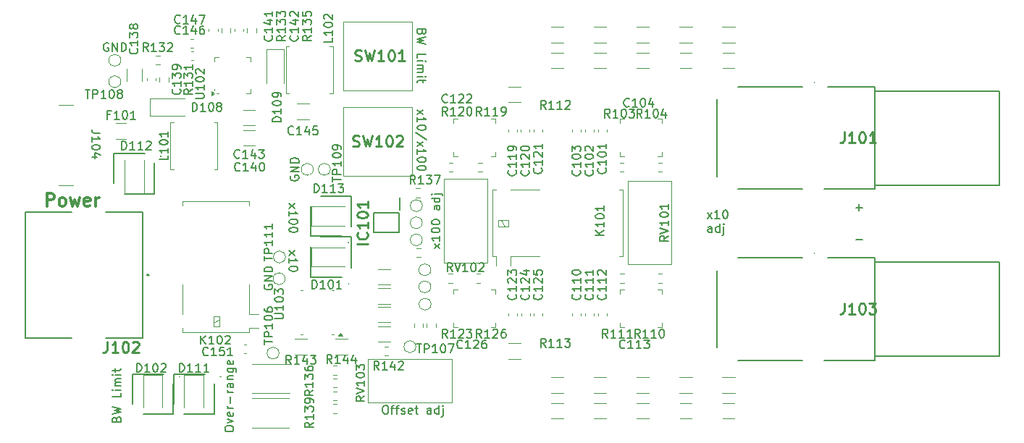
<source format=gbr>
%TF.GenerationSoftware,KiCad,Pcbnew,9.0.0*%
%TF.CreationDate,2025-04-26T17:32:35+02:00*%
%TF.ProjectId,Differential_Probe,44696666-6572-4656-9e74-69616c5f5072,rev?*%
%TF.SameCoordinates,Original*%
%TF.FileFunction,Legend,Top*%
%TF.FilePolarity,Positive*%
%FSLAX46Y46*%
G04 Gerber Fmt 4.6, Leading zero omitted, Abs format (unit mm)*
G04 Created by KiCad (PCBNEW 9.0.0) date 2025-04-26 17:32:35*
%MOMM*%
%LPD*%
G01*
G04 APERTURE LIST*
%ADD10C,0.200000*%
%ADD11C,0.300000*%
%ADD12C,0.150000*%
%ADD13C,0.254000*%
%ADD14C,0.120000*%
%ADD15C,0.100000*%
G04 APERTURE END LIST*
D10*
X141810149Y-146367219D02*
X142000625Y-146367219D01*
X142000625Y-146367219D02*
X142095863Y-146414838D01*
X142095863Y-146414838D02*
X142191101Y-146510076D01*
X142191101Y-146510076D02*
X142238720Y-146700552D01*
X142238720Y-146700552D02*
X142238720Y-147033885D01*
X142238720Y-147033885D02*
X142191101Y-147224361D01*
X142191101Y-147224361D02*
X142095863Y-147319600D01*
X142095863Y-147319600D02*
X142000625Y-147367219D01*
X142000625Y-147367219D02*
X141810149Y-147367219D01*
X141810149Y-147367219D02*
X141714911Y-147319600D01*
X141714911Y-147319600D02*
X141619673Y-147224361D01*
X141619673Y-147224361D02*
X141572054Y-147033885D01*
X141572054Y-147033885D02*
X141572054Y-146700552D01*
X141572054Y-146700552D02*
X141619673Y-146510076D01*
X141619673Y-146510076D02*
X141714911Y-146414838D01*
X141714911Y-146414838D02*
X141810149Y-146367219D01*
X142524435Y-146700552D02*
X142905387Y-146700552D01*
X142667292Y-147367219D02*
X142667292Y-146510076D01*
X142667292Y-146510076D02*
X142714911Y-146414838D01*
X142714911Y-146414838D02*
X142810149Y-146367219D01*
X142810149Y-146367219D02*
X142905387Y-146367219D01*
X143095864Y-146700552D02*
X143476816Y-146700552D01*
X143238721Y-147367219D02*
X143238721Y-146510076D01*
X143238721Y-146510076D02*
X143286340Y-146414838D01*
X143286340Y-146414838D02*
X143381578Y-146367219D01*
X143381578Y-146367219D02*
X143476816Y-146367219D01*
X143762531Y-147319600D02*
X143857769Y-147367219D01*
X143857769Y-147367219D02*
X144048245Y-147367219D01*
X144048245Y-147367219D02*
X144143483Y-147319600D01*
X144143483Y-147319600D02*
X144191102Y-147224361D01*
X144191102Y-147224361D02*
X144191102Y-147176742D01*
X144191102Y-147176742D02*
X144143483Y-147081504D01*
X144143483Y-147081504D02*
X144048245Y-147033885D01*
X144048245Y-147033885D02*
X143905388Y-147033885D01*
X143905388Y-147033885D02*
X143810150Y-146986266D01*
X143810150Y-146986266D02*
X143762531Y-146891028D01*
X143762531Y-146891028D02*
X143762531Y-146843409D01*
X143762531Y-146843409D02*
X143810150Y-146748171D01*
X143810150Y-146748171D02*
X143905388Y-146700552D01*
X143905388Y-146700552D02*
X144048245Y-146700552D01*
X144048245Y-146700552D02*
X144143483Y-146748171D01*
X145000626Y-147319600D02*
X144905388Y-147367219D01*
X144905388Y-147367219D02*
X144714912Y-147367219D01*
X144714912Y-147367219D02*
X144619674Y-147319600D01*
X144619674Y-147319600D02*
X144572055Y-147224361D01*
X144572055Y-147224361D02*
X144572055Y-146843409D01*
X144572055Y-146843409D02*
X144619674Y-146748171D01*
X144619674Y-146748171D02*
X144714912Y-146700552D01*
X144714912Y-146700552D02*
X144905388Y-146700552D01*
X144905388Y-146700552D02*
X145000626Y-146748171D01*
X145000626Y-146748171D02*
X145048245Y-146843409D01*
X145048245Y-146843409D02*
X145048245Y-146938647D01*
X145048245Y-146938647D02*
X144572055Y-147033885D01*
X145333960Y-146700552D02*
X145714912Y-146700552D01*
X145476817Y-146367219D02*
X145476817Y-147224361D01*
X145476817Y-147224361D02*
X145524436Y-147319600D01*
X145524436Y-147319600D02*
X145619674Y-147367219D01*
X145619674Y-147367219D02*
X145714912Y-147367219D01*
X147238722Y-147367219D02*
X147238722Y-146843409D01*
X147238722Y-146843409D02*
X147191103Y-146748171D01*
X147191103Y-146748171D02*
X147095865Y-146700552D01*
X147095865Y-146700552D02*
X146905389Y-146700552D01*
X146905389Y-146700552D02*
X146810151Y-146748171D01*
X147238722Y-147319600D02*
X147143484Y-147367219D01*
X147143484Y-147367219D02*
X146905389Y-147367219D01*
X146905389Y-147367219D02*
X146810151Y-147319600D01*
X146810151Y-147319600D02*
X146762532Y-147224361D01*
X146762532Y-147224361D02*
X146762532Y-147129123D01*
X146762532Y-147129123D02*
X146810151Y-147033885D01*
X146810151Y-147033885D02*
X146905389Y-146986266D01*
X146905389Y-146986266D02*
X147143484Y-146986266D01*
X147143484Y-146986266D02*
X147238722Y-146938647D01*
X148143484Y-147367219D02*
X148143484Y-146367219D01*
X148143484Y-147319600D02*
X148048246Y-147367219D01*
X148048246Y-147367219D02*
X147857770Y-147367219D01*
X147857770Y-147367219D02*
X147762532Y-147319600D01*
X147762532Y-147319600D02*
X147714913Y-147271980D01*
X147714913Y-147271980D02*
X147667294Y-147176742D01*
X147667294Y-147176742D02*
X147667294Y-146891028D01*
X147667294Y-146891028D02*
X147714913Y-146795790D01*
X147714913Y-146795790D02*
X147762532Y-146748171D01*
X147762532Y-146748171D02*
X147857770Y-146700552D01*
X147857770Y-146700552D02*
X148048246Y-146700552D01*
X148048246Y-146700552D02*
X148143484Y-146748171D01*
X148619675Y-146700552D02*
X148619675Y-147557695D01*
X148619675Y-147557695D02*
X148572056Y-147652933D01*
X148572056Y-147652933D02*
X148476818Y-147700552D01*
X148476818Y-147700552D02*
X148429199Y-147700552D01*
X148619675Y-146367219D02*
X148572056Y-146414838D01*
X148572056Y-146414838D02*
X148619675Y-146462457D01*
X148619675Y-146462457D02*
X148667294Y-146414838D01*
X148667294Y-146414838D02*
X148619675Y-146367219D01*
X148619675Y-146367219D02*
X148619675Y-146462457D01*
X196869673Y-126986266D02*
X197631578Y-126986266D01*
X196869673Y-123236266D02*
X197631578Y-123236266D01*
X197250625Y-123617219D02*
X197250625Y-122855314D01*
X110434409Y-147955993D02*
X110482028Y-147813136D01*
X110482028Y-147813136D02*
X110529647Y-147765517D01*
X110529647Y-147765517D02*
X110624885Y-147717898D01*
X110624885Y-147717898D02*
X110767742Y-147717898D01*
X110767742Y-147717898D02*
X110862980Y-147765517D01*
X110862980Y-147765517D02*
X110910600Y-147813136D01*
X110910600Y-147813136D02*
X110958219Y-147908374D01*
X110958219Y-147908374D02*
X110958219Y-148289326D01*
X110958219Y-148289326D02*
X109958219Y-148289326D01*
X109958219Y-148289326D02*
X109958219Y-147955993D01*
X109958219Y-147955993D02*
X110005838Y-147860755D01*
X110005838Y-147860755D02*
X110053457Y-147813136D01*
X110053457Y-147813136D02*
X110148695Y-147765517D01*
X110148695Y-147765517D02*
X110243933Y-147765517D01*
X110243933Y-147765517D02*
X110339171Y-147813136D01*
X110339171Y-147813136D02*
X110386790Y-147860755D01*
X110386790Y-147860755D02*
X110434409Y-147955993D01*
X110434409Y-147955993D02*
X110434409Y-148289326D01*
X109958219Y-147384564D02*
X110958219Y-147146469D01*
X110958219Y-147146469D02*
X110243933Y-146955993D01*
X110243933Y-146955993D02*
X110958219Y-146765517D01*
X110958219Y-146765517D02*
X109958219Y-146527422D01*
X110958219Y-144908374D02*
X110958219Y-145384564D01*
X110958219Y-145384564D02*
X109958219Y-145384564D01*
X110958219Y-144575040D02*
X110291552Y-144575040D01*
X109958219Y-144575040D02*
X110005838Y-144622659D01*
X110005838Y-144622659D02*
X110053457Y-144575040D01*
X110053457Y-144575040D02*
X110005838Y-144527421D01*
X110005838Y-144527421D02*
X109958219Y-144575040D01*
X109958219Y-144575040D02*
X110053457Y-144575040D01*
X110958219Y-144098850D02*
X110291552Y-144098850D01*
X110386790Y-144098850D02*
X110339171Y-144051231D01*
X110339171Y-144051231D02*
X110291552Y-143955993D01*
X110291552Y-143955993D02*
X110291552Y-143813136D01*
X110291552Y-143813136D02*
X110339171Y-143717898D01*
X110339171Y-143717898D02*
X110434409Y-143670279D01*
X110434409Y-143670279D02*
X110958219Y-143670279D01*
X110434409Y-143670279D02*
X110339171Y-143622660D01*
X110339171Y-143622660D02*
X110291552Y-143527422D01*
X110291552Y-143527422D02*
X110291552Y-143384565D01*
X110291552Y-143384565D02*
X110339171Y-143289326D01*
X110339171Y-143289326D02*
X110434409Y-143241707D01*
X110434409Y-143241707D02*
X110958219Y-143241707D01*
X110958219Y-142765517D02*
X110291552Y-142765517D01*
X109958219Y-142765517D02*
X110005838Y-142813136D01*
X110005838Y-142813136D02*
X110053457Y-142765517D01*
X110053457Y-142765517D02*
X110005838Y-142717898D01*
X110005838Y-142717898D02*
X109958219Y-142765517D01*
X109958219Y-142765517D02*
X110053457Y-142765517D01*
X110291552Y-142432184D02*
X110291552Y-142051232D01*
X109958219Y-142289327D02*
X110815361Y-142289327D01*
X110815361Y-142289327D02*
X110910600Y-142241708D01*
X110910600Y-142241708D02*
X110958219Y-142146470D01*
X110958219Y-142146470D02*
X110958219Y-142051232D01*
X146156590Y-102703006D02*
X146108971Y-102845863D01*
X146108971Y-102845863D02*
X146061352Y-102893482D01*
X146061352Y-102893482D02*
X145966114Y-102941101D01*
X145966114Y-102941101D02*
X145823257Y-102941101D01*
X145823257Y-102941101D02*
X145728019Y-102893482D01*
X145728019Y-102893482D02*
X145680400Y-102845863D01*
X145680400Y-102845863D02*
X145632780Y-102750625D01*
X145632780Y-102750625D02*
X145632780Y-102369673D01*
X145632780Y-102369673D02*
X146632780Y-102369673D01*
X146632780Y-102369673D02*
X146632780Y-102703006D01*
X146632780Y-102703006D02*
X146585161Y-102798244D01*
X146585161Y-102798244D02*
X146537542Y-102845863D01*
X146537542Y-102845863D02*
X146442304Y-102893482D01*
X146442304Y-102893482D02*
X146347066Y-102893482D01*
X146347066Y-102893482D02*
X146251828Y-102845863D01*
X146251828Y-102845863D02*
X146204209Y-102798244D01*
X146204209Y-102798244D02*
X146156590Y-102703006D01*
X146156590Y-102703006D02*
X146156590Y-102369673D01*
X146632780Y-103274435D02*
X145632780Y-103512530D01*
X145632780Y-103512530D02*
X146347066Y-103703006D01*
X146347066Y-103703006D02*
X145632780Y-103893482D01*
X145632780Y-103893482D02*
X146632780Y-104131578D01*
X145632780Y-105750625D02*
X145632780Y-105274435D01*
X145632780Y-105274435D02*
X146632780Y-105274435D01*
X145632780Y-106083959D02*
X146299447Y-106083959D01*
X146632780Y-106083959D02*
X146585161Y-106036340D01*
X146585161Y-106036340D02*
X146537542Y-106083959D01*
X146537542Y-106083959D02*
X146585161Y-106131578D01*
X146585161Y-106131578D02*
X146632780Y-106083959D01*
X146632780Y-106083959D02*
X146537542Y-106083959D01*
X145632780Y-106560149D02*
X146299447Y-106560149D01*
X146204209Y-106560149D02*
X146251828Y-106607768D01*
X146251828Y-106607768D02*
X146299447Y-106703006D01*
X146299447Y-106703006D02*
X146299447Y-106845863D01*
X146299447Y-106845863D02*
X146251828Y-106941101D01*
X146251828Y-106941101D02*
X146156590Y-106988720D01*
X146156590Y-106988720D02*
X145632780Y-106988720D01*
X146156590Y-106988720D02*
X146251828Y-107036339D01*
X146251828Y-107036339D02*
X146299447Y-107131577D01*
X146299447Y-107131577D02*
X146299447Y-107274434D01*
X146299447Y-107274434D02*
X146251828Y-107369673D01*
X146251828Y-107369673D02*
X146156590Y-107417292D01*
X146156590Y-107417292D02*
X145632780Y-107417292D01*
X145632780Y-107893482D02*
X146299447Y-107893482D01*
X146632780Y-107893482D02*
X146585161Y-107845863D01*
X146585161Y-107845863D02*
X146537542Y-107893482D01*
X146537542Y-107893482D02*
X146585161Y-107941101D01*
X146585161Y-107941101D02*
X146632780Y-107893482D01*
X146632780Y-107893482D02*
X146537542Y-107893482D01*
X146299447Y-108226815D02*
X146299447Y-108607767D01*
X146632780Y-108369672D02*
X145775638Y-108369672D01*
X145775638Y-108369672D02*
X145680400Y-108417291D01*
X145680400Y-108417291D02*
X145632780Y-108512529D01*
X145632780Y-108512529D02*
X145632780Y-108607767D01*
X130632780Y-128274435D02*
X131299447Y-128798244D01*
X131299447Y-128274435D02*
X130632780Y-128798244D01*
X130632780Y-129703006D02*
X130632780Y-129131578D01*
X130632780Y-129417292D02*
X131632780Y-129417292D01*
X131632780Y-129417292D02*
X131489923Y-129322054D01*
X131489923Y-129322054D02*
X131394685Y-129226816D01*
X131394685Y-129226816D02*
X131347066Y-129131578D01*
X131632780Y-130322054D02*
X131632780Y-130417292D01*
X131632780Y-130417292D02*
X131585161Y-130512530D01*
X131585161Y-130512530D02*
X131537542Y-130560149D01*
X131537542Y-130560149D02*
X131442304Y-130607768D01*
X131442304Y-130607768D02*
X131251828Y-130655387D01*
X131251828Y-130655387D02*
X131013733Y-130655387D01*
X131013733Y-130655387D02*
X130823257Y-130607768D01*
X130823257Y-130607768D02*
X130728019Y-130560149D01*
X130728019Y-130560149D02*
X130680400Y-130512530D01*
X130680400Y-130512530D02*
X130632780Y-130417292D01*
X130632780Y-130417292D02*
X130632780Y-130322054D01*
X130632780Y-130322054D02*
X130680400Y-130226816D01*
X130680400Y-130226816D02*
X130728019Y-130179197D01*
X130728019Y-130179197D02*
X130823257Y-130131578D01*
X130823257Y-130131578D02*
X131013733Y-130083959D01*
X131013733Y-130083959D02*
X131251828Y-130083959D01*
X131251828Y-130083959D02*
X131442304Y-130131578D01*
X131442304Y-130131578D02*
X131537542Y-130179197D01*
X131537542Y-130179197D02*
X131585161Y-130226816D01*
X131585161Y-130226816D02*
X131632780Y-130322054D01*
X148257275Y-127975564D02*
X147590608Y-127451755D01*
X147590608Y-127975564D02*
X148257275Y-127451755D01*
X148257275Y-126546993D02*
X148257275Y-127118421D01*
X148257275Y-126832707D02*
X147257275Y-126832707D01*
X147257275Y-126832707D02*
X147400132Y-126927945D01*
X147400132Y-126927945D02*
X147495370Y-127023183D01*
X147495370Y-127023183D02*
X147542989Y-127118421D01*
X147257275Y-125927945D02*
X147257275Y-125832707D01*
X147257275Y-125832707D02*
X147304894Y-125737469D01*
X147304894Y-125737469D02*
X147352513Y-125689850D01*
X147352513Y-125689850D02*
X147447751Y-125642231D01*
X147447751Y-125642231D02*
X147638227Y-125594612D01*
X147638227Y-125594612D02*
X147876322Y-125594612D01*
X147876322Y-125594612D02*
X148066798Y-125642231D01*
X148066798Y-125642231D02*
X148162036Y-125689850D01*
X148162036Y-125689850D02*
X148209656Y-125737469D01*
X148209656Y-125737469D02*
X148257275Y-125832707D01*
X148257275Y-125832707D02*
X148257275Y-125927945D01*
X148257275Y-125927945D02*
X148209656Y-126023183D01*
X148209656Y-126023183D02*
X148162036Y-126070802D01*
X148162036Y-126070802D02*
X148066798Y-126118421D01*
X148066798Y-126118421D02*
X147876322Y-126166040D01*
X147876322Y-126166040D02*
X147638227Y-126166040D01*
X147638227Y-126166040D02*
X147447751Y-126118421D01*
X147447751Y-126118421D02*
X147352513Y-126070802D01*
X147352513Y-126070802D02*
X147304894Y-126023183D01*
X147304894Y-126023183D02*
X147257275Y-125927945D01*
X147257275Y-124975564D02*
X147257275Y-124880326D01*
X147257275Y-124880326D02*
X147304894Y-124785088D01*
X147304894Y-124785088D02*
X147352513Y-124737469D01*
X147352513Y-124737469D02*
X147447751Y-124689850D01*
X147447751Y-124689850D02*
X147638227Y-124642231D01*
X147638227Y-124642231D02*
X147876322Y-124642231D01*
X147876322Y-124642231D02*
X148066798Y-124689850D01*
X148066798Y-124689850D02*
X148162036Y-124737469D01*
X148162036Y-124737469D02*
X148209656Y-124785088D01*
X148209656Y-124785088D02*
X148257275Y-124880326D01*
X148257275Y-124880326D02*
X148257275Y-124975564D01*
X148257275Y-124975564D02*
X148209656Y-125070802D01*
X148209656Y-125070802D02*
X148162036Y-125118421D01*
X148162036Y-125118421D02*
X148066798Y-125166040D01*
X148066798Y-125166040D02*
X147876322Y-125213659D01*
X147876322Y-125213659D02*
X147638227Y-125213659D01*
X147638227Y-125213659D02*
X147447751Y-125166040D01*
X147447751Y-125166040D02*
X147352513Y-125118421D01*
X147352513Y-125118421D02*
X147304894Y-125070802D01*
X147304894Y-125070802D02*
X147257275Y-124975564D01*
X148257275Y-123023183D02*
X147733465Y-123023183D01*
X147733465Y-123023183D02*
X147638227Y-123070802D01*
X147638227Y-123070802D02*
X147590608Y-123166040D01*
X147590608Y-123166040D02*
X147590608Y-123356516D01*
X147590608Y-123356516D02*
X147638227Y-123451754D01*
X148209656Y-123023183D02*
X148257275Y-123118421D01*
X148257275Y-123118421D02*
X148257275Y-123356516D01*
X148257275Y-123356516D02*
X148209656Y-123451754D01*
X148209656Y-123451754D02*
X148114417Y-123499373D01*
X148114417Y-123499373D02*
X148019179Y-123499373D01*
X148019179Y-123499373D02*
X147923941Y-123451754D01*
X147923941Y-123451754D02*
X147876322Y-123356516D01*
X147876322Y-123356516D02*
X147876322Y-123118421D01*
X147876322Y-123118421D02*
X147828703Y-123023183D01*
X148257275Y-122118421D02*
X147257275Y-122118421D01*
X148209656Y-122118421D02*
X148257275Y-122213659D01*
X148257275Y-122213659D02*
X148257275Y-122404135D01*
X148257275Y-122404135D02*
X148209656Y-122499373D01*
X148209656Y-122499373D02*
X148162036Y-122546992D01*
X148162036Y-122546992D02*
X148066798Y-122594611D01*
X148066798Y-122594611D02*
X147781084Y-122594611D01*
X147781084Y-122594611D02*
X147685846Y-122546992D01*
X147685846Y-122546992D02*
X147638227Y-122499373D01*
X147638227Y-122499373D02*
X147590608Y-122404135D01*
X147590608Y-122404135D02*
X147590608Y-122213659D01*
X147590608Y-122213659D02*
X147638227Y-122118421D01*
X147590608Y-121642230D02*
X148447751Y-121642230D01*
X148447751Y-121642230D02*
X148542989Y-121689849D01*
X148542989Y-121689849D02*
X148590608Y-121785087D01*
X148590608Y-121785087D02*
X148590608Y-121832706D01*
X147257275Y-121642230D02*
X147304894Y-121689849D01*
X147304894Y-121689849D02*
X147352513Y-121642230D01*
X147352513Y-121642230D02*
X147304894Y-121594611D01*
X147304894Y-121594611D02*
X147257275Y-121642230D01*
X147257275Y-121642230D02*
X147352513Y-121642230D01*
D11*
X102304510Y-123050828D02*
X102304510Y-121550828D01*
X102304510Y-121550828D02*
X102875939Y-121550828D01*
X102875939Y-121550828D02*
X103018796Y-121622257D01*
X103018796Y-121622257D02*
X103090225Y-121693685D01*
X103090225Y-121693685D02*
X103161653Y-121836542D01*
X103161653Y-121836542D02*
X103161653Y-122050828D01*
X103161653Y-122050828D02*
X103090225Y-122193685D01*
X103090225Y-122193685D02*
X103018796Y-122265114D01*
X103018796Y-122265114D02*
X102875939Y-122336542D01*
X102875939Y-122336542D02*
X102304510Y-122336542D01*
X104018796Y-123050828D02*
X103875939Y-122979400D01*
X103875939Y-122979400D02*
X103804510Y-122907971D01*
X103804510Y-122907971D02*
X103733082Y-122765114D01*
X103733082Y-122765114D02*
X103733082Y-122336542D01*
X103733082Y-122336542D02*
X103804510Y-122193685D01*
X103804510Y-122193685D02*
X103875939Y-122122257D01*
X103875939Y-122122257D02*
X104018796Y-122050828D01*
X104018796Y-122050828D02*
X104233082Y-122050828D01*
X104233082Y-122050828D02*
X104375939Y-122122257D01*
X104375939Y-122122257D02*
X104447368Y-122193685D01*
X104447368Y-122193685D02*
X104518796Y-122336542D01*
X104518796Y-122336542D02*
X104518796Y-122765114D01*
X104518796Y-122765114D02*
X104447368Y-122907971D01*
X104447368Y-122907971D02*
X104375939Y-122979400D01*
X104375939Y-122979400D02*
X104233082Y-123050828D01*
X104233082Y-123050828D02*
X104018796Y-123050828D01*
X105018796Y-122050828D02*
X105304511Y-123050828D01*
X105304511Y-123050828D02*
X105590225Y-122336542D01*
X105590225Y-122336542D02*
X105875939Y-123050828D01*
X105875939Y-123050828D02*
X106161653Y-122050828D01*
X107304511Y-122979400D02*
X107161654Y-123050828D01*
X107161654Y-123050828D02*
X106875940Y-123050828D01*
X106875940Y-123050828D02*
X106733082Y-122979400D01*
X106733082Y-122979400D02*
X106661654Y-122836542D01*
X106661654Y-122836542D02*
X106661654Y-122265114D01*
X106661654Y-122265114D02*
X106733082Y-122122257D01*
X106733082Y-122122257D02*
X106875940Y-122050828D01*
X106875940Y-122050828D02*
X107161654Y-122050828D01*
X107161654Y-122050828D02*
X107304511Y-122122257D01*
X107304511Y-122122257D02*
X107375940Y-122265114D01*
X107375940Y-122265114D02*
X107375940Y-122407971D01*
X107375940Y-122407971D02*
X106661654Y-122550828D01*
X108018796Y-123050828D02*
X108018796Y-122050828D01*
X108018796Y-122336542D02*
X108090225Y-122193685D01*
X108090225Y-122193685D02*
X108161654Y-122122257D01*
X108161654Y-122122257D02*
X108304511Y-122050828D01*
X108304511Y-122050828D02*
X108447368Y-122050828D01*
D10*
X130632780Y-122774435D02*
X131299447Y-123298244D01*
X131299447Y-122774435D02*
X130632780Y-123298244D01*
X130632780Y-124203006D02*
X130632780Y-123631578D01*
X130632780Y-123917292D02*
X131632780Y-123917292D01*
X131632780Y-123917292D02*
X131489923Y-123822054D01*
X131489923Y-123822054D02*
X131394685Y-123726816D01*
X131394685Y-123726816D02*
X131347066Y-123631578D01*
X131632780Y-124822054D02*
X131632780Y-124917292D01*
X131632780Y-124917292D02*
X131585161Y-125012530D01*
X131585161Y-125012530D02*
X131537542Y-125060149D01*
X131537542Y-125060149D02*
X131442304Y-125107768D01*
X131442304Y-125107768D02*
X131251828Y-125155387D01*
X131251828Y-125155387D02*
X131013733Y-125155387D01*
X131013733Y-125155387D02*
X130823257Y-125107768D01*
X130823257Y-125107768D02*
X130728019Y-125060149D01*
X130728019Y-125060149D02*
X130680400Y-125012530D01*
X130680400Y-125012530D02*
X130632780Y-124917292D01*
X130632780Y-124917292D02*
X130632780Y-124822054D01*
X130632780Y-124822054D02*
X130680400Y-124726816D01*
X130680400Y-124726816D02*
X130728019Y-124679197D01*
X130728019Y-124679197D02*
X130823257Y-124631578D01*
X130823257Y-124631578D02*
X131013733Y-124583959D01*
X131013733Y-124583959D02*
X131251828Y-124583959D01*
X131251828Y-124583959D02*
X131442304Y-124631578D01*
X131442304Y-124631578D02*
X131537542Y-124679197D01*
X131537542Y-124679197D02*
X131585161Y-124726816D01*
X131585161Y-124726816D02*
X131632780Y-124822054D01*
X131632780Y-125774435D02*
X131632780Y-125869673D01*
X131632780Y-125869673D02*
X131585161Y-125964911D01*
X131585161Y-125964911D02*
X131537542Y-126012530D01*
X131537542Y-126012530D02*
X131442304Y-126060149D01*
X131442304Y-126060149D02*
X131251828Y-126107768D01*
X131251828Y-126107768D02*
X131013733Y-126107768D01*
X131013733Y-126107768D02*
X130823257Y-126060149D01*
X130823257Y-126060149D02*
X130728019Y-126012530D01*
X130728019Y-126012530D02*
X130680400Y-125964911D01*
X130680400Y-125964911D02*
X130632780Y-125869673D01*
X130632780Y-125869673D02*
X130632780Y-125774435D01*
X130632780Y-125774435D02*
X130680400Y-125679197D01*
X130680400Y-125679197D02*
X130728019Y-125631578D01*
X130728019Y-125631578D02*
X130823257Y-125583959D01*
X130823257Y-125583959D02*
X131013733Y-125536340D01*
X131013733Y-125536340D02*
X131251828Y-125536340D01*
X131251828Y-125536340D02*
X131442304Y-125583959D01*
X131442304Y-125583959D02*
X131537542Y-125631578D01*
X131537542Y-125631578D02*
X131585161Y-125679197D01*
X131585161Y-125679197D02*
X131632780Y-125774435D01*
X145632780Y-111774435D02*
X146299447Y-112298244D01*
X146299447Y-111774435D02*
X145632780Y-112298244D01*
X145632780Y-113203006D02*
X145632780Y-112631578D01*
X145632780Y-112917292D02*
X146632780Y-112917292D01*
X146632780Y-112917292D02*
X146489923Y-112822054D01*
X146489923Y-112822054D02*
X146394685Y-112726816D01*
X146394685Y-112726816D02*
X146347066Y-112631578D01*
X146632780Y-113822054D02*
X146632780Y-113917292D01*
X146632780Y-113917292D02*
X146585161Y-114012530D01*
X146585161Y-114012530D02*
X146537542Y-114060149D01*
X146537542Y-114060149D02*
X146442304Y-114107768D01*
X146442304Y-114107768D02*
X146251828Y-114155387D01*
X146251828Y-114155387D02*
X146013733Y-114155387D01*
X146013733Y-114155387D02*
X145823257Y-114107768D01*
X145823257Y-114107768D02*
X145728019Y-114060149D01*
X145728019Y-114060149D02*
X145680400Y-114012530D01*
X145680400Y-114012530D02*
X145632780Y-113917292D01*
X145632780Y-113917292D02*
X145632780Y-113822054D01*
X145632780Y-113822054D02*
X145680400Y-113726816D01*
X145680400Y-113726816D02*
X145728019Y-113679197D01*
X145728019Y-113679197D02*
X145823257Y-113631578D01*
X145823257Y-113631578D02*
X146013733Y-113583959D01*
X146013733Y-113583959D02*
X146251828Y-113583959D01*
X146251828Y-113583959D02*
X146442304Y-113631578D01*
X146442304Y-113631578D02*
X146537542Y-113679197D01*
X146537542Y-113679197D02*
X146585161Y-113726816D01*
X146585161Y-113726816D02*
X146632780Y-113822054D01*
X146680400Y-115298244D02*
X145394685Y-114441102D01*
X145632780Y-115536340D02*
X146299447Y-116060149D01*
X146299447Y-115536340D02*
X145632780Y-116060149D01*
X145632780Y-116964911D02*
X145632780Y-116393483D01*
X145632780Y-116679197D02*
X146632780Y-116679197D01*
X146632780Y-116679197D02*
X146489923Y-116583959D01*
X146489923Y-116583959D02*
X146394685Y-116488721D01*
X146394685Y-116488721D02*
X146347066Y-116393483D01*
X146632780Y-117583959D02*
X146632780Y-117679197D01*
X146632780Y-117679197D02*
X146585161Y-117774435D01*
X146585161Y-117774435D02*
X146537542Y-117822054D01*
X146537542Y-117822054D02*
X146442304Y-117869673D01*
X146442304Y-117869673D02*
X146251828Y-117917292D01*
X146251828Y-117917292D02*
X146013733Y-117917292D01*
X146013733Y-117917292D02*
X145823257Y-117869673D01*
X145823257Y-117869673D02*
X145728019Y-117822054D01*
X145728019Y-117822054D02*
X145680400Y-117774435D01*
X145680400Y-117774435D02*
X145632780Y-117679197D01*
X145632780Y-117679197D02*
X145632780Y-117583959D01*
X145632780Y-117583959D02*
X145680400Y-117488721D01*
X145680400Y-117488721D02*
X145728019Y-117441102D01*
X145728019Y-117441102D02*
X145823257Y-117393483D01*
X145823257Y-117393483D02*
X146013733Y-117345864D01*
X146013733Y-117345864D02*
X146251828Y-117345864D01*
X146251828Y-117345864D02*
X146442304Y-117393483D01*
X146442304Y-117393483D02*
X146537542Y-117441102D01*
X146537542Y-117441102D02*
X146585161Y-117488721D01*
X146585161Y-117488721D02*
X146632780Y-117583959D01*
X146632780Y-118536340D02*
X146632780Y-118631578D01*
X146632780Y-118631578D02*
X146585161Y-118726816D01*
X146585161Y-118726816D02*
X146537542Y-118774435D01*
X146537542Y-118774435D02*
X146442304Y-118822054D01*
X146442304Y-118822054D02*
X146251828Y-118869673D01*
X146251828Y-118869673D02*
X146013733Y-118869673D01*
X146013733Y-118869673D02*
X145823257Y-118822054D01*
X145823257Y-118822054D02*
X145728019Y-118774435D01*
X145728019Y-118774435D02*
X145680400Y-118726816D01*
X145680400Y-118726816D02*
X145632780Y-118631578D01*
X145632780Y-118631578D02*
X145632780Y-118536340D01*
X145632780Y-118536340D02*
X145680400Y-118441102D01*
X145680400Y-118441102D02*
X145728019Y-118393483D01*
X145728019Y-118393483D02*
X145823257Y-118345864D01*
X145823257Y-118345864D02*
X146013733Y-118298245D01*
X146013733Y-118298245D02*
X146251828Y-118298245D01*
X146251828Y-118298245D02*
X146442304Y-118345864D01*
X146442304Y-118345864D02*
X146537542Y-118393483D01*
X146537542Y-118393483D02*
X146585161Y-118441102D01*
X146585161Y-118441102D02*
X146632780Y-118536340D01*
X123117219Y-149189850D02*
X123117219Y-148999374D01*
X123117219Y-148999374D02*
X123164838Y-148904136D01*
X123164838Y-148904136D02*
X123260076Y-148808898D01*
X123260076Y-148808898D02*
X123450552Y-148761279D01*
X123450552Y-148761279D02*
X123783885Y-148761279D01*
X123783885Y-148761279D02*
X123974361Y-148808898D01*
X123974361Y-148808898D02*
X124069600Y-148904136D01*
X124069600Y-148904136D02*
X124117219Y-148999374D01*
X124117219Y-148999374D02*
X124117219Y-149189850D01*
X124117219Y-149189850D02*
X124069600Y-149285088D01*
X124069600Y-149285088D02*
X123974361Y-149380326D01*
X123974361Y-149380326D02*
X123783885Y-149427945D01*
X123783885Y-149427945D02*
X123450552Y-149427945D01*
X123450552Y-149427945D02*
X123260076Y-149380326D01*
X123260076Y-149380326D02*
X123164838Y-149285088D01*
X123164838Y-149285088D02*
X123117219Y-149189850D01*
X123450552Y-148427945D02*
X124117219Y-148189850D01*
X124117219Y-148189850D02*
X123450552Y-147951755D01*
X124069600Y-147189850D02*
X124117219Y-147285088D01*
X124117219Y-147285088D02*
X124117219Y-147475564D01*
X124117219Y-147475564D02*
X124069600Y-147570802D01*
X124069600Y-147570802D02*
X123974361Y-147618421D01*
X123974361Y-147618421D02*
X123593409Y-147618421D01*
X123593409Y-147618421D02*
X123498171Y-147570802D01*
X123498171Y-147570802D02*
X123450552Y-147475564D01*
X123450552Y-147475564D02*
X123450552Y-147285088D01*
X123450552Y-147285088D02*
X123498171Y-147189850D01*
X123498171Y-147189850D02*
X123593409Y-147142231D01*
X123593409Y-147142231D02*
X123688647Y-147142231D01*
X123688647Y-147142231D02*
X123783885Y-147618421D01*
X124117219Y-146713659D02*
X123450552Y-146713659D01*
X123641028Y-146713659D02*
X123545790Y-146666040D01*
X123545790Y-146666040D02*
X123498171Y-146618421D01*
X123498171Y-146618421D02*
X123450552Y-146523183D01*
X123450552Y-146523183D02*
X123450552Y-146427945D01*
X123736266Y-146094611D02*
X123736266Y-145332707D01*
X124117219Y-144856516D02*
X123450552Y-144856516D01*
X123641028Y-144856516D02*
X123545790Y-144808897D01*
X123545790Y-144808897D02*
X123498171Y-144761278D01*
X123498171Y-144761278D02*
X123450552Y-144666040D01*
X123450552Y-144666040D02*
X123450552Y-144570802D01*
X124117219Y-143808897D02*
X123593409Y-143808897D01*
X123593409Y-143808897D02*
X123498171Y-143856516D01*
X123498171Y-143856516D02*
X123450552Y-143951754D01*
X123450552Y-143951754D02*
X123450552Y-144142230D01*
X123450552Y-144142230D02*
X123498171Y-144237468D01*
X124069600Y-143808897D02*
X124117219Y-143904135D01*
X124117219Y-143904135D02*
X124117219Y-144142230D01*
X124117219Y-144142230D02*
X124069600Y-144237468D01*
X124069600Y-144237468D02*
X123974361Y-144285087D01*
X123974361Y-144285087D02*
X123879123Y-144285087D01*
X123879123Y-144285087D02*
X123783885Y-144237468D01*
X123783885Y-144237468D02*
X123736266Y-144142230D01*
X123736266Y-144142230D02*
X123736266Y-143904135D01*
X123736266Y-143904135D02*
X123688647Y-143808897D01*
X123450552Y-143332706D02*
X124117219Y-143332706D01*
X123545790Y-143332706D02*
X123498171Y-143285087D01*
X123498171Y-143285087D02*
X123450552Y-143189849D01*
X123450552Y-143189849D02*
X123450552Y-143046992D01*
X123450552Y-143046992D02*
X123498171Y-142951754D01*
X123498171Y-142951754D02*
X123593409Y-142904135D01*
X123593409Y-142904135D02*
X124117219Y-142904135D01*
X123450552Y-141999373D02*
X124260076Y-141999373D01*
X124260076Y-141999373D02*
X124355314Y-142046992D01*
X124355314Y-142046992D02*
X124402933Y-142094611D01*
X124402933Y-142094611D02*
X124450552Y-142189849D01*
X124450552Y-142189849D02*
X124450552Y-142332706D01*
X124450552Y-142332706D02*
X124402933Y-142427944D01*
X124069600Y-141999373D02*
X124117219Y-142094611D01*
X124117219Y-142094611D02*
X124117219Y-142285087D01*
X124117219Y-142285087D02*
X124069600Y-142380325D01*
X124069600Y-142380325D02*
X124021980Y-142427944D01*
X124021980Y-142427944D02*
X123926742Y-142475563D01*
X123926742Y-142475563D02*
X123641028Y-142475563D01*
X123641028Y-142475563D02*
X123545790Y-142427944D01*
X123545790Y-142427944D02*
X123498171Y-142380325D01*
X123498171Y-142380325D02*
X123450552Y-142285087D01*
X123450552Y-142285087D02*
X123450552Y-142094611D01*
X123450552Y-142094611D02*
X123498171Y-141999373D01*
X124069600Y-141142230D02*
X124117219Y-141237468D01*
X124117219Y-141237468D02*
X124117219Y-141427944D01*
X124117219Y-141427944D02*
X124069600Y-141523182D01*
X124069600Y-141523182D02*
X123974361Y-141570801D01*
X123974361Y-141570801D02*
X123593409Y-141570801D01*
X123593409Y-141570801D02*
X123498171Y-141523182D01*
X123498171Y-141523182D02*
X123450552Y-141427944D01*
X123450552Y-141427944D02*
X123450552Y-141237468D01*
X123450552Y-141237468D02*
X123498171Y-141142230D01*
X123498171Y-141142230D02*
X123593409Y-141094611D01*
X123593409Y-141094611D02*
X123688647Y-141094611D01*
X123688647Y-141094611D02*
X123783885Y-141570801D01*
X179524435Y-124507275D02*
X180048244Y-123840608D01*
X179524435Y-123840608D02*
X180048244Y-124507275D01*
X180953006Y-124507275D02*
X180381578Y-124507275D01*
X180667292Y-124507275D02*
X180667292Y-123507275D01*
X180667292Y-123507275D02*
X180572054Y-123650132D01*
X180572054Y-123650132D02*
X180476816Y-123745370D01*
X180476816Y-123745370D02*
X180381578Y-123792989D01*
X181572054Y-123507275D02*
X181667292Y-123507275D01*
X181667292Y-123507275D02*
X181762530Y-123554894D01*
X181762530Y-123554894D02*
X181810149Y-123602513D01*
X181810149Y-123602513D02*
X181857768Y-123697751D01*
X181857768Y-123697751D02*
X181905387Y-123888227D01*
X181905387Y-123888227D02*
X181905387Y-124126322D01*
X181905387Y-124126322D02*
X181857768Y-124316798D01*
X181857768Y-124316798D02*
X181810149Y-124412036D01*
X181810149Y-124412036D02*
X181762530Y-124459656D01*
X181762530Y-124459656D02*
X181667292Y-124507275D01*
X181667292Y-124507275D02*
X181572054Y-124507275D01*
X181572054Y-124507275D02*
X181476816Y-124459656D01*
X181476816Y-124459656D02*
X181429197Y-124412036D01*
X181429197Y-124412036D02*
X181381578Y-124316798D01*
X181381578Y-124316798D02*
X181333959Y-124126322D01*
X181333959Y-124126322D02*
X181333959Y-123888227D01*
X181333959Y-123888227D02*
X181381578Y-123697751D01*
X181381578Y-123697751D02*
X181429197Y-123602513D01*
X181429197Y-123602513D02*
X181476816Y-123554894D01*
X181476816Y-123554894D02*
X181572054Y-123507275D01*
X180048244Y-126117219D02*
X180048244Y-125593409D01*
X180048244Y-125593409D02*
X180000625Y-125498171D01*
X180000625Y-125498171D02*
X179905387Y-125450552D01*
X179905387Y-125450552D02*
X179714911Y-125450552D01*
X179714911Y-125450552D02*
X179619673Y-125498171D01*
X180048244Y-126069600D02*
X179953006Y-126117219D01*
X179953006Y-126117219D02*
X179714911Y-126117219D01*
X179714911Y-126117219D02*
X179619673Y-126069600D01*
X179619673Y-126069600D02*
X179572054Y-125974361D01*
X179572054Y-125974361D02*
X179572054Y-125879123D01*
X179572054Y-125879123D02*
X179619673Y-125783885D01*
X179619673Y-125783885D02*
X179714911Y-125736266D01*
X179714911Y-125736266D02*
X179953006Y-125736266D01*
X179953006Y-125736266D02*
X180048244Y-125688647D01*
X180953006Y-126117219D02*
X180953006Y-125117219D01*
X180953006Y-126069600D02*
X180857768Y-126117219D01*
X180857768Y-126117219D02*
X180667292Y-126117219D01*
X180667292Y-126117219D02*
X180572054Y-126069600D01*
X180572054Y-126069600D02*
X180524435Y-126021980D01*
X180524435Y-126021980D02*
X180476816Y-125926742D01*
X180476816Y-125926742D02*
X180476816Y-125641028D01*
X180476816Y-125641028D02*
X180524435Y-125545790D01*
X180524435Y-125545790D02*
X180572054Y-125498171D01*
X180572054Y-125498171D02*
X180667292Y-125450552D01*
X180667292Y-125450552D02*
X180857768Y-125450552D01*
X180857768Y-125450552D02*
X180953006Y-125498171D01*
X181429197Y-125450552D02*
X181429197Y-126307695D01*
X181429197Y-126307695D02*
X181381578Y-126402933D01*
X181381578Y-126402933D02*
X181286340Y-126450552D01*
X181286340Y-126450552D02*
X181238721Y-126450552D01*
X181429197Y-125117219D02*
X181381578Y-125164838D01*
X181381578Y-125164838D02*
X181429197Y-125212457D01*
X181429197Y-125212457D02*
X181476816Y-125164838D01*
X181476816Y-125164838D02*
X181429197Y-125117219D01*
X181429197Y-125117219D02*
X181429197Y-125212457D01*
D12*
X120309524Y-139204819D02*
X120309524Y-138204819D01*
X120880952Y-139204819D02*
X120452381Y-138633390D01*
X120880952Y-138204819D02*
X120309524Y-138776247D01*
X121833333Y-139204819D02*
X121261905Y-139204819D01*
X121547619Y-139204819D02*
X121547619Y-138204819D01*
X121547619Y-138204819D02*
X121452381Y-138347676D01*
X121452381Y-138347676D02*
X121357143Y-138442914D01*
X121357143Y-138442914D02*
X121261905Y-138490533D01*
X122452381Y-138204819D02*
X122547619Y-138204819D01*
X122547619Y-138204819D02*
X122642857Y-138252438D01*
X122642857Y-138252438D02*
X122690476Y-138300057D01*
X122690476Y-138300057D02*
X122738095Y-138395295D01*
X122738095Y-138395295D02*
X122785714Y-138585771D01*
X122785714Y-138585771D02*
X122785714Y-138823866D01*
X122785714Y-138823866D02*
X122738095Y-139014342D01*
X122738095Y-139014342D02*
X122690476Y-139109580D01*
X122690476Y-139109580D02*
X122642857Y-139157200D01*
X122642857Y-139157200D02*
X122547619Y-139204819D01*
X122547619Y-139204819D02*
X122452381Y-139204819D01*
X122452381Y-139204819D02*
X122357143Y-139157200D01*
X122357143Y-139157200D02*
X122309524Y-139109580D01*
X122309524Y-139109580D02*
X122261905Y-139014342D01*
X122261905Y-139014342D02*
X122214286Y-138823866D01*
X122214286Y-138823866D02*
X122214286Y-138585771D01*
X122214286Y-138585771D02*
X122261905Y-138395295D01*
X122261905Y-138395295D02*
X122309524Y-138300057D01*
X122309524Y-138300057D02*
X122357143Y-138252438D01*
X122357143Y-138252438D02*
X122452381Y-138204819D01*
X123166667Y-138300057D02*
X123214286Y-138252438D01*
X123214286Y-138252438D02*
X123309524Y-138204819D01*
X123309524Y-138204819D02*
X123547619Y-138204819D01*
X123547619Y-138204819D02*
X123642857Y-138252438D01*
X123642857Y-138252438D02*
X123690476Y-138300057D01*
X123690476Y-138300057D02*
X123738095Y-138395295D01*
X123738095Y-138395295D02*
X123738095Y-138490533D01*
X123738095Y-138490533D02*
X123690476Y-138633390D01*
X123690476Y-138633390D02*
X123119048Y-139204819D01*
X123119048Y-139204819D02*
X123738095Y-139204819D01*
X127704819Y-129464285D02*
X127704819Y-128892857D01*
X128704819Y-129178571D02*
X127704819Y-129178571D01*
X128704819Y-128559523D02*
X127704819Y-128559523D01*
X127704819Y-128559523D02*
X127704819Y-128178571D01*
X127704819Y-128178571D02*
X127752438Y-128083333D01*
X127752438Y-128083333D02*
X127800057Y-128035714D01*
X127800057Y-128035714D02*
X127895295Y-127988095D01*
X127895295Y-127988095D02*
X128038152Y-127988095D01*
X128038152Y-127988095D02*
X128133390Y-128035714D01*
X128133390Y-128035714D02*
X128181009Y-128083333D01*
X128181009Y-128083333D02*
X128228628Y-128178571D01*
X128228628Y-128178571D02*
X128228628Y-128559523D01*
X128704819Y-127035714D02*
X128704819Y-127607142D01*
X128704819Y-127321428D02*
X127704819Y-127321428D01*
X127704819Y-127321428D02*
X127847676Y-127416666D01*
X127847676Y-127416666D02*
X127942914Y-127511904D01*
X127942914Y-127511904D02*
X127990533Y-127607142D01*
X128704819Y-126083333D02*
X128704819Y-126654761D01*
X128704819Y-126369047D02*
X127704819Y-126369047D01*
X127704819Y-126369047D02*
X127847676Y-126464285D01*
X127847676Y-126464285D02*
X127942914Y-126559523D01*
X127942914Y-126559523D02*
X127990533Y-126654761D01*
X128704819Y-125130952D02*
X128704819Y-125702380D01*
X128704819Y-125416666D02*
X127704819Y-125416666D01*
X127704819Y-125416666D02*
X127847676Y-125511904D01*
X127847676Y-125511904D02*
X127942914Y-125607142D01*
X127942914Y-125607142D02*
X127990533Y-125702380D01*
X164609580Y-133369047D02*
X164657200Y-133416666D01*
X164657200Y-133416666D02*
X164704819Y-133559523D01*
X164704819Y-133559523D02*
X164704819Y-133654761D01*
X164704819Y-133654761D02*
X164657200Y-133797618D01*
X164657200Y-133797618D02*
X164561961Y-133892856D01*
X164561961Y-133892856D02*
X164466723Y-133940475D01*
X164466723Y-133940475D02*
X164276247Y-133988094D01*
X164276247Y-133988094D02*
X164133390Y-133988094D01*
X164133390Y-133988094D02*
X163942914Y-133940475D01*
X163942914Y-133940475D02*
X163847676Y-133892856D01*
X163847676Y-133892856D02*
X163752438Y-133797618D01*
X163752438Y-133797618D02*
X163704819Y-133654761D01*
X163704819Y-133654761D02*
X163704819Y-133559523D01*
X163704819Y-133559523D02*
X163752438Y-133416666D01*
X163752438Y-133416666D02*
X163800057Y-133369047D01*
X164704819Y-132416666D02*
X164704819Y-132988094D01*
X164704819Y-132702380D02*
X163704819Y-132702380D01*
X163704819Y-132702380D02*
X163847676Y-132797618D01*
X163847676Y-132797618D02*
X163942914Y-132892856D01*
X163942914Y-132892856D02*
X163990533Y-132988094D01*
X164704819Y-131464285D02*
X164704819Y-132035713D01*
X164704819Y-131749999D02*
X163704819Y-131749999D01*
X163704819Y-131749999D02*
X163847676Y-131845237D01*
X163847676Y-131845237D02*
X163942914Y-131940475D01*
X163942914Y-131940475D02*
X163990533Y-132035713D01*
X163704819Y-130845237D02*
X163704819Y-130749999D01*
X163704819Y-130749999D02*
X163752438Y-130654761D01*
X163752438Y-130654761D02*
X163800057Y-130607142D01*
X163800057Y-130607142D02*
X163895295Y-130559523D01*
X163895295Y-130559523D02*
X164085771Y-130511904D01*
X164085771Y-130511904D02*
X164323866Y-130511904D01*
X164323866Y-130511904D02*
X164514342Y-130559523D01*
X164514342Y-130559523D02*
X164609580Y-130607142D01*
X164609580Y-130607142D02*
X164657200Y-130654761D01*
X164657200Y-130654761D02*
X164704819Y-130749999D01*
X164704819Y-130749999D02*
X164704819Y-130845237D01*
X164704819Y-130845237D02*
X164657200Y-130940475D01*
X164657200Y-130940475D02*
X164609580Y-130988094D01*
X164609580Y-130988094D02*
X164514342Y-131035713D01*
X164514342Y-131035713D02*
X164323866Y-131083332D01*
X164323866Y-131083332D02*
X164085771Y-131083332D01*
X164085771Y-131083332D02*
X163895295Y-131035713D01*
X163895295Y-131035713D02*
X163800057Y-130988094D01*
X163800057Y-130988094D02*
X163752438Y-130940475D01*
X163752438Y-130940475D02*
X163704819Y-130845237D01*
X133454819Y-148369047D02*
X132978628Y-148702380D01*
X133454819Y-148940475D02*
X132454819Y-148940475D01*
X132454819Y-148940475D02*
X132454819Y-148559523D01*
X132454819Y-148559523D02*
X132502438Y-148464285D01*
X132502438Y-148464285D02*
X132550057Y-148416666D01*
X132550057Y-148416666D02*
X132645295Y-148369047D01*
X132645295Y-148369047D02*
X132788152Y-148369047D01*
X132788152Y-148369047D02*
X132883390Y-148416666D01*
X132883390Y-148416666D02*
X132931009Y-148464285D01*
X132931009Y-148464285D02*
X132978628Y-148559523D01*
X132978628Y-148559523D02*
X132978628Y-148940475D01*
X133454819Y-147416666D02*
X133454819Y-147988094D01*
X133454819Y-147702380D02*
X132454819Y-147702380D01*
X132454819Y-147702380D02*
X132597676Y-147797618D01*
X132597676Y-147797618D02*
X132692914Y-147892856D01*
X132692914Y-147892856D02*
X132740533Y-147988094D01*
X132454819Y-147083332D02*
X132454819Y-146464285D01*
X132454819Y-146464285D02*
X132835771Y-146797618D01*
X132835771Y-146797618D02*
X132835771Y-146654761D01*
X132835771Y-146654761D02*
X132883390Y-146559523D01*
X132883390Y-146559523D02*
X132931009Y-146511904D01*
X132931009Y-146511904D02*
X133026247Y-146464285D01*
X133026247Y-146464285D02*
X133264342Y-146464285D01*
X133264342Y-146464285D02*
X133359580Y-146511904D01*
X133359580Y-146511904D02*
X133407200Y-146559523D01*
X133407200Y-146559523D02*
X133454819Y-146654761D01*
X133454819Y-146654761D02*
X133454819Y-146940475D01*
X133454819Y-146940475D02*
X133407200Y-147035713D01*
X133407200Y-147035713D02*
X133359580Y-147083332D01*
X133454819Y-145988094D02*
X133454819Y-145797618D01*
X133454819Y-145797618D02*
X133407200Y-145702380D01*
X133407200Y-145702380D02*
X133359580Y-145654761D01*
X133359580Y-145654761D02*
X133216723Y-145559523D01*
X133216723Y-145559523D02*
X133026247Y-145511904D01*
X133026247Y-145511904D02*
X132645295Y-145511904D01*
X132645295Y-145511904D02*
X132550057Y-145559523D01*
X132550057Y-145559523D02*
X132502438Y-145607142D01*
X132502438Y-145607142D02*
X132454819Y-145702380D01*
X132454819Y-145702380D02*
X132454819Y-145892856D01*
X132454819Y-145892856D02*
X132502438Y-145988094D01*
X132502438Y-145988094D02*
X132550057Y-146035713D01*
X132550057Y-146035713D02*
X132645295Y-146083332D01*
X132645295Y-146083332D02*
X132883390Y-146083332D01*
X132883390Y-146083332D02*
X132978628Y-146035713D01*
X132978628Y-146035713D02*
X133026247Y-145988094D01*
X133026247Y-145988094D02*
X133073866Y-145892856D01*
X133073866Y-145892856D02*
X133073866Y-145702380D01*
X133073866Y-145702380D02*
X133026247Y-145607142D01*
X133026247Y-145607142D02*
X132978628Y-145559523D01*
X132978628Y-145559523D02*
X132883390Y-145511904D01*
X158609580Y-118869047D02*
X158657200Y-118916666D01*
X158657200Y-118916666D02*
X158704819Y-119059523D01*
X158704819Y-119059523D02*
X158704819Y-119154761D01*
X158704819Y-119154761D02*
X158657200Y-119297618D01*
X158657200Y-119297618D02*
X158561961Y-119392856D01*
X158561961Y-119392856D02*
X158466723Y-119440475D01*
X158466723Y-119440475D02*
X158276247Y-119488094D01*
X158276247Y-119488094D02*
X158133390Y-119488094D01*
X158133390Y-119488094D02*
X157942914Y-119440475D01*
X157942914Y-119440475D02*
X157847676Y-119392856D01*
X157847676Y-119392856D02*
X157752438Y-119297618D01*
X157752438Y-119297618D02*
X157704819Y-119154761D01*
X157704819Y-119154761D02*
X157704819Y-119059523D01*
X157704819Y-119059523D02*
X157752438Y-118916666D01*
X157752438Y-118916666D02*
X157800057Y-118869047D01*
X158704819Y-117916666D02*
X158704819Y-118488094D01*
X158704819Y-118202380D02*
X157704819Y-118202380D01*
X157704819Y-118202380D02*
X157847676Y-118297618D01*
X157847676Y-118297618D02*
X157942914Y-118392856D01*
X157942914Y-118392856D02*
X157990533Y-118488094D01*
X157800057Y-117535713D02*
X157752438Y-117488094D01*
X157752438Y-117488094D02*
X157704819Y-117392856D01*
X157704819Y-117392856D02*
X157704819Y-117154761D01*
X157704819Y-117154761D02*
X157752438Y-117059523D01*
X157752438Y-117059523D02*
X157800057Y-117011904D01*
X157800057Y-117011904D02*
X157895295Y-116964285D01*
X157895295Y-116964285D02*
X157990533Y-116964285D01*
X157990533Y-116964285D02*
X158133390Y-117011904D01*
X158133390Y-117011904D02*
X158704819Y-117583332D01*
X158704819Y-117583332D02*
X158704819Y-116964285D01*
X157704819Y-116345237D02*
X157704819Y-116249999D01*
X157704819Y-116249999D02*
X157752438Y-116154761D01*
X157752438Y-116154761D02*
X157800057Y-116107142D01*
X157800057Y-116107142D02*
X157895295Y-116059523D01*
X157895295Y-116059523D02*
X158085771Y-116011904D01*
X158085771Y-116011904D02*
X158323866Y-116011904D01*
X158323866Y-116011904D02*
X158514342Y-116059523D01*
X158514342Y-116059523D02*
X158609580Y-116107142D01*
X158609580Y-116107142D02*
X158657200Y-116154761D01*
X158657200Y-116154761D02*
X158704819Y-116249999D01*
X158704819Y-116249999D02*
X158704819Y-116345237D01*
X158704819Y-116345237D02*
X158657200Y-116440475D01*
X158657200Y-116440475D02*
X158609580Y-116488094D01*
X158609580Y-116488094D02*
X158514342Y-116535713D01*
X158514342Y-116535713D02*
X158323866Y-116583332D01*
X158323866Y-116583332D02*
X158085771Y-116583332D01*
X158085771Y-116583332D02*
X157895295Y-116535713D01*
X157895295Y-116535713D02*
X157800057Y-116488094D01*
X157800057Y-116488094D02*
X157752438Y-116440475D01*
X157752438Y-116440475D02*
X157704819Y-116345237D01*
X128609580Y-103119047D02*
X128657200Y-103166666D01*
X128657200Y-103166666D02*
X128704819Y-103309523D01*
X128704819Y-103309523D02*
X128704819Y-103404761D01*
X128704819Y-103404761D02*
X128657200Y-103547618D01*
X128657200Y-103547618D02*
X128561961Y-103642856D01*
X128561961Y-103642856D02*
X128466723Y-103690475D01*
X128466723Y-103690475D02*
X128276247Y-103738094D01*
X128276247Y-103738094D02*
X128133390Y-103738094D01*
X128133390Y-103738094D02*
X127942914Y-103690475D01*
X127942914Y-103690475D02*
X127847676Y-103642856D01*
X127847676Y-103642856D02*
X127752438Y-103547618D01*
X127752438Y-103547618D02*
X127704819Y-103404761D01*
X127704819Y-103404761D02*
X127704819Y-103309523D01*
X127704819Y-103309523D02*
X127752438Y-103166666D01*
X127752438Y-103166666D02*
X127800057Y-103119047D01*
X128704819Y-102166666D02*
X128704819Y-102738094D01*
X128704819Y-102452380D02*
X127704819Y-102452380D01*
X127704819Y-102452380D02*
X127847676Y-102547618D01*
X127847676Y-102547618D02*
X127942914Y-102642856D01*
X127942914Y-102642856D02*
X127990533Y-102738094D01*
X128038152Y-101309523D02*
X128704819Y-101309523D01*
X127657200Y-101547618D02*
X128371485Y-101785713D01*
X128371485Y-101785713D02*
X128371485Y-101166666D01*
X128704819Y-100261904D02*
X128704819Y-100833332D01*
X128704819Y-100547618D02*
X127704819Y-100547618D01*
X127704819Y-100547618D02*
X127847676Y-100642856D01*
X127847676Y-100642856D02*
X127942914Y-100738094D01*
X127942914Y-100738094D02*
X127990533Y-100833332D01*
X167609580Y-133369047D02*
X167657200Y-133416666D01*
X167657200Y-133416666D02*
X167704819Y-133559523D01*
X167704819Y-133559523D02*
X167704819Y-133654761D01*
X167704819Y-133654761D02*
X167657200Y-133797618D01*
X167657200Y-133797618D02*
X167561961Y-133892856D01*
X167561961Y-133892856D02*
X167466723Y-133940475D01*
X167466723Y-133940475D02*
X167276247Y-133988094D01*
X167276247Y-133988094D02*
X167133390Y-133988094D01*
X167133390Y-133988094D02*
X166942914Y-133940475D01*
X166942914Y-133940475D02*
X166847676Y-133892856D01*
X166847676Y-133892856D02*
X166752438Y-133797618D01*
X166752438Y-133797618D02*
X166704819Y-133654761D01*
X166704819Y-133654761D02*
X166704819Y-133559523D01*
X166704819Y-133559523D02*
X166752438Y-133416666D01*
X166752438Y-133416666D02*
X166800057Y-133369047D01*
X167704819Y-132416666D02*
X167704819Y-132988094D01*
X167704819Y-132702380D02*
X166704819Y-132702380D01*
X166704819Y-132702380D02*
X166847676Y-132797618D01*
X166847676Y-132797618D02*
X166942914Y-132892856D01*
X166942914Y-132892856D02*
X166990533Y-132988094D01*
X167704819Y-131464285D02*
X167704819Y-132035713D01*
X167704819Y-131749999D02*
X166704819Y-131749999D01*
X166704819Y-131749999D02*
X166847676Y-131845237D01*
X166847676Y-131845237D02*
X166942914Y-131940475D01*
X166942914Y-131940475D02*
X166990533Y-132035713D01*
X166800057Y-131083332D02*
X166752438Y-131035713D01*
X166752438Y-131035713D02*
X166704819Y-130940475D01*
X166704819Y-130940475D02*
X166704819Y-130702380D01*
X166704819Y-130702380D02*
X166752438Y-130607142D01*
X166752438Y-130607142D02*
X166800057Y-130559523D01*
X166800057Y-130559523D02*
X166895295Y-130511904D01*
X166895295Y-130511904D02*
X166990533Y-130511904D01*
X166990533Y-130511904D02*
X167133390Y-130559523D01*
X167133390Y-130559523D02*
X167704819Y-131130951D01*
X167704819Y-131130951D02*
X167704819Y-130511904D01*
X145535714Y-139204819D02*
X146107142Y-139204819D01*
X145821428Y-140204819D02*
X145821428Y-139204819D01*
X146440476Y-140204819D02*
X146440476Y-139204819D01*
X146440476Y-139204819D02*
X146821428Y-139204819D01*
X146821428Y-139204819D02*
X146916666Y-139252438D01*
X146916666Y-139252438D02*
X146964285Y-139300057D01*
X146964285Y-139300057D02*
X147011904Y-139395295D01*
X147011904Y-139395295D02*
X147011904Y-139538152D01*
X147011904Y-139538152D02*
X146964285Y-139633390D01*
X146964285Y-139633390D02*
X146916666Y-139681009D01*
X146916666Y-139681009D02*
X146821428Y-139728628D01*
X146821428Y-139728628D02*
X146440476Y-139728628D01*
X147964285Y-140204819D02*
X147392857Y-140204819D01*
X147678571Y-140204819D02*
X147678571Y-139204819D01*
X147678571Y-139204819D02*
X147583333Y-139347676D01*
X147583333Y-139347676D02*
X147488095Y-139442914D01*
X147488095Y-139442914D02*
X147392857Y-139490533D01*
X148583333Y-139204819D02*
X148678571Y-139204819D01*
X148678571Y-139204819D02*
X148773809Y-139252438D01*
X148773809Y-139252438D02*
X148821428Y-139300057D01*
X148821428Y-139300057D02*
X148869047Y-139395295D01*
X148869047Y-139395295D02*
X148916666Y-139585771D01*
X148916666Y-139585771D02*
X148916666Y-139823866D01*
X148916666Y-139823866D02*
X148869047Y-140014342D01*
X148869047Y-140014342D02*
X148821428Y-140109580D01*
X148821428Y-140109580D02*
X148773809Y-140157200D01*
X148773809Y-140157200D02*
X148678571Y-140204819D01*
X148678571Y-140204819D02*
X148583333Y-140204819D01*
X148583333Y-140204819D02*
X148488095Y-140157200D01*
X148488095Y-140157200D02*
X148440476Y-140109580D01*
X148440476Y-140109580D02*
X148392857Y-140014342D01*
X148392857Y-140014342D02*
X148345238Y-139823866D01*
X148345238Y-139823866D02*
X148345238Y-139585771D01*
X148345238Y-139585771D02*
X148392857Y-139395295D01*
X148392857Y-139395295D02*
X148440476Y-139300057D01*
X148440476Y-139300057D02*
X148488095Y-139252438D01*
X148488095Y-139252438D02*
X148583333Y-139204819D01*
X149250000Y-139204819D02*
X149916666Y-139204819D01*
X149916666Y-139204819D02*
X149488095Y-140204819D01*
X157109580Y-118869047D02*
X157157200Y-118916666D01*
X157157200Y-118916666D02*
X157204819Y-119059523D01*
X157204819Y-119059523D02*
X157204819Y-119154761D01*
X157204819Y-119154761D02*
X157157200Y-119297618D01*
X157157200Y-119297618D02*
X157061961Y-119392856D01*
X157061961Y-119392856D02*
X156966723Y-119440475D01*
X156966723Y-119440475D02*
X156776247Y-119488094D01*
X156776247Y-119488094D02*
X156633390Y-119488094D01*
X156633390Y-119488094D02*
X156442914Y-119440475D01*
X156442914Y-119440475D02*
X156347676Y-119392856D01*
X156347676Y-119392856D02*
X156252438Y-119297618D01*
X156252438Y-119297618D02*
X156204819Y-119154761D01*
X156204819Y-119154761D02*
X156204819Y-119059523D01*
X156204819Y-119059523D02*
X156252438Y-118916666D01*
X156252438Y-118916666D02*
X156300057Y-118869047D01*
X157204819Y-117916666D02*
X157204819Y-118488094D01*
X157204819Y-118202380D02*
X156204819Y-118202380D01*
X156204819Y-118202380D02*
X156347676Y-118297618D01*
X156347676Y-118297618D02*
X156442914Y-118392856D01*
X156442914Y-118392856D02*
X156490533Y-118488094D01*
X157204819Y-116964285D02*
X157204819Y-117535713D01*
X157204819Y-117249999D02*
X156204819Y-117249999D01*
X156204819Y-117249999D02*
X156347676Y-117345237D01*
X156347676Y-117345237D02*
X156442914Y-117440475D01*
X156442914Y-117440475D02*
X156490533Y-117535713D01*
X157204819Y-116488094D02*
X157204819Y-116297618D01*
X157204819Y-116297618D02*
X157157200Y-116202380D01*
X157157200Y-116202380D02*
X157109580Y-116154761D01*
X157109580Y-116154761D02*
X156966723Y-116059523D01*
X156966723Y-116059523D02*
X156776247Y-116011904D01*
X156776247Y-116011904D02*
X156395295Y-116011904D01*
X156395295Y-116011904D02*
X156300057Y-116059523D01*
X156300057Y-116059523D02*
X156252438Y-116107142D01*
X156252438Y-116107142D02*
X156204819Y-116202380D01*
X156204819Y-116202380D02*
X156204819Y-116392856D01*
X156204819Y-116392856D02*
X156252438Y-116488094D01*
X156252438Y-116488094D02*
X156300057Y-116535713D01*
X156300057Y-116535713D02*
X156395295Y-116583332D01*
X156395295Y-116583332D02*
X156633390Y-116583332D01*
X156633390Y-116583332D02*
X156728628Y-116535713D01*
X156728628Y-116535713D02*
X156776247Y-116488094D01*
X156776247Y-116488094D02*
X156823866Y-116392856D01*
X156823866Y-116392856D02*
X156823866Y-116202380D01*
X156823866Y-116202380D02*
X156776247Y-116107142D01*
X156776247Y-116107142D02*
X156728628Y-116059523D01*
X156728628Y-116059523D02*
X156633390Y-116011904D01*
D13*
X138347142Y-106013842D02*
X138528571Y-106074318D01*
X138528571Y-106074318D02*
X138830952Y-106074318D01*
X138830952Y-106074318D02*
X138951904Y-106013842D01*
X138951904Y-106013842D02*
X139012380Y-105953365D01*
X139012380Y-105953365D02*
X139072857Y-105832413D01*
X139072857Y-105832413D02*
X139072857Y-105711461D01*
X139072857Y-105711461D02*
X139012380Y-105590508D01*
X139012380Y-105590508D02*
X138951904Y-105530032D01*
X138951904Y-105530032D02*
X138830952Y-105469556D01*
X138830952Y-105469556D02*
X138589047Y-105409080D01*
X138589047Y-105409080D02*
X138468095Y-105348603D01*
X138468095Y-105348603D02*
X138407618Y-105288127D01*
X138407618Y-105288127D02*
X138347142Y-105167175D01*
X138347142Y-105167175D02*
X138347142Y-105046222D01*
X138347142Y-105046222D02*
X138407618Y-104925270D01*
X138407618Y-104925270D02*
X138468095Y-104864794D01*
X138468095Y-104864794D02*
X138589047Y-104804318D01*
X138589047Y-104804318D02*
X138891428Y-104804318D01*
X138891428Y-104804318D02*
X139072857Y-104864794D01*
X139496190Y-104804318D02*
X139798571Y-106074318D01*
X139798571Y-106074318D02*
X140040476Y-105167175D01*
X140040476Y-105167175D02*
X140282381Y-106074318D01*
X140282381Y-106074318D02*
X140584762Y-104804318D01*
X141733810Y-106074318D02*
X141008095Y-106074318D01*
X141370952Y-106074318D02*
X141370952Y-104804318D01*
X141370952Y-104804318D02*
X141250000Y-104985746D01*
X141250000Y-104985746D02*
X141129048Y-105106699D01*
X141129048Y-105106699D02*
X141008095Y-105167175D01*
X142520000Y-104804318D02*
X142640953Y-104804318D01*
X142640953Y-104804318D02*
X142761905Y-104864794D01*
X142761905Y-104864794D02*
X142822381Y-104925270D01*
X142822381Y-104925270D02*
X142882857Y-105046222D01*
X142882857Y-105046222D02*
X142943334Y-105288127D01*
X142943334Y-105288127D02*
X142943334Y-105590508D01*
X142943334Y-105590508D02*
X142882857Y-105832413D01*
X142882857Y-105832413D02*
X142822381Y-105953365D01*
X142822381Y-105953365D02*
X142761905Y-106013842D01*
X142761905Y-106013842D02*
X142640953Y-106074318D01*
X142640953Y-106074318D02*
X142520000Y-106074318D01*
X142520000Y-106074318D02*
X142399048Y-106013842D01*
X142399048Y-106013842D02*
X142338572Y-105953365D01*
X142338572Y-105953365D02*
X142278095Y-105832413D01*
X142278095Y-105832413D02*
X142217619Y-105590508D01*
X142217619Y-105590508D02*
X142217619Y-105288127D01*
X142217619Y-105288127D02*
X142278095Y-105046222D01*
X142278095Y-105046222D02*
X142338572Y-104925270D01*
X142338572Y-104925270D02*
X142399048Y-104864794D01*
X142399048Y-104864794D02*
X142520000Y-104804318D01*
X144152858Y-106074318D02*
X143427143Y-106074318D01*
X143790000Y-106074318D02*
X143790000Y-104804318D01*
X143790000Y-104804318D02*
X143669048Y-104985746D01*
X143669048Y-104985746D02*
X143548096Y-105106699D01*
X143548096Y-105106699D02*
X143427143Y-105167175D01*
D12*
X133442913Y-144602437D02*
X132966722Y-144935770D01*
X133442913Y-145173865D02*
X132442913Y-145173865D01*
X132442913Y-145173865D02*
X132442913Y-144792913D01*
X132442913Y-144792913D02*
X132490532Y-144697675D01*
X132490532Y-144697675D02*
X132538151Y-144650056D01*
X132538151Y-144650056D02*
X132633389Y-144602437D01*
X132633389Y-144602437D02*
X132776246Y-144602437D01*
X132776246Y-144602437D02*
X132871484Y-144650056D01*
X132871484Y-144650056D02*
X132919103Y-144697675D01*
X132919103Y-144697675D02*
X132966722Y-144792913D01*
X132966722Y-144792913D02*
X132966722Y-145173865D01*
X133442913Y-143650056D02*
X133442913Y-144221484D01*
X133442913Y-143935770D02*
X132442913Y-143935770D01*
X132442913Y-143935770D02*
X132585770Y-144031008D01*
X132585770Y-144031008D02*
X132681008Y-144126246D01*
X132681008Y-144126246D02*
X132728627Y-144221484D01*
X132442913Y-143316722D02*
X132442913Y-142697675D01*
X132442913Y-142697675D02*
X132823865Y-143031008D01*
X132823865Y-143031008D02*
X132823865Y-142888151D01*
X132823865Y-142888151D02*
X132871484Y-142792913D01*
X132871484Y-142792913D02*
X132919103Y-142745294D01*
X132919103Y-142745294D02*
X133014341Y-142697675D01*
X133014341Y-142697675D02*
X133252436Y-142697675D01*
X133252436Y-142697675D02*
X133347674Y-142745294D01*
X133347674Y-142745294D02*
X133395294Y-142792913D01*
X133395294Y-142792913D02*
X133442913Y-142888151D01*
X133442913Y-142888151D02*
X133442913Y-143173865D01*
X133442913Y-143173865D02*
X133395294Y-143269103D01*
X133395294Y-143269103D02*
X133347674Y-143316722D01*
X132442913Y-141840532D02*
X132442913Y-142031008D01*
X132442913Y-142031008D02*
X132490532Y-142126246D01*
X132490532Y-142126246D02*
X132538151Y-142173865D01*
X132538151Y-142173865D02*
X132681008Y-142269103D01*
X132681008Y-142269103D02*
X132871484Y-142316722D01*
X132871484Y-142316722D02*
X133252436Y-142316722D01*
X133252436Y-142316722D02*
X133347674Y-142269103D01*
X133347674Y-142269103D02*
X133395294Y-142221484D01*
X133395294Y-142221484D02*
X133442913Y-142126246D01*
X133442913Y-142126246D02*
X133442913Y-141935770D01*
X133442913Y-141935770D02*
X133395294Y-141840532D01*
X133395294Y-141840532D02*
X133347674Y-141792913D01*
X133347674Y-141792913D02*
X133252436Y-141745294D01*
X133252436Y-141745294D02*
X133014341Y-141745294D01*
X133014341Y-141745294D02*
X132919103Y-141792913D01*
X132919103Y-141792913D02*
X132871484Y-141840532D01*
X132871484Y-141840532D02*
X132823865Y-141935770D01*
X132823865Y-141935770D02*
X132823865Y-142126246D01*
X132823865Y-142126246D02*
X132871484Y-142221484D01*
X132871484Y-142221484D02*
X132919103Y-142269103D01*
X132919103Y-142269103D02*
X133014341Y-142316722D01*
X130204819Y-103119047D02*
X129728628Y-103452380D01*
X130204819Y-103690475D02*
X129204819Y-103690475D01*
X129204819Y-103690475D02*
X129204819Y-103309523D01*
X129204819Y-103309523D02*
X129252438Y-103214285D01*
X129252438Y-103214285D02*
X129300057Y-103166666D01*
X129300057Y-103166666D02*
X129395295Y-103119047D01*
X129395295Y-103119047D02*
X129538152Y-103119047D01*
X129538152Y-103119047D02*
X129633390Y-103166666D01*
X129633390Y-103166666D02*
X129681009Y-103214285D01*
X129681009Y-103214285D02*
X129728628Y-103309523D01*
X129728628Y-103309523D02*
X129728628Y-103690475D01*
X130204819Y-102166666D02*
X130204819Y-102738094D01*
X130204819Y-102452380D02*
X129204819Y-102452380D01*
X129204819Y-102452380D02*
X129347676Y-102547618D01*
X129347676Y-102547618D02*
X129442914Y-102642856D01*
X129442914Y-102642856D02*
X129490533Y-102738094D01*
X129204819Y-101833332D02*
X129204819Y-101214285D01*
X129204819Y-101214285D02*
X129585771Y-101547618D01*
X129585771Y-101547618D02*
X129585771Y-101404761D01*
X129585771Y-101404761D02*
X129633390Y-101309523D01*
X129633390Y-101309523D02*
X129681009Y-101261904D01*
X129681009Y-101261904D02*
X129776247Y-101214285D01*
X129776247Y-101214285D02*
X130014342Y-101214285D01*
X130014342Y-101214285D02*
X130109580Y-101261904D01*
X130109580Y-101261904D02*
X130157200Y-101309523D01*
X130157200Y-101309523D02*
X130204819Y-101404761D01*
X130204819Y-101404761D02*
X130204819Y-101690475D01*
X130204819Y-101690475D02*
X130157200Y-101785713D01*
X130157200Y-101785713D02*
X130109580Y-101833332D01*
X129204819Y-100880951D02*
X129204819Y-100261904D01*
X129204819Y-100261904D02*
X129585771Y-100595237D01*
X129585771Y-100595237D02*
X129585771Y-100452380D01*
X129585771Y-100452380D02*
X129633390Y-100357142D01*
X129633390Y-100357142D02*
X129681009Y-100309523D01*
X129681009Y-100309523D02*
X129776247Y-100261904D01*
X129776247Y-100261904D02*
X130014342Y-100261904D01*
X130014342Y-100261904D02*
X130109580Y-100309523D01*
X130109580Y-100309523D02*
X130157200Y-100357142D01*
X130157200Y-100357142D02*
X130204819Y-100452380D01*
X130204819Y-100452380D02*
X130204819Y-100738094D01*
X130204819Y-100738094D02*
X130157200Y-100833332D01*
X130157200Y-100833332D02*
X130109580Y-100880951D01*
X112859580Y-104619047D02*
X112907200Y-104666666D01*
X112907200Y-104666666D02*
X112954819Y-104809523D01*
X112954819Y-104809523D02*
X112954819Y-104904761D01*
X112954819Y-104904761D02*
X112907200Y-105047618D01*
X112907200Y-105047618D02*
X112811961Y-105142856D01*
X112811961Y-105142856D02*
X112716723Y-105190475D01*
X112716723Y-105190475D02*
X112526247Y-105238094D01*
X112526247Y-105238094D02*
X112383390Y-105238094D01*
X112383390Y-105238094D02*
X112192914Y-105190475D01*
X112192914Y-105190475D02*
X112097676Y-105142856D01*
X112097676Y-105142856D02*
X112002438Y-105047618D01*
X112002438Y-105047618D02*
X111954819Y-104904761D01*
X111954819Y-104904761D02*
X111954819Y-104809523D01*
X111954819Y-104809523D02*
X112002438Y-104666666D01*
X112002438Y-104666666D02*
X112050057Y-104619047D01*
X112954819Y-103666666D02*
X112954819Y-104238094D01*
X112954819Y-103952380D02*
X111954819Y-103952380D01*
X111954819Y-103952380D02*
X112097676Y-104047618D01*
X112097676Y-104047618D02*
X112192914Y-104142856D01*
X112192914Y-104142856D02*
X112240533Y-104238094D01*
X111954819Y-103333332D02*
X111954819Y-102714285D01*
X111954819Y-102714285D02*
X112335771Y-103047618D01*
X112335771Y-103047618D02*
X112335771Y-102904761D01*
X112335771Y-102904761D02*
X112383390Y-102809523D01*
X112383390Y-102809523D02*
X112431009Y-102761904D01*
X112431009Y-102761904D02*
X112526247Y-102714285D01*
X112526247Y-102714285D02*
X112764342Y-102714285D01*
X112764342Y-102714285D02*
X112859580Y-102761904D01*
X112859580Y-102761904D02*
X112907200Y-102809523D01*
X112907200Y-102809523D02*
X112954819Y-102904761D01*
X112954819Y-102904761D02*
X112954819Y-103190475D01*
X112954819Y-103190475D02*
X112907200Y-103285713D01*
X112907200Y-103285713D02*
X112859580Y-103333332D01*
X112383390Y-102142856D02*
X112335771Y-102238094D01*
X112335771Y-102238094D02*
X112288152Y-102285713D01*
X112288152Y-102285713D02*
X112192914Y-102333332D01*
X112192914Y-102333332D02*
X112145295Y-102333332D01*
X112145295Y-102333332D02*
X112050057Y-102285713D01*
X112050057Y-102285713D02*
X112002438Y-102238094D01*
X112002438Y-102238094D02*
X111954819Y-102142856D01*
X111954819Y-102142856D02*
X111954819Y-101952380D01*
X111954819Y-101952380D02*
X112002438Y-101857142D01*
X112002438Y-101857142D02*
X112050057Y-101809523D01*
X112050057Y-101809523D02*
X112145295Y-101761904D01*
X112145295Y-101761904D02*
X112192914Y-101761904D01*
X112192914Y-101761904D02*
X112288152Y-101809523D01*
X112288152Y-101809523D02*
X112335771Y-101857142D01*
X112335771Y-101857142D02*
X112383390Y-101952380D01*
X112383390Y-101952380D02*
X112383390Y-102142856D01*
X112383390Y-102142856D02*
X112431009Y-102238094D01*
X112431009Y-102238094D02*
X112478628Y-102285713D01*
X112478628Y-102285713D02*
X112573866Y-102333332D01*
X112573866Y-102333332D02*
X112764342Y-102333332D01*
X112764342Y-102333332D02*
X112859580Y-102285713D01*
X112859580Y-102285713D02*
X112907200Y-102238094D01*
X112907200Y-102238094D02*
X112954819Y-102142856D01*
X112954819Y-102142856D02*
X112954819Y-101952380D01*
X112954819Y-101952380D02*
X112907200Y-101857142D01*
X112907200Y-101857142D02*
X112859580Y-101809523D01*
X112859580Y-101809523D02*
X112764342Y-101761904D01*
X112764342Y-101761904D02*
X112573866Y-101761904D01*
X112573866Y-101761904D02*
X112478628Y-101809523D01*
X112478628Y-101809523D02*
X112431009Y-101857142D01*
X112431009Y-101857142D02*
X112383390Y-101952380D01*
X119704819Y-110464285D02*
X120514342Y-110464285D01*
X120514342Y-110464285D02*
X120609580Y-110416666D01*
X120609580Y-110416666D02*
X120657200Y-110369047D01*
X120657200Y-110369047D02*
X120704819Y-110273809D01*
X120704819Y-110273809D02*
X120704819Y-110083333D01*
X120704819Y-110083333D02*
X120657200Y-109988095D01*
X120657200Y-109988095D02*
X120609580Y-109940476D01*
X120609580Y-109940476D02*
X120514342Y-109892857D01*
X120514342Y-109892857D02*
X119704819Y-109892857D01*
X120704819Y-108892857D02*
X120704819Y-109464285D01*
X120704819Y-109178571D02*
X119704819Y-109178571D01*
X119704819Y-109178571D02*
X119847676Y-109273809D01*
X119847676Y-109273809D02*
X119942914Y-109369047D01*
X119942914Y-109369047D02*
X119990533Y-109464285D01*
X119704819Y-108273809D02*
X119704819Y-108178571D01*
X119704819Y-108178571D02*
X119752438Y-108083333D01*
X119752438Y-108083333D02*
X119800057Y-108035714D01*
X119800057Y-108035714D02*
X119895295Y-107988095D01*
X119895295Y-107988095D02*
X120085771Y-107940476D01*
X120085771Y-107940476D02*
X120323866Y-107940476D01*
X120323866Y-107940476D02*
X120514342Y-107988095D01*
X120514342Y-107988095D02*
X120609580Y-108035714D01*
X120609580Y-108035714D02*
X120657200Y-108083333D01*
X120657200Y-108083333D02*
X120704819Y-108178571D01*
X120704819Y-108178571D02*
X120704819Y-108273809D01*
X120704819Y-108273809D02*
X120657200Y-108369047D01*
X120657200Y-108369047D02*
X120609580Y-108416666D01*
X120609580Y-108416666D02*
X120514342Y-108464285D01*
X120514342Y-108464285D02*
X120323866Y-108511904D01*
X120323866Y-108511904D02*
X120085771Y-108511904D01*
X120085771Y-108511904D02*
X119895295Y-108464285D01*
X119895295Y-108464285D02*
X119800057Y-108416666D01*
X119800057Y-108416666D02*
X119752438Y-108369047D01*
X119752438Y-108369047D02*
X119704819Y-108273809D01*
X119800057Y-107559523D02*
X119752438Y-107511904D01*
X119752438Y-107511904D02*
X119704819Y-107416666D01*
X119704819Y-107416666D02*
X119704819Y-107178571D01*
X119704819Y-107178571D02*
X119752438Y-107083333D01*
X119752438Y-107083333D02*
X119800057Y-107035714D01*
X119800057Y-107035714D02*
X119895295Y-106988095D01*
X119895295Y-106988095D02*
X119990533Y-106988095D01*
X119990533Y-106988095D02*
X120133390Y-107035714D01*
X120133390Y-107035714D02*
X120704819Y-107607142D01*
X120704819Y-107607142D02*
X120704819Y-106988095D01*
X117809524Y-142454819D02*
X117809524Y-141454819D01*
X117809524Y-141454819D02*
X118047619Y-141454819D01*
X118047619Y-141454819D02*
X118190476Y-141502438D01*
X118190476Y-141502438D02*
X118285714Y-141597676D01*
X118285714Y-141597676D02*
X118333333Y-141692914D01*
X118333333Y-141692914D02*
X118380952Y-141883390D01*
X118380952Y-141883390D02*
X118380952Y-142026247D01*
X118380952Y-142026247D02*
X118333333Y-142216723D01*
X118333333Y-142216723D02*
X118285714Y-142311961D01*
X118285714Y-142311961D02*
X118190476Y-142407200D01*
X118190476Y-142407200D02*
X118047619Y-142454819D01*
X118047619Y-142454819D02*
X117809524Y-142454819D01*
X119333333Y-142454819D02*
X118761905Y-142454819D01*
X119047619Y-142454819D02*
X119047619Y-141454819D01*
X119047619Y-141454819D02*
X118952381Y-141597676D01*
X118952381Y-141597676D02*
X118857143Y-141692914D01*
X118857143Y-141692914D02*
X118761905Y-141740533D01*
X120285714Y-142454819D02*
X119714286Y-142454819D01*
X120000000Y-142454819D02*
X120000000Y-141454819D01*
X120000000Y-141454819D02*
X119904762Y-141597676D01*
X119904762Y-141597676D02*
X119809524Y-141692914D01*
X119809524Y-141692914D02*
X119714286Y-141740533D01*
X121238095Y-142454819D02*
X120666667Y-142454819D01*
X120952381Y-142454819D02*
X120952381Y-141454819D01*
X120952381Y-141454819D02*
X120857143Y-141597676D01*
X120857143Y-141597676D02*
X120761905Y-141692914D01*
X120761905Y-141692914D02*
X120666667Y-141740533D01*
X174954819Y-126537619D02*
X174478628Y-126870952D01*
X174954819Y-127109047D02*
X173954819Y-127109047D01*
X173954819Y-127109047D02*
X173954819Y-126728095D01*
X173954819Y-126728095D02*
X174002438Y-126632857D01*
X174002438Y-126632857D02*
X174050057Y-126585238D01*
X174050057Y-126585238D02*
X174145295Y-126537619D01*
X174145295Y-126537619D02*
X174288152Y-126537619D01*
X174288152Y-126537619D02*
X174383390Y-126585238D01*
X174383390Y-126585238D02*
X174431009Y-126632857D01*
X174431009Y-126632857D02*
X174478628Y-126728095D01*
X174478628Y-126728095D02*
X174478628Y-127109047D01*
X173954819Y-126251904D02*
X174954819Y-125918571D01*
X174954819Y-125918571D02*
X173954819Y-125585238D01*
X174954819Y-124728095D02*
X174954819Y-125299523D01*
X174954819Y-125013809D02*
X173954819Y-125013809D01*
X173954819Y-125013809D02*
X174097676Y-125109047D01*
X174097676Y-125109047D02*
X174192914Y-125204285D01*
X174192914Y-125204285D02*
X174240533Y-125299523D01*
X173954819Y-124109047D02*
X173954819Y-124013809D01*
X173954819Y-124013809D02*
X174002438Y-123918571D01*
X174002438Y-123918571D02*
X174050057Y-123870952D01*
X174050057Y-123870952D02*
X174145295Y-123823333D01*
X174145295Y-123823333D02*
X174335771Y-123775714D01*
X174335771Y-123775714D02*
X174573866Y-123775714D01*
X174573866Y-123775714D02*
X174764342Y-123823333D01*
X174764342Y-123823333D02*
X174859580Y-123870952D01*
X174859580Y-123870952D02*
X174907200Y-123918571D01*
X174907200Y-123918571D02*
X174954819Y-124013809D01*
X174954819Y-124013809D02*
X174954819Y-124109047D01*
X174954819Y-124109047D02*
X174907200Y-124204285D01*
X174907200Y-124204285D02*
X174859580Y-124251904D01*
X174859580Y-124251904D02*
X174764342Y-124299523D01*
X174764342Y-124299523D02*
X174573866Y-124347142D01*
X174573866Y-124347142D02*
X174335771Y-124347142D01*
X174335771Y-124347142D02*
X174145295Y-124299523D01*
X174145295Y-124299523D02*
X174050057Y-124251904D01*
X174050057Y-124251904D02*
X174002438Y-124204285D01*
X174002438Y-124204285D02*
X173954819Y-124109047D01*
X174954819Y-122823333D02*
X174954819Y-123394761D01*
X174954819Y-123109047D02*
X173954819Y-123109047D01*
X173954819Y-123109047D02*
X174097676Y-123204285D01*
X174097676Y-123204285D02*
X174192914Y-123299523D01*
X174192914Y-123299523D02*
X174240533Y-123394761D01*
X130804438Y-119511904D02*
X130756819Y-119607142D01*
X130756819Y-119607142D02*
X130756819Y-119749999D01*
X130756819Y-119749999D02*
X130804438Y-119892856D01*
X130804438Y-119892856D02*
X130899676Y-119988094D01*
X130899676Y-119988094D02*
X130994914Y-120035713D01*
X130994914Y-120035713D02*
X131185390Y-120083332D01*
X131185390Y-120083332D02*
X131328247Y-120083332D01*
X131328247Y-120083332D02*
X131518723Y-120035713D01*
X131518723Y-120035713D02*
X131613961Y-119988094D01*
X131613961Y-119988094D02*
X131709200Y-119892856D01*
X131709200Y-119892856D02*
X131756819Y-119749999D01*
X131756819Y-119749999D02*
X131756819Y-119654761D01*
X131756819Y-119654761D02*
X131709200Y-119511904D01*
X131709200Y-119511904D02*
X131661580Y-119464285D01*
X131661580Y-119464285D02*
X131328247Y-119464285D01*
X131328247Y-119464285D02*
X131328247Y-119654761D01*
X131756819Y-119035713D02*
X130756819Y-119035713D01*
X130756819Y-119035713D02*
X131756819Y-118464285D01*
X131756819Y-118464285D02*
X130756819Y-118464285D01*
X131756819Y-117988094D02*
X130756819Y-117988094D01*
X130756819Y-117988094D02*
X130756819Y-117749999D01*
X130756819Y-117749999D02*
X130804438Y-117607142D01*
X130804438Y-117607142D02*
X130899676Y-117511904D01*
X130899676Y-117511904D02*
X130994914Y-117464285D01*
X130994914Y-117464285D02*
X131185390Y-117416666D01*
X131185390Y-117416666D02*
X131328247Y-117416666D01*
X131328247Y-117416666D02*
X131518723Y-117464285D01*
X131518723Y-117464285D02*
X131613961Y-117511904D01*
X131613961Y-117511904D02*
X131709200Y-117607142D01*
X131709200Y-117607142D02*
X131756819Y-117749999D01*
X131756819Y-117749999D02*
X131756819Y-117988094D01*
X127752438Y-132261904D02*
X127704819Y-132357142D01*
X127704819Y-132357142D02*
X127704819Y-132499999D01*
X127704819Y-132499999D02*
X127752438Y-132642856D01*
X127752438Y-132642856D02*
X127847676Y-132738094D01*
X127847676Y-132738094D02*
X127942914Y-132785713D01*
X127942914Y-132785713D02*
X128133390Y-132833332D01*
X128133390Y-132833332D02*
X128276247Y-132833332D01*
X128276247Y-132833332D02*
X128466723Y-132785713D01*
X128466723Y-132785713D02*
X128561961Y-132738094D01*
X128561961Y-132738094D02*
X128657200Y-132642856D01*
X128657200Y-132642856D02*
X128704819Y-132499999D01*
X128704819Y-132499999D02*
X128704819Y-132404761D01*
X128704819Y-132404761D02*
X128657200Y-132261904D01*
X128657200Y-132261904D02*
X128609580Y-132214285D01*
X128609580Y-132214285D02*
X128276247Y-132214285D01*
X128276247Y-132214285D02*
X128276247Y-132404761D01*
X128704819Y-131785713D02*
X127704819Y-131785713D01*
X127704819Y-131785713D02*
X128704819Y-131214285D01*
X128704819Y-131214285D02*
X127704819Y-131214285D01*
X128704819Y-130738094D02*
X127704819Y-130738094D01*
X127704819Y-130738094D02*
X127704819Y-130499999D01*
X127704819Y-130499999D02*
X127752438Y-130357142D01*
X127752438Y-130357142D02*
X127847676Y-130261904D01*
X127847676Y-130261904D02*
X127942914Y-130214285D01*
X127942914Y-130214285D02*
X128133390Y-130166666D01*
X128133390Y-130166666D02*
X128276247Y-130166666D01*
X128276247Y-130166666D02*
X128466723Y-130214285D01*
X128466723Y-130214285D02*
X128561961Y-130261904D01*
X128561961Y-130261904D02*
X128657200Y-130357142D01*
X128657200Y-130357142D02*
X128704819Y-130499999D01*
X128704819Y-130499999D02*
X128704819Y-130738094D01*
X157109580Y-133369047D02*
X157157200Y-133416666D01*
X157157200Y-133416666D02*
X157204819Y-133559523D01*
X157204819Y-133559523D02*
X157204819Y-133654761D01*
X157204819Y-133654761D02*
X157157200Y-133797618D01*
X157157200Y-133797618D02*
X157061961Y-133892856D01*
X157061961Y-133892856D02*
X156966723Y-133940475D01*
X156966723Y-133940475D02*
X156776247Y-133988094D01*
X156776247Y-133988094D02*
X156633390Y-133988094D01*
X156633390Y-133988094D02*
X156442914Y-133940475D01*
X156442914Y-133940475D02*
X156347676Y-133892856D01*
X156347676Y-133892856D02*
X156252438Y-133797618D01*
X156252438Y-133797618D02*
X156204819Y-133654761D01*
X156204819Y-133654761D02*
X156204819Y-133559523D01*
X156204819Y-133559523D02*
X156252438Y-133416666D01*
X156252438Y-133416666D02*
X156300057Y-133369047D01*
X157204819Y-132416666D02*
X157204819Y-132988094D01*
X157204819Y-132702380D02*
X156204819Y-132702380D01*
X156204819Y-132702380D02*
X156347676Y-132797618D01*
X156347676Y-132797618D02*
X156442914Y-132892856D01*
X156442914Y-132892856D02*
X156490533Y-132988094D01*
X156300057Y-132035713D02*
X156252438Y-131988094D01*
X156252438Y-131988094D02*
X156204819Y-131892856D01*
X156204819Y-131892856D02*
X156204819Y-131654761D01*
X156204819Y-131654761D02*
X156252438Y-131559523D01*
X156252438Y-131559523D02*
X156300057Y-131511904D01*
X156300057Y-131511904D02*
X156395295Y-131464285D01*
X156395295Y-131464285D02*
X156490533Y-131464285D01*
X156490533Y-131464285D02*
X156633390Y-131511904D01*
X156633390Y-131511904D02*
X157204819Y-132083332D01*
X157204819Y-132083332D02*
X157204819Y-131464285D01*
X156204819Y-131130951D02*
X156204819Y-130511904D01*
X156204819Y-130511904D02*
X156585771Y-130845237D01*
X156585771Y-130845237D02*
X156585771Y-130702380D01*
X156585771Y-130702380D02*
X156633390Y-130607142D01*
X156633390Y-130607142D02*
X156681009Y-130559523D01*
X156681009Y-130559523D02*
X156776247Y-130511904D01*
X156776247Y-130511904D02*
X157014342Y-130511904D01*
X157014342Y-130511904D02*
X157109580Y-130559523D01*
X157109580Y-130559523D02*
X157157200Y-130607142D01*
X157157200Y-130607142D02*
X157204819Y-130702380D01*
X157204819Y-130702380D02*
X157204819Y-130988094D01*
X157204819Y-130988094D02*
X157157200Y-131083332D01*
X157157200Y-131083332D02*
X157109580Y-131130951D01*
X160630952Y-139544819D02*
X160297619Y-139068628D01*
X160059524Y-139544819D02*
X160059524Y-138544819D01*
X160059524Y-138544819D02*
X160440476Y-138544819D01*
X160440476Y-138544819D02*
X160535714Y-138592438D01*
X160535714Y-138592438D02*
X160583333Y-138640057D01*
X160583333Y-138640057D02*
X160630952Y-138735295D01*
X160630952Y-138735295D02*
X160630952Y-138878152D01*
X160630952Y-138878152D02*
X160583333Y-138973390D01*
X160583333Y-138973390D02*
X160535714Y-139021009D01*
X160535714Y-139021009D02*
X160440476Y-139068628D01*
X160440476Y-139068628D02*
X160059524Y-139068628D01*
X161583333Y-139544819D02*
X161011905Y-139544819D01*
X161297619Y-139544819D02*
X161297619Y-138544819D01*
X161297619Y-138544819D02*
X161202381Y-138687676D01*
X161202381Y-138687676D02*
X161107143Y-138782914D01*
X161107143Y-138782914D02*
X161011905Y-138830533D01*
X162535714Y-139544819D02*
X161964286Y-139544819D01*
X162250000Y-139544819D02*
X162250000Y-138544819D01*
X162250000Y-138544819D02*
X162154762Y-138687676D01*
X162154762Y-138687676D02*
X162059524Y-138782914D01*
X162059524Y-138782914D02*
X161964286Y-138830533D01*
X162869048Y-138544819D02*
X163488095Y-138544819D01*
X163488095Y-138544819D02*
X163154762Y-138925771D01*
X163154762Y-138925771D02*
X163297619Y-138925771D01*
X163297619Y-138925771D02*
X163392857Y-138973390D01*
X163392857Y-138973390D02*
X163440476Y-139021009D01*
X163440476Y-139021009D02*
X163488095Y-139116247D01*
X163488095Y-139116247D02*
X163488095Y-139354342D01*
X163488095Y-139354342D02*
X163440476Y-139449580D01*
X163440476Y-139449580D02*
X163392857Y-139497200D01*
X163392857Y-139497200D02*
X163297619Y-139544819D01*
X163297619Y-139544819D02*
X163011905Y-139544819D01*
X163011905Y-139544819D02*
X162916667Y-139497200D01*
X162916667Y-139497200D02*
X162869048Y-139449580D01*
X131609580Y-103119047D02*
X131657200Y-103166666D01*
X131657200Y-103166666D02*
X131704819Y-103309523D01*
X131704819Y-103309523D02*
X131704819Y-103404761D01*
X131704819Y-103404761D02*
X131657200Y-103547618D01*
X131657200Y-103547618D02*
X131561961Y-103642856D01*
X131561961Y-103642856D02*
X131466723Y-103690475D01*
X131466723Y-103690475D02*
X131276247Y-103738094D01*
X131276247Y-103738094D02*
X131133390Y-103738094D01*
X131133390Y-103738094D02*
X130942914Y-103690475D01*
X130942914Y-103690475D02*
X130847676Y-103642856D01*
X130847676Y-103642856D02*
X130752438Y-103547618D01*
X130752438Y-103547618D02*
X130704819Y-103404761D01*
X130704819Y-103404761D02*
X130704819Y-103309523D01*
X130704819Y-103309523D02*
X130752438Y-103166666D01*
X130752438Y-103166666D02*
X130800057Y-103119047D01*
X131704819Y-102166666D02*
X131704819Y-102738094D01*
X131704819Y-102452380D02*
X130704819Y-102452380D01*
X130704819Y-102452380D02*
X130847676Y-102547618D01*
X130847676Y-102547618D02*
X130942914Y-102642856D01*
X130942914Y-102642856D02*
X130990533Y-102738094D01*
X131038152Y-101309523D02*
X131704819Y-101309523D01*
X130657200Y-101547618D02*
X131371485Y-101785713D01*
X131371485Y-101785713D02*
X131371485Y-101166666D01*
X130800057Y-100833332D02*
X130752438Y-100785713D01*
X130752438Y-100785713D02*
X130704819Y-100690475D01*
X130704819Y-100690475D02*
X130704819Y-100452380D01*
X130704819Y-100452380D02*
X130752438Y-100357142D01*
X130752438Y-100357142D02*
X130800057Y-100309523D01*
X130800057Y-100309523D02*
X130895295Y-100261904D01*
X130895295Y-100261904D02*
X130990533Y-100261904D01*
X130990533Y-100261904D02*
X131133390Y-100309523D01*
X131133390Y-100309523D02*
X131704819Y-100880951D01*
X131704819Y-100880951D02*
X131704819Y-100261904D01*
X106785714Y-109454819D02*
X107357142Y-109454819D01*
X107071428Y-110454819D02*
X107071428Y-109454819D01*
X107690476Y-110454819D02*
X107690476Y-109454819D01*
X107690476Y-109454819D02*
X108071428Y-109454819D01*
X108071428Y-109454819D02*
X108166666Y-109502438D01*
X108166666Y-109502438D02*
X108214285Y-109550057D01*
X108214285Y-109550057D02*
X108261904Y-109645295D01*
X108261904Y-109645295D02*
X108261904Y-109788152D01*
X108261904Y-109788152D02*
X108214285Y-109883390D01*
X108214285Y-109883390D02*
X108166666Y-109931009D01*
X108166666Y-109931009D02*
X108071428Y-109978628D01*
X108071428Y-109978628D02*
X107690476Y-109978628D01*
X109214285Y-110454819D02*
X108642857Y-110454819D01*
X108928571Y-110454819D02*
X108928571Y-109454819D01*
X108928571Y-109454819D02*
X108833333Y-109597676D01*
X108833333Y-109597676D02*
X108738095Y-109692914D01*
X108738095Y-109692914D02*
X108642857Y-109740533D01*
X109833333Y-109454819D02*
X109928571Y-109454819D01*
X109928571Y-109454819D02*
X110023809Y-109502438D01*
X110023809Y-109502438D02*
X110071428Y-109550057D01*
X110071428Y-109550057D02*
X110119047Y-109645295D01*
X110119047Y-109645295D02*
X110166666Y-109835771D01*
X110166666Y-109835771D02*
X110166666Y-110073866D01*
X110166666Y-110073866D02*
X110119047Y-110264342D01*
X110119047Y-110264342D02*
X110071428Y-110359580D01*
X110071428Y-110359580D02*
X110023809Y-110407200D01*
X110023809Y-110407200D02*
X109928571Y-110454819D01*
X109928571Y-110454819D02*
X109833333Y-110454819D01*
X109833333Y-110454819D02*
X109738095Y-110407200D01*
X109738095Y-110407200D02*
X109690476Y-110359580D01*
X109690476Y-110359580D02*
X109642857Y-110264342D01*
X109642857Y-110264342D02*
X109595238Y-110073866D01*
X109595238Y-110073866D02*
X109595238Y-109835771D01*
X109595238Y-109835771D02*
X109642857Y-109645295D01*
X109642857Y-109645295D02*
X109690476Y-109550057D01*
X109690476Y-109550057D02*
X109738095Y-109502438D01*
X109738095Y-109502438D02*
X109833333Y-109454819D01*
X110738095Y-109883390D02*
X110642857Y-109835771D01*
X110642857Y-109835771D02*
X110595238Y-109788152D01*
X110595238Y-109788152D02*
X110547619Y-109692914D01*
X110547619Y-109692914D02*
X110547619Y-109645295D01*
X110547619Y-109645295D02*
X110595238Y-109550057D01*
X110595238Y-109550057D02*
X110642857Y-109502438D01*
X110642857Y-109502438D02*
X110738095Y-109454819D01*
X110738095Y-109454819D02*
X110928571Y-109454819D01*
X110928571Y-109454819D02*
X111023809Y-109502438D01*
X111023809Y-109502438D02*
X111071428Y-109550057D01*
X111071428Y-109550057D02*
X111119047Y-109645295D01*
X111119047Y-109645295D02*
X111119047Y-109692914D01*
X111119047Y-109692914D02*
X111071428Y-109788152D01*
X111071428Y-109788152D02*
X111023809Y-109835771D01*
X111023809Y-109835771D02*
X110928571Y-109883390D01*
X110928571Y-109883390D02*
X110738095Y-109883390D01*
X110738095Y-109883390D02*
X110642857Y-109931009D01*
X110642857Y-109931009D02*
X110595238Y-109978628D01*
X110595238Y-109978628D02*
X110547619Y-110073866D01*
X110547619Y-110073866D02*
X110547619Y-110264342D01*
X110547619Y-110264342D02*
X110595238Y-110359580D01*
X110595238Y-110359580D02*
X110642857Y-110407200D01*
X110642857Y-110407200D02*
X110738095Y-110454819D01*
X110738095Y-110454819D02*
X110928571Y-110454819D01*
X110928571Y-110454819D02*
X111023809Y-110407200D01*
X111023809Y-110407200D02*
X111071428Y-110359580D01*
X111071428Y-110359580D02*
X111119047Y-110264342D01*
X111119047Y-110264342D02*
X111119047Y-110073866D01*
X111119047Y-110073866D02*
X111071428Y-109978628D01*
X111071428Y-109978628D02*
X111023809Y-109931009D01*
X111023809Y-109931009D02*
X110928571Y-109883390D01*
X170380952Y-111359580D02*
X170333333Y-111407200D01*
X170333333Y-111407200D02*
X170190476Y-111454819D01*
X170190476Y-111454819D02*
X170095238Y-111454819D01*
X170095238Y-111454819D02*
X169952381Y-111407200D01*
X169952381Y-111407200D02*
X169857143Y-111311961D01*
X169857143Y-111311961D02*
X169809524Y-111216723D01*
X169809524Y-111216723D02*
X169761905Y-111026247D01*
X169761905Y-111026247D02*
X169761905Y-110883390D01*
X169761905Y-110883390D02*
X169809524Y-110692914D01*
X169809524Y-110692914D02*
X169857143Y-110597676D01*
X169857143Y-110597676D02*
X169952381Y-110502438D01*
X169952381Y-110502438D02*
X170095238Y-110454819D01*
X170095238Y-110454819D02*
X170190476Y-110454819D01*
X170190476Y-110454819D02*
X170333333Y-110502438D01*
X170333333Y-110502438D02*
X170380952Y-110550057D01*
X171333333Y-111454819D02*
X170761905Y-111454819D01*
X171047619Y-111454819D02*
X171047619Y-110454819D01*
X171047619Y-110454819D02*
X170952381Y-110597676D01*
X170952381Y-110597676D02*
X170857143Y-110692914D01*
X170857143Y-110692914D02*
X170761905Y-110740533D01*
X171952381Y-110454819D02*
X172047619Y-110454819D01*
X172047619Y-110454819D02*
X172142857Y-110502438D01*
X172142857Y-110502438D02*
X172190476Y-110550057D01*
X172190476Y-110550057D02*
X172238095Y-110645295D01*
X172238095Y-110645295D02*
X172285714Y-110835771D01*
X172285714Y-110835771D02*
X172285714Y-111073866D01*
X172285714Y-111073866D02*
X172238095Y-111264342D01*
X172238095Y-111264342D02*
X172190476Y-111359580D01*
X172190476Y-111359580D02*
X172142857Y-111407200D01*
X172142857Y-111407200D02*
X172047619Y-111454819D01*
X172047619Y-111454819D02*
X171952381Y-111454819D01*
X171952381Y-111454819D02*
X171857143Y-111407200D01*
X171857143Y-111407200D02*
X171809524Y-111359580D01*
X171809524Y-111359580D02*
X171761905Y-111264342D01*
X171761905Y-111264342D02*
X171714286Y-111073866D01*
X171714286Y-111073866D02*
X171714286Y-110835771D01*
X171714286Y-110835771D02*
X171761905Y-110645295D01*
X171761905Y-110645295D02*
X171809524Y-110550057D01*
X171809524Y-110550057D02*
X171857143Y-110502438D01*
X171857143Y-110502438D02*
X171952381Y-110454819D01*
X173142857Y-110788152D02*
X173142857Y-111454819D01*
X172904762Y-110407200D02*
X172666667Y-111121485D01*
X172666667Y-111121485D02*
X173285714Y-111121485D01*
X164609580Y-118869047D02*
X164657200Y-118916666D01*
X164657200Y-118916666D02*
X164704819Y-119059523D01*
X164704819Y-119059523D02*
X164704819Y-119154761D01*
X164704819Y-119154761D02*
X164657200Y-119297618D01*
X164657200Y-119297618D02*
X164561961Y-119392856D01*
X164561961Y-119392856D02*
X164466723Y-119440475D01*
X164466723Y-119440475D02*
X164276247Y-119488094D01*
X164276247Y-119488094D02*
X164133390Y-119488094D01*
X164133390Y-119488094D02*
X163942914Y-119440475D01*
X163942914Y-119440475D02*
X163847676Y-119392856D01*
X163847676Y-119392856D02*
X163752438Y-119297618D01*
X163752438Y-119297618D02*
X163704819Y-119154761D01*
X163704819Y-119154761D02*
X163704819Y-119059523D01*
X163704819Y-119059523D02*
X163752438Y-118916666D01*
X163752438Y-118916666D02*
X163800057Y-118869047D01*
X164704819Y-117916666D02*
X164704819Y-118488094D01*
X164704819Y-118202380D02*
X163704819Y-118202380D01*
X163704819Y-118202380D02*
X163847676Y-118297618D01*
X163847676Y-118297618D02*
X163942914Y-118392856D01*
X163942914Y-118392856D02*
X163990533Y-118488094D01*
X163704819Y-117297618D02*
X163704819Y-117202380D01*
X163704819Y-117202380D02*
X163752438Y-117107142D01*
X163752438Y-117107142D02*
X163800057Y-117059523D01*
X163800057Y-117059523D02*
X163895295Y-117011904D01*
X163895295Y-117011904D02*
X164085771Y-116964285D01*
X164085771Y-116964285D02*
X164323866Y-116964285D01*
X164323866Y-116964285D02*
X164514342Y-117011904D01*
X164514342Y-117011904D02*
X164609580Y-117059523D01*
X164609580Y-117059523D02*
X164657200Y-117107142D01*
X164657200Y-117107142D02*
X164704819Y-117202380D01*
X164704819Y-117202380D02*
X164704819Y-117297618D01*
X164704819Y-117297618D02*
X164657200Y-117392856D01*
X164657200Y-117392856D02*
X164609580Y-117440475D01*
X164609580Y-117440475D02*
X164514342Y-117488094D01*
X164514342Y-117488094D02*
X164323866Y-117535713D01*
X164323866Y-117535713D02*
X164085771Y-117535713D01*
X164085771Y-117535713D02*
X163895295Y-117488094D01*
X163895295Y-117488094D02*
X163800057Y-117440475D01*
X163800057Y-117440475D02*
X163752438Y-117392856D01*
X163752438Y-117392856D02*
X163704819Y-117297618D01*
X163704819Y-116630951D02*
X163704819Y-116011904D01*
X163704819Y-116011904D02*
X164085771Y-116345237D01*
X164085771Y-116345237D02*
X164085771Y-116202380D01*
X164085771Y-116202380D02*
X164133390Y-116107142D01*
X164133390Y-116107142D02*
X164181009Y-116059523D01*
X164181009Y-116059523D02*
X164276247Y-116011904D01*
X164276247Y-116011904D02*
X164514342Y-116011904D01*
X164514342Y-116011904D02*
X164609580Y-116059523D01*
X164609580Y-116059523D02*
X164657200Y-116107142D01*
X164657200Y-116107142D02*
X164704819Y-116202380D01*
X164704819Y-116202380D02*
X164704819Y-116488094D01*
X164704819Y-116488094D02*
X164657200Y-116583332D01*
X164657200Y-116583332D02*
X164609580Y-116630951D01*
X121155952Y-140454580D02*
X121108333Y-140502200D01*
X121108333Y-140502200D02*
X120965476Y-140549819D01*
X120965476Y-140549819D02*
X120870238Y-140549819D01*
X120870238Y-140549819D02*
X120727381Y-140502200D01*
X120727381Y-140502200D02*
X120632143Y-140406961D01*
X120632143Y-140406961D02*
X120584524Y-140311723D01*
X120584524Y-140311723D02*
X120536905Y-140121247D01*
X120536905Y-140121247D02*
X120536905Y-139978390D01*
X120536905Y-139978390D02*
X120584524Y-139787914D01*
X120584524Y-139787914D02*
X120632143Y-139692676D01*
X120632143Y-139692676D02*
X120727381Y-139597438D01*
X120727381Y-139597438D02*
X120870238Y-139549819D01*
X120870238Y-139549819D02*
X120965476Y-139549819D01*
X120965476Y-139549819D02*
X121108333Y-139597438D01*
X121108333Y-139597438D02*
X121155952Y-139645057D01*
X122108333Y-140549819D02*
X121536905Y-140549819D01*
X121822619Y-140549819D02*
X121822619Y-139549819D01*
X121822619Y-139549819D02*
X121727381Y-139692676D01*
X121727381Y-139692676D02*
X121632143Y-139787914D01*
X121632143Y-139787914D02*
X121536905Y-139835533D01*
X123013095Y-139549819D02*
X122536905Y-139549819D01*
X122536905Y-139549819D02*
X122489286Y-140026009D01*
X122489286Y-140026009D02*
X122536905Y-139978390D01*
X122536905Y-139978390D02*
X122632143Y-139930771D01*
X122632143Y-139930771D02*
X122870238Y-139930771D01*
X122870238Y-139930771D02*
X122965476Y-139978390D01*
X122965476Y-139978390D02*
X123013095Y-140026009D01*
X123013095Y-140026009D02*
X123060714Y-140121247D01*
X123060714Y-140121247D02*
X123060714Y-140359342D01*
X123060714Y-140359342D02*
X123013095Y-140454580D01*
X123013095Y-140454580D02*
X122965476Y-140502200D01*
X122965476Y-140502200D02*
X122870238Y-140549819D01*
X122870238Y-140549819D02*
X122632143Y-140549819D01*
X122632143Y-140549819D02*
X122536905Y-140502200D01*
X122536905Y-140502200D02*
X122489286Y-140454580D01*
X124013095Y-140549819D02*
X123441667Y-140549819D01*
X123727381Y-140549819D02*
X123727381Y-139549819D01*
X123727381Y-139549819D02*
X123632143Y-139692676D01*
X123632143Y-139692676D02*
X123536905Y-139787914D01*
X123536905Y-139787914D02*
X123441667Y-139835533D01*
X114143452Y-104954819D02*
X113810119Y-104478628D01*
X113572024Y-104954819D02*
X113572024Y-103954819D01*
X113572024Y-103954819D02*
X113952976Y-103954819D01*
X113952976Y-103954819D02*
X114048214Y-104002438D01*
X114048214Y-104002438D02*
X114095833Y-104050057D01*
X114095833Y-104050057D02*
X114143452Y-104145295D01*
X114143452Y-104145295D02*
X114143452Y-104288152D01*
X114143452Y-104288152D02*
X114095833Y-104383390D01*
X114095833Y-104383390D02*
X114048214Y-104431009D01*
X114048214Y-104431009D02*
X113952976Y-104478628D01*
X113952976Y-104478628D02*
X113572024Y-104478628D01*
X115095833Y-104954819D02*
X114524405Y-104954819D01*
X114810119Y-104954819D02*
X114810119Y-103954819D01*
X114810119Y-103954819D02*
X114714881Y-104097676D01*
X114714881Y-104097676D02*
X114619643Y-104192914D01*
X114619643Y-104192914D02*
X114524405Y-104240533D01*
X115429167Y-103954819D02*
X116048214Y-103954819D01*
X116048214Y-103954819D02*
X115714881Y-104335771D01*
X115714881Y-104335771D02*
X115857738Y-104335771D01*
X115857738Y-104335771D02*
X115952976Y-104383390D01*
X115952976Y-104383390D02*
X116000595Y-104431009D01*
X116000595Y-104431009D02*
X116048214Y-104526247D01*
X116048214Y-104526247D02*
X116048214Y-104764342D01*
X116048214Y-104764342D02*
X116000595Y-104859580D01*
X116000595Y-104859580D02*
X115952976Y-104907200D01*
X115952976Y-104907200D02*
X115857738Y-104954819D01*
X115857738Y-104954819D02*
X115572024Y-104954819D01*
X115572024Y-104954819D02*
X115476786Y-104907200D01*
X115476786Y-104907200D02*
X115429167Y-104859580D01*
X116429167Y-104050057D02*
X116476786Y-104002438D01*
X116476786Y-104002438D02*
X116572024Y-103954819D01*
X116572024Y-103954819D02*
X116810119Y-103954819D01*
X116810119Y-103954819D02*
X116905357Y-104002438D01*
X116905357Y-104002438D02*
X116952976Y-104050057D01*
X116952976Y-104050057D02*
X117000595Y-104145295D01*
X117000595Y-104145295D02*
X117000595Y-104240533D01*
X117000595Y-104240533D02*
X116952976Y-104383390D01*
X116952976Y-104383390D02*
X116381548Y-104954819D01*
X116381548Y-104954819D02*
X117000595Y-104954819D01*
X135704819Y-120214285D02*
X135704819Y-119642857D01*
X136704819Y-119928571D02*
X135704819Y-119928571D01*
X136704819Y-119309523D02*
X135704819Y-119309523D01*
X135704819Y-119309523D02*
X135704819Y-118928571D01*
X135704819Y-118928571D02*
X135752438Y-118833333D01*
X135752438Y-118833333D02*
X135800057Y-118785714D01*
X135800057Y-118785714D02*
X135895295Y-118738095D01*
X135895295Y-118738095D02*
X136038152Y-118738095D01*
X136038152Y-118738095D02*
X136133390Y-118785714D01*
X136133390Y-118785714D02*
X136181009Y-118833333D01*
X136181009Y-118833333D02*
X136228628Y-118928571D01*
X136228628Y-118928571D02*
X136228628Y-119309523D01*
X136704819Y-117785714D02*
X136704819Y-118357142D01*
X136704819Y-118071428D02*
X135704819Y-118071428D01*
X135704819Y-118071428D02*
X135847676Y-118166666D01*
X135847676Y-118166666D02*
X135942914Y-118261904D01*
X135942914Y-118261904D02*
X135990533Y-118357142D01*
X135704819Y-117166666D02*
X135704819Y-117071428D01*
X135704819Y-117071428D02*
X135752438Y-116976190D01*
X135752438Y-116976190D02*
X135800057Y-116928571D01*
X135800057Y-116928571D02*
X135895295Y-116880952D01*
X135895295Y-116880952D02*
X136085771Y-116833333D01*
X136085771Y-116833333D02*
X136323866Y-116833333D01*
X136323866Y-116833333D02*
X136514342Y-116880952D01*
X136514342Y-116880952D02*
X136609580Y-116928571D01*
X136609580Y-116928571D02*
X136657200Y-116976190D01*
X136657200Y-116976190D02*
X136704819Y-117071428D01*
X136704819Y-117071428D02*
X136704819Y-117166666D01*
X136704819Y-117166666D02*
X136657200Y-117261904D01*
X136657200Y-117261904D02*
X136609580Y-117309523D01*
X136609580Y-117309523D02*
X136514342Y-117357142D01*
X136514342Y-117357142D02*
X136323866Y-117404761D01*
X136323866Y-117404761D02*
X136085771Y-117404761D01*
X136085771Y-117404761D02*
X135895295Y-117357142D01*
X135895295Y-117357142D02*
X135800057Y-117309523D01*
X135800057Y-117309523D02*
X135752438Y-117261904D01*
X135752438Y-117261904D02*
X135704819Y-117166666D01*
X136704819Y-116357142D02*
X136704819Y-116166666D01*
X136704819Y-116166666D02*
X136657200Y-116071428D01*
X136657200Y-116071428D02*
X136609580Y-116023809D01*
X136609580Y-116023809D02*
X136466723Y-115928571D01*
X136466723Y-115928571D02*
X136276247Y-115880952D01*
X136276247Y-115880952D02*
X135895295Y-115880952D01*
X135895295Y-115880952D02*
X135800057Y-115928571D01*
X135800057Y-115928571D02*
X135752438Y-115976190D01*
X135752438Y-115976190D02*
X135704819Y-116071428D01*
X135704819Y-116071428D02*
X135704819Y-116261904D01*
X135704819Y-116261904D02*
X135752438Y-116357142D01*
X135752438Y-116357142D02*
X135800057Y-116404761D01*
X135800057Y-116404761D02*
X135895295Y-116452380D01*
X135895295Y-116452380D02*
X136133390Y-116452380D01*
X136133390Y-116452380D02*
X136228628Y-116404761D01*
X136228628Y-116404761D02*
X136276247Y-116357142D01*
X136276247Y-116357142D02*
X136323866Y-116261904D01*
X136323866Y-116261904D02*
X136323866Y-116071428D01*
X136323866Y-116071428D02*
X136276247Y-115976190D01*
X136276247Y-115976190D02*
X136228628Y-115928571D01*
X136228628Y-115928571D02*
X136133390Y-115880952D01*
X167454819Y-126440475D02*
X166454819Y-126440475D01*
X167454819Y-125869047D02*
X166883390Y-126297618D01*
X166454819Y-125869047D02*
X167026247Y-126440475D01*
X167454819Y-124916666D02*
X167454819Y-125488094D01*
X167454819Y-125202380D02*
X166454819Y-125202380D01*
X166454819Y-125202380D02*
X166597676Y-125297618D01*
X166597676Y-125297618D02*
X166692914Y-125392856D01*
X166692914Y-125392856D02*
X166740533Y-125488094D01*
X166454819Y-124297618D02*
X166454819Y-124202380D01*
X166454819Y-124202380D02*
X166502438Y-124107142D01*
X166502438Y-124107142D02*
X166550057Y-124059523D01*
X166550057Y-124059523D02*
X166645295Y-124011904D01*
X166645295Y-124011904D02*
X166835771Y-123964285D01*
X166835771Y-123964285D02*
X167073866Y-123964285D01*
X167073866Y-123964285D02*
X167264342Y-124011904D01*
X167264342Y-124011904D02*
X167359580Y-124059523D01*
X167359580Y-124059523D02*
X167407200Y-124107142D01*
X167407200Y-124107142D02*
X167454819Y-124202380D01*
X167454819Y-124202380D02*
X167454819Y-124297618D01*
X167454819Y-124297618D02*
X167407200Y-124392856D01*
X167407200Y-124392856D02*
X167359580Y-124440475D01*
X167359580Y-124440475D02*
X167264342Y-124488094D01*
X167264342Y-124488094D02*
X167073866Y-124535713D01*
X167073866Y-124535713D02*
X166835771Y-124535713D01*
X166835771Y-124535713D02*
X166645295Y-124488094D01*
X166645295Y-124488094D02*
X166550057Y-124440475D01*
X166550057Y-124440475D02*
X166502438Y-124392856D01*
X166502438Y-124392856D02*
X166454819Y-124297618D01*
X167454819Y-123011904D02*
X167454819Y-123583332D01*
X167454819Y-123297618D02*
X166454819Y-123297618D01*
X166454819Y-123297618D02*
X166597676Y-123392856D01*
X166597676Y-123392856D02*
X166692914Y-123488094D01*
X166692914Y-123488094D02*
X166740533Y-123583332D01*
X149130952Y-110859580D02*
X149083333Y-110907200D01*
X149083333Y-110907200D02*
X148940476Y-110954819D01*
X148940476Y-110954819D02*
X148845238Y-110954819D01*
X148845238Y-110954819D02*
X148702381Y-110907200D01*
X148702381Y-110907200D02*
X148607143Y-110811961D01*
X148607143Y-110811961D02*
X148559524Y-110716723D01*
X148559524Y-110716723D02*
X148511905Y-110526247D01*
X148511905Y-110526247D02*
X148511905Y-110383390D01*
X148511905Y-110383390D02*
X148559524Y-110192914D01*
X148559524Y-110192914D02*
X148607143Y-110097676D01*
X148607143Y-110097676D02*
X148702381Y-110002438D01*
X148702381Y-110002438D02*
X148845238Y-109954819D01*
X148845238Y-109954819D02*
X148940476Y-109954819D01*
X148940476Y-109954819D02*
X149083333Y-110002438D01*
X149083333Y-110002438D02*
X149130952Y-110050057D01*
X150083333Y-110954819D02*
X149511905Y-110954819D01*
X149797619Y-110954819D02*
X149797619Y-109954819D01*
X149797619Y-109954819D02*
X149702381Y-110097676D01*
X149702381Y-110097676D02*
X149607143Y-110192914D01*
X149607143Y-110192914D02*
X149511905Y-110240533D01*
X150464286Y-110050057D02*
X150511905Y-110002438D01*
X150511905Y-110002438D02*
X150607143Y-109954819D01*
X150607143Y-109954819D02*
X150845238Y-109954819D01*
X150845238Y-109954819D02*
X150940476Y-110002438D01*
X150940476Y-110002438D02*
X150988095Y-110050057D01*
X150988095Y-110050057D02*
X151035714Y-110145295D01*
X151035714Y-110145295D02*
X151035714Y-110240533D01*
X151035714Y-110240533D02*
X150988095Y-110383390D01*
X150988095Y-110383390D02*
X150416667Y-110954819D01*
X150416667Y-110954819D02*
X151035714Y-110954819D01*
X151416667Y-110050057D02*
X151464286Y-110002438D01*
X151464286Y-110002438D02*
X151559524Y-109954819D01*
X151559524Y-109954819D02*
X151797619Y-109954819D01*
X151797619Y-109954819D02*
X151892857Y-110002438D01*
X151892857Y-110002438D02*
X151940476Y-110050057D01*
X151940476Y-110050057D02*
X151988095Y-110145295D01*
X151988095Y-110145295D02*
X151988095Y-110240533D01*
X151988095Y-110240533D02*
X151940476Y-110383390D01*
X151940476Y-110383390D02*
X151369048Y-110954819D01*
X151369048Y-110954819D02*
X151988095Y-110954819D01*
X167609580Y-118619047D02*
X167657200Y-118666666D01*
X167657200Y-118666666D02*
X167704819Y-118809523D01*
X167704819Y-118809523D02*
X167704819Y-118904761D01*
X167704819Y-118904761D02*
X167657200Y-119047618D01*
X167657200Y-119047618D02*
X167561961Y-119142856D01*
X167561961Y-119142856D02*
X167466723Y-119190475D01*
X167466723Y-119190475D02*
X167276247Y-119238094D01*
X167276247Y-119238094D02*
X167133390Y-119238094D01*
X167133390Y-119238094D02*
X166942914Y-119190475D01*
X166942914Y-119190475D02*
X166847676Y-119142856D01*
X166847676Y-119142856D02*
X166752438Y-119047618D01*
X166752438Y-119047618D02*
X166704819Y-118904761D01*
X166704819Y-118904761D02*
X166704819Y-118809523D01*
X166704819Y-118809523D02*
X166752438Y-118666666D01*
X166752438Y-118666666D02*
X166800057Y-118619047D01*
X167704819Y-117666666D02*
X167704819Y-118238094D01*
X167704819Y-117952380D02*
X166704819Y-117952380D01*
X166704819Y-117952380D02*
X166847676Y-118047618D01*
X166847676Y-118047618D02*
X166942914Y-118142856D01*
X166942914Y-118142856D02*
X166990533Y-118238094D01*
X166704819Y-117047618D02*
X166704819Y-116952380D01*
X166704819Y-116952380D02*
X166752438Y-116857142D01*
X166752438Y-116857142D02*
X166800057Y-116809523D01*
X166800057Y-116809523D02*
X166895295Y-116761904D01*
X166895295Y-116761904D02*
X167085771Y-116714285D01*
X167085771Y-116714285D02*
X167323866Y-116714285D01*
X167323866Y-116714285D02*
X167514342Y-116761904D01*
X167514342Y-116761904D02*
X167609580Y-116809523D01*
X167609580Y-116809523D02*
X167657200Y-116857142D01*
X167657200Y-116857142D02*
X167704819Y-116952380D01*
X167704819Y-116952380D02*
X167704819Y-117047618D01*
X167704819Y-117047618D02*
X167657200Y-117142856D01*
X167657200Y-117142856D02*
X167609580Y-117190475D01*
X167609580Y-117190475D02*
X167514342Y-117238094D01*
X167514342Y-117238094D02*
X167323866Y-117285713D01*
X167323866Y-117285713D02*
X167085771Y-117285713D01*
X167085771Y-117285713D02*
X166895295Y-117238094D01*
X166895295Y-117238094D02*
X166800057Y-117190475D01*
X166800057Y-117190475D02*
X166752438Y-117142856D01*
X166752438Y-117142856D02*
X166704819Y-117047618D01*
X167704819Y-115761904D02*
X167704819Y-116333332D01*
X167704819Y-116047618D02*
X166704819Y-116047618D01*
X166704819Y-116047618D02*
X166847676Y-116142856D01*
X166847676Y-116142856D02*
X166942914Y-116238094D01*
X166942914Y-116238094D02*
X166990533Y-116333332D01*
X149702380Y-130704819D02*
X149369047Y-130228628D01*
X149130952Y-130704819D02*
X149130952Y-129704819D01*
X149130952Y-129704819D02*
X149511904Y-129704819D01*
X149511904Y-129704819D02*
X149607142Y-129752438D01*
X149607142Y-129752438D02*
X149654761Y-129800057D01*
X149654761Y-129800057D02*
X149702380Y-129895295D01*
X149702380Y-129895295D02*
X149702380Y-130038152D01*
X149702380Y-130038152D02*
X149654761Y-130133390D01*
X149654761Y-130133390D02*
X149607142Y-130181009D01*
X149607142Y-130181009D02*
X149511904Y-130228628D01*
X149511904Y-130228628D02*
X149130952Y-130228628D01*
X149988095Y-129704819D02*
X150321428Y-130704819D01*
X150321428Y-130704819D02*
X150654761Y-129704819D01*
X151511904Y-130704819D02*
X150940476Y-130704819D01*
X151226190Y-130704819D02*
X151226190Y-129704819D01*
X151226190Y-129704819D02*
X151130952Y-129847676D01*
X151130952Y-129847676D02*
X151035714Y-129942914D01*
X151035714Y-129942914D02*
X150940476Y-129990533D01*
X152130952Y-129704819D02*
X152226190Y-129704819D01*
X152226190Y-129704819D02*
X152321428Y-129752438D01*
X152321428Y-129752438D02*
X152369047Y-129800057D01*
X152369047Y-129800057D02*
X152416666Y-129895295D01*
X152416666Y-129895295D02*
X152464285Y-130085771D01*
X152464285Y-130085771D02*
X152464285Y-130323866D01*
X152464285Y-130323866D02*
X152416666Y-130514342D01*
X152416666Y-130514342D02*
X152369047Y-130609580D01*
X152369047Y-130609580D02*
X152321428Y-130657200D01*
X152321428Y-130657200D02*
X152226190Y-130704819D01*
X152226190Y-130704819D02*
X152130952Y-130704819D01*
X152130952Y-130704819D02*
X152035714Y-130657200D01*
X152035714Y-130657200D02*
X151988095Y-130609580D01*
X151988095Y-130609580D02*
X151940476Y-130514342D01*
X151940476Y-130514342D02*
X151892857Y-130323866D01*
X151892857Y-130323866D02*
X151892857Y-130085771D01*
X151892857Y-130085771D02*
X151940476Y-129895295D01*
X151940476Y-129895295D02*
X151988095Y-129800057D01*
X151988095Y-129800057D02*
X152035714Y-129752438D01*
X152035714Y-129752438D02*
X152130952Y-129704819D01*
X152845238Y-129800057D02*
X152892857Y-129752438D01*
X152892857Y-129752438D02*
X152988095Y-129704819D01*
X152988095Y-129704819D02*
X153226190Y-129704819D01*
X153226190Y-129704819D02*
X153321428Y-129752438D01*
X153321428Y-129752438D02*
X153369047Y-129800057D01*
X153369047Y-129800057D02*
X153416666Y-129895295D01*
X153416666Y-129895295D02*
X153416666Y-129990533D01*
X153416666Y-129990533D02*
X153369047Y-130133390D01*
X153369047Y-130133390D02*
X152797619Y-130704819D01*
X152797619Y-130704819D02*
X153416666Y-130704819D01*
X109714285Y-112361009D02*
X109380952Y-112361009D01*
X109380952Y-112884819D02*
X109380952Y-111884819D01*
X109380952Y-111884819D02*
X109857142Y-111884819D01*
X110761904Y-112884819D02*
X110190476Y-112884819D01*
X110476190Y-112884819D02*
X110476190Y-111884819D01*
X110476190Y-111884819D02*
X110380952Y-112027676D01*
X110380952Y-112027676D02*
X110285714Y-112122914D01*
X110285714Y-112122914D02*
X110190476Y-112170533D01*
X111380952Y-111884819D02*
X111476190Y-111884819D01*
X111476190Y-111884819D02*
X111571428Y-111932438D01*
X111571428Y-111932438D02*
X111619047Y-111980057D01*
X111619047Y-111980057D02*
X111666666Y-112075295D01*
X111666666Y-112075295D02*
X111714285Y-112265771D01*
X111714285Y-112265771D02*
X111714285Y-112503866D01*
X111714285Y-112503866D02*
X111666666Y-112694342D01*
X111666666Y-112694342D02*
X111619047Y-112789580D01*
X111619047Y-112789580D02*
X111571428Y-112837200D01*
X111571428Y-112837200D02*
X111476190Y-112884819D01*
X111476190Y-112884819D02*
X111380952Y-112884819D01*
X111380952Y-112884819D02*
X111285714Y-112837200D01*
X111285714Y-112837200D02*
X111238095Y-112789580D01*
X111238095Y-112789580D02*
X111190476Y-112694342D01*
X111190476Y-112694342D02*
X111142857Y-112503866D01*
X111142857Y-112503866D02*
X111142857Y-112265771D01*
X111142857Y-112265771D02*
X111190476Y-112075295D01*
X111190476Y-112075295D02*
X111238095Y-111980057D01*
X111238095Y-111980057D02*
X111285714Y-111932438D01*
X111285714Y-111932438D02*
X111380952Y-111884819D01*
X112666666Y-112884819D02*
X112095238Y-112884819D01*
X112380952Y-112884819D02*
X112380952Y-111884819D01*
X112380952Y-111884819D02*
X112285714Y-112027676D01*
X112285714Y-112027676D02*
X112190476Y-112122914D01*
X112190476Y-112122914D02*
X112095238Y-112170533D01*
D13*
X139824318Y-127449286D02*
X138554318Y-127449286D01*
X139703365Y-126118809D02*
X139763842Y-126179285D01*
X139763842Y-126179285D02*
X139824318Y-126360714D01*
X139824318Y-126360714D02*
X139824318Y-126481666D01*
X139824318Y-126481666D02*
X139763842Y-126663095D01*
X139763842Y-126663095D02*
X139642889Y-126784047D01*
X139642889Y-126784047D02*
X139521937Y-126844524D01*
X139521937Y-126844524D02*
X139280032Y-126905000D01*
X139280032Y-126905000D02*
X139098603Y-126905000D01*
X139098603Y-126905000D02*
X138856699Y-126844524D01*
X138856699Y-126844524D02*
X138735746Y-126784047D01*
X138735746Y-126784047D02*
X138614794Y-126663095D01*
X138614794Y-126663095D02*
X138554318Y-126481666D01*
X138554318Y-126481666D02*
X138554318Y-126360714D01*
X138554318Y-126360714D02*
X138614794Y-126179285D01*
X138614794Y-126179285D02*
X138675270Y-126118809D01*
X139824318Y-124909285D02*
X139824318Y-125635000D01*
X139824318Y-125272143D02*
X138554318Y-125272143D01*
X138554318Y-125272143D02*
X138735746Y-125393095D01*
X138735746Y-125393095D02*
X138856699Y-125514047D01*
X138856699Y-125514047D02*
X138917175Y-125635000D01*
X138554318Y-124123095D02*
X138554318Y-124002142D01*
X138554318Y-124002142D02*
X138614794Y-123881190D01*
X138614794Y-123881190D02*
X138675270Y-123820714D01*
X138675270Y-123820714D02*
X138796222Y-123760238D01*
X138796222Y-123760238D02*
X139038127Y-123699761D01*
X139038127Y-123699761D02*
X139340508Y-123699761D01*
X139340508Y-123699761D02*
X139582413Y-123760238D01*
X139582413Y-123760238D02*
X139703365Y-123820714D01*
X139703365Y-123820714D02*
X139763842Y-123881190D01*
X139763842Y-123881190D02*
X139824318Y-124002142D01*
X139824318Y-124002142D02*
X139824318Y-124123095D01*
X139824318Y-124123095D02*
X139763842Y-124244047D01*
X139763842Y-124244047D02*
X139703365Y-124304523D01*
X139703365Y-124304523D02*
X139582413Y-124365000D01*
X139582413Y-124365000D02*
X139340508Y-124425476D01*
X139340508Y-124425476D02*
X139038127Y-124425476D01*
X139038127Y-124425476D02*
X138796222Y-124365000D01*
X138796222Y-124365000D02*
X138675270Y-124304523D01*
X138675270Y-124304523D02*
X138614794Y-124244047D01*
X138614794Y-124244047D02*
X138554318Y-124123095D01*
X139824318Y-122490237D02*
X139824318Y-123215952D01*
X139824318Y-122853095D02*
X138554318Y-122853095D01*
X138554318Y-122853095D02*
X138735746Y-122974047D01*
X138735746Y-122974047D02*
X138856699Y-123094999D01*
X138856699Y-123094999D02*
X138917175Y-123215952D01*
D12*
X149130952Y-112454819D02*
X148797619Y-111978628D01*
X148559524Y-112454819D02*
X148559524Y-111454819D01*
X148559524Y-111454819D02*
X148940476Y-111454819D01*
X148940476Y-111454819D02*
X149035714Y-111502438D01*
X149035714Y-111502438D02*
X149083333Y-111550057D01*
X149083333Y-111550057D02*
X149130952Y-111645295D01*
X149130952Y-111645295D02*
X149130952Y-111788152D01*
X149130952Y-111788152D02*
X149083333Y-111883390D01*
X149083333Y-111883390D02*
X149035714Y-111931009D01*
X149035714Y-111931009D02*
X148940476Y-111978628D01*
X148940476Y-111978628D02*
X148559524Y-111978628D01*
X150083333Y-112454819D02*
X149511905Y-112454819D01*
X149797619Y-112454819D02*
X149797619Y-111454819D01*
X149797619Y-111454819D02*
X149702381Y-111597676D01*
X149702381Y-111597676D02*
X149607143Y-111692914D01*
X149607143Y-111692914D02*
X149511905Y-111740533D01*
X150464286Y-111550057D02*
X150511905Y-111502438D01*
X150511905Y-111502438D02*
X150607143Y-111454819D01*
X150607143Y-111454819D02*
X150845238Y-111454819D01*
X150845238Y-111454819D02*
X150940476Y-111502438D01*
X150940476Y-111502438D02*
X150988095Y-111550057D01*
X150988095Y-111550057D02*
X151035714Y-111645295D01*
X151035714Y-111645295D02*
X151035714Y-111740533D01*
X151035714Y-111740533D02*
X150988095Y-111883390D01*
X150988095Y-111883390D02*
X150416667Y-112454819D01*
X150416667Y-112454819D02*
X151035714Y-112454819D01*
X151654762Y-111454819D02*
X151750000Y-111454819D01*
X151750000Y-111454819D02*
X151845238Y-111502438D01*
X151845238Y-111502438D02*
X151892857Y-111550057D01*
X151892857Y-111550057D02*
X151940476Y-111645295D01*
X151940476Y-111645295D02*
X151988095Y-111835771D01*
X151988095Y-111835771D02*
X151988095Y-112073866D01*
X151988095Y-112073866D02*
X151940476Y-112264342D01*
X151940476Y-112264342D02*
X151892857Y-112359580D01*
X151892857Y-112359580D02*
X151845238Y-112407200D01*
X151845238Y-112407200D02*
X151750000Y-112454819D01*
X151750000Y-112454819D02*
X151654762Y-112454819D01*
X151654762Y-112454819D02*
X151559524Y-112407200D01*
X151559524Y-112407200D02*
X151511905Y-112359580D01*
X151511905Y-112359580D02*
X151464286Y-112264342D01*
X151464286Y-112264342D02*
X151416667Y-112073866D01*
X151416667Y-112073866D02*
X151416667Y-111835771D01*
X151416667Y-111835771D02*
X151464286Y-111645295D01*
X151464286Y-111645295D02*
X151511905Y-111550057D01*
X151511905Y-111550057D02*
X151559524Y-111502438D01*
X151559524Y-111502438D02*
X151654762Y-111454819D01*
X158609580Y-133369047D02*
X158657200Y-133416666D01*
X158657200Y-133416666D02*
X158704819Y-133559523D01*
X158704819Y-133559523D02*
X158704819Y-133654761D01*
X158704819Y-133654761D02*
X158657200Y-133797618D01*
X158657200Y-133797618D02*
X158561961Y-133892856D01*
X158561961Y-133892856D02*
X158466723Y-133940475D01*
X158466723Y-133940475D02*
X158276247Y-133988094D01*
X158276247Y-133988094D02*
X158133390Y-133988094D01*
X158133390Y-133988094D02*
X157942914Y-133940475D01*
X157942914Y-133940475D02*
X157847676Y-133892856D01*
X157847676Y-133892856D02*
X157752438Y-133797618D01*
X157752438Y-133797618D02*
X157704819Y-133654761D01*
X157704819Y-133654761D02*
X157704819Y-133559523D01*
X157704819Y-133559523D02*
X157752438Y-133416666D01*
X157752438Y-133416666D02*
X157800057Y-133369047D01*
X158704819Y-132416666D02*
X158704819Y-132988094D01*
X158704819Y-132702380D02*
X157704819Y-132702380D01*
X157704819Y-132702380D02*
X157847676Y-132797618D01*
X157847676Y-132797618D02*
X157942914Y-132892856D01*
X157942914Y-132892856D02*
X157990533Y-132988094D01*
X157800057Y-132035713D02*
X157752438Y-131988094D01*
X157752438Y-131988094D02*
X157704819Y-131892856D01*
X157704819Y-131892856D02*
X157704819Y-131654761D01*
X157704819Y-131654761D02*
X157752438Y-131559523D01*
X157752438Y-131559523D02*
X157800057Y-131511904D01*
X157800057Y-131511904D02*
X157895295Y-131464285D01*
X157895295Y-131464285D02*
X157990533Y-131464285D01*
X157990533Y-131464285D02*
X158133390Y-131511904D01*
X158133390Y-131511904D02*
X158704819Y-132083332D01*
X158704819Y-132083332D02*
X158704819Y-131464285D01*
X158038152Y-130607142D02*
X158704819Y-130607142D01*
X157657200Y-130845237D02*
X158371485Y-131083332D01*
X158371485Y-131083332D02*
X158371485Y-130464285D01*
X149130952Y-138454819D02*
X148797619Y-137978628D01*
X148559524Y-138454819D02*
X148559524Y-137454819D01*
X148559524Y-137454819D02*
X148940476Y-137454819D01*
X148940476Y-137454819D02*
X149035714Y-137502438D01*
X149035714Y-137502438D02*
X149083333Y-137550057D01*
X149083333Y-137550057D02*
X149130952Y-137645295D01*
X149130952Y-137645295D02*
X149130952Y-137788152D01*
X149130952Y-137788152D02*
X149083333Y-137883390D01*
X149083333Y-137883390D02*
X149035714Y-137931009D01*
X149035714Y-137931009D02*
X148940476Y-137978628D01*
X148940476Y-137978628D02*
X148559524Y-137978628D01*
X150083333Y-138454819D02*
X149511905Y-138454819D01*
X149797619Y-138454819D02*
X149797619Y-137454819D01*
X149797619Y-137454819D02*
X149702381Y-137597676D01*
X149702381Y-137597676D02*
X149607143Y-137692914D01*
X149607143Y-137692914D02*
X149511905Y-137740533D01*
X150464286Y-137550057D02*
X150511905Y-137502438D01*
X150511905Y-137502438D02*
X150607143Y-137454819D01*
X150607143Y-137454819D02*
X150845238Y-137454819D01*
X150845238Y-137454819D02*
X150940476Y-137502438D01*
X150940476Y-137502438D02*
X150988095Y-137550057D01*
X150988095Y-137550057D02*
X151035714Y-137645295D01*
X151035714Y-137645295D02*
X151035714Y-137740533D01*
X151035714Y-137740533D02*
X150988095Y-137883390D01*
X150988095Y-137883390D02*
X150416667Y-138454819D01*
X150416667Y-138454819D02*
X151035714Y-138454819D01*
X151369048Y-137454819D02*
X151988095Y-137454819D01*
X151988095Y-137454819D02*
X151654762Y-137835771D01*
X151654762Y-137835771D02*
X151797619Y-137835771D01*
X151797619Y-137835771D02*
X151892857Y-137883390D01*
X151892857Y-137883390D02*
X151940476Y-137931009D01*
X151940476Y-137931009D02*
X151988095Y-138026247D01*
X151988095Y-138026247D02*
X151988095Y-138264342D01*
X151988095Y-138264342D02*
X151940476Y-138359580D01*
X151940476Y-138359580D02*
X151892857Y-138407200D01*
X151892857Y-138407200D02*
X151797619Y-138454819D01*
X151797619Y-138454819D02*
X151511905Y-138454819D01*
X151511905Y-138454819D02*
X151416667Y-138407200D01*
X151416667Y-138407200D02*
X151369048Y-138359580D01*
X141130952Y-142204819D02*
X140797619Y-141728628D01*
X140559524Y-142204819D02*
X140559524Y-141204819D01*
X140559524Y-141204819D02*
X140940476Y-141204819D01*
X140940476Y-141204819D02*
X141035714Y-141252438D01*
X141035714Y-141252438D02*
X141083333Y-141300057D01*
X141083333Y-141300057D02*
X141130952Y-141395295D01*
X141130952Y-141395295D02*
X141130952Y-141538152D01*
X141130952Y-141538152D02*
X141083333Y-141633390D01*
X141083333Y-141633390D02*
X141035714Y-141681009D01*
X141035714Y-141681009D02*
X140940476Y-141728628D01*
X140940476Y-141728628D02*
X140559524Y-141728628D01*
X142083333Y-142204819D02*
X141511905Y-142204819D01*
X141797619Y-142204819D02*
X141797619Y-141204819D01*
X141797619Y-141204819D02*
X141702381Y-141347676D01*
X141702381Y-141347676D02*
X141607143Y-141442914D01*
X141607143Y-141442914D02*
X141511905Y-141490533D01*
X142940476Y-141538152D02*
X142940476Y-142204819D01*
X142702381Y-141157200D02*
X142464286Y-141871485D01*
X142464286Y-141871485D02*
X143083333Y-141871485D01*
X143416667Y-141300057D02*
X143464286Y-141252438D01*
X143464286Y-141252438D02*
X143559524Y-141204819D01*
X143559524Y-141204819D02*
X143797619Y-141204819D01*
X143797619Y-141204819D02*
X143892857Y-141252438D01*
X143892857Y-141252438D02*
X143940476Y-141300057D01*
X143940476Y-141300057D02*
X143988095Y-141395295D01*
X143988095Y-141395295D02*
X143988095Y-141490533D01*
X143988095Y-141490533D02*
X143940476Y-141633390D01*
X143940476Y-141633390D02*
X143369048Y-142204819D01*
X143369048Y-142204819D02*
X143988095Y-142204819D01*
X111059524Y-116454819D02*
X111059524Y-115454819D01*
X111059524Y-115454819D02*
X111297619Y-115454819D01*
X111297619Y-115454819D02*
X111440476Y-115502438D01*
X111440476Y-115502438D02*
X111535714Y-115597676D01*
X111535714Y-115597676D02*
X111583333Y-115692914D01*
X111583333Y-115692914D02*
X111630952Y-115883390D01*
X111630952Y-115883390D02*
X111630952Y-116026247D01*
X111630952Y-116026247D02*
X111583333Y-116216723D01*
X111583333Y-116216723D02*
X111535714Y-116311961D01*
X111535714Y-116311961D02*
X111440476Y-116407200D01*
X111440476Y-116407200D02*
X111297619Y-116454819D01*
X111297619Y-116454819D02*
X111059524Y-116454819D01*
X112583333Y-116454819D02*
X112011905Y-116454819D01*
X112297619Y-116454819D02*
X112297619Y-115454819D01*
X112297619Y-115454819D02*
X112202381Y-115597676D01*
X112202381Y-115597676D02*
X112107143Y-115692914D01*
X112107143Y-115692914D02*
X112011905Y-115740533D01*
X113535714Y-116454819D02*
X112964286Y-116454819D01*
X113250000Y-116454819D02*
X113250000Y-115454819D01*
X113250000Y-115454819D02*
X113154762Y-115597676D01*
X113154762Y-115597676D02*
X113059524Y-115692914D01*
X113059524Y-115692914D02*
X112964286Y-115740533D01*
X113916667Y-115550057D02*
X113964286Y-115502438D01*
X113964286Y-115502438D02*
X114059524Y-115454819D01*
X114059524Y-115454819D02*
X114297619Y-115454819D01*
X114297619Y-115454819D02*
X114392857Y-115502438D01*
X114392857Y-115502438D02*
X114440476Y-115550057D01*
X114440476Y-115550057D02*
X114488095Y-115645295D01*
X114488095Y-115645295D02*
X114488095Y-115740533D01*
X114488095Y-115740533D02*
X114440476Y-115883390D01*
X114440476Y-115883390D02*
X113869048Y-116454819D01*
X113869048Y-116454819D02*
X114488095Y-116454819D01*
X171880952Y-112704819D02*
X171547619Y-112228628D01*
X171309524Y-112704819D02*
X171309524Y-111704819D01*
X171309524Y-111704819D02*
X171690476Y-111704819D01*
X171690476Y-111704819D02*
X171785714Y-111752438D01*
X171785714Y-111752438D02*
X171833333Y-111800057D01*
X171833333Y-111800057D02*
X171880952Y-111895295D01*
X171880952Y-111895295D02*
X171880952Y-112038152D01*
X171880952Y-112038152D02*
X171833333Y-112133390D01*
X171833333Y-112133390D02*
X171785714Y-112181009D01*
X171785714Y-112181009D02*
X171690476Y-112228628D01*
X171690476Y-112228628D02*
X171309524Y-112228628D01*
X172833333Y-112704819D02*
X172261905Y-112704819D01*
X172547619Y-112704819D02*
X172547619Y-111704819D01*
X172547619Y-111704819D02*
X172452381Y-111847676D01*
X172452381Y-111847676D02*
X172357143Y-111942914D01*
X172357143Y-111942914D02*
X172261905Y-111990533D01*
X173452381Y-111704819D02*
X173547619Y-111704819D01*
X173547619Y-111704819D02*
X173642857Y-111752438D01*
X173642857Y-111752438D02*
X173690476Y-111800057D01*
X173690476Y-111800057D02*
X173738095Y-111895295D01*
X173738095Y-111895295D02*
X173785714Y-112085771D01*
X173785714Y-112085771D02*
X173785714Y-112323866D01*
X173785714Y-112323866D02*
X173738095Y-112514342D01*
X173738095Y-112514342D02*
X173690476Y-112609580D01*
X173690476Y-112609580D02*
X173642857Y-112657200D01*
X173642857Y-112657200D02*
X173547619Y-112704819D01*
X173547619Y-112704819D02*
X173452381Y-112704819D01*
X173452381Y-112704819D02*
X173357143Y-112657200D01*
X173357143Y-112657200D02*
X173309524Y-112609580D01*
X173309524Y-112609580D02*
X173261905Y-112514342D01*
X173261905Y-112514342D02*
X173214286Y-112323866D01*
X173214286Y-112323866D02*
X173214286Y-112085771D01*
X173214286Y-112085771D02*
X173261905Y-111895295D01*
X173261905Y-111895295D02*
X173309524Y-111800057D01*
X173309524Y-111800057D02*
X173357143Y-111752438D01*
X173357143Y-111752438D02*
X173452381Y-111704819D01*
X174642857Y-112038152D02*
X174642857Y-112704819D01*
X174404762Y-111657200D02*
X174166667Y-112371485D01*
X174166667Y-112371485D02*
X174785714Y-112371485D01*
X160630952Y-111704819D02*
X160297619Y-111228628D01*
X160059524Y-111704819D02*
X160059524Y-110704819D01*
X160059524Y-110704819D02*
X160440476Y-110704819D01*
X160440476Y-110704819D02*
X160535714Y-110752438D01*
X160535714Y-110752438D02*
X160583333Y-110800057D01*
X160583333Y-110800057D02*
X160630952Y-110895295D01*
X160630952Y-110895295D02*
X160630952Y-111038152D01*
X160630952Y-111038152D02*
X160583333Y-111133390D01*
X160583333Y-111133390D02*
X160535714Y-111181009D01*
X160535714Y-111181009D02*
X160440476Y-111228628D01*
X160440476Y-111228628D02*
X160059524Y-111228628D01*
X161583333Y-111704819D02*
X161011905Y-111704819D01*
X161297619Y-111704819D02*
X161297619Y-110704819D01*
X161297619Y-110704819D02*
X161202381Y-110847676D01*
X161202381Y-110847676D02*
X161107143Y-110942914D01*
X161107143Y-110942914D02*
X161011905Y-110990533D01*
X162535714Y-111704819D02*
X161964286Y-111704819D01*
X162250000Y-111704819D02*
X162250000Y-110704819D01*
X162250000Y-110704819D02*
X162154762Y-110847676D01*
X162154762Y-110847676D02*
X162059524Y-110942914D01*
X162059524Y-110942914D02*
X161964286Y-110990533D01*
X162916667Y-110800057D02*
X162964286Y-110752438D01*
X162964286Y-110752438D02*
X163059524Y-110704819D01*
X163059524Y-110704819D02*
X163297619Y-110704819D01*
X163297619Y-110704819D02*
X163392857Y-110752438D01*
X163392857Y-110752438D02*
X163440476Y-110800057D01*
X163440476Y-110800057D02*
X163488095Y-110895295D01*
X163488095Y-110895295D02*
X163488095Y-110990533D01*
X163488095Y-110990533D02*
X163440476Y-111133390D01*
X163440476Y-111133390D02*
X162869048Y-111704819D01*
X162869048Y-111704819D02*
X163488095Y-111704819D01*
X109488095Y-104002438D02*
X109392857Y-103954819D01*
X109392857Y-103954819D02*
X109250000Y-103954819D01*
X109250000Y-103954819D02*
X109107143Y-104002438D01*
X109107143Y-104002438D02*
X109011905Y-104097676D01*
X109011905Y-104097676D02*
X108964286Y-104192914D01*
X108964286Y-104192914D02*
X108916667Y-104383390D01*
X108916667Y-104383390D02*
X108916667Y-104526247D01*
X108916667Y-104526247D02*
X108964286Y-104716723D01*
X108964286Y-104716723D02*
X109011905Y-104811961D01*
X109011905Y-104811961D02*
X109107143Y-104907200D01*
X109107143Y-104907200D02*
X109250000Y-104954819D01*
X109250000Y-104954819D02*
X109345238Y-104954819D01*
X109345238Y-104954819D02*
X109488095Y-104907200D01*
X109488095Y-104907200D02*
X109535714Y-104859580D01*
X109535714Y-104859580D02*
X109535714Y-104526247D01*
X109535714Y-104526247D02*
X109345238Y-104526247D01*
X109964286Y-104954819D02*
X109964286Y-103954819D01*
X109964286Y-103954819D02*
X110535714Y-104954819D01*
X110535714Y-104954819D02*
X110535714Y-103954819D01*
X111011905Y-104954819D02*
X111011905Y-103954819D01*
X111011905Y-103954819D02*
X111250000Y-103954819D01*
X111250000Y-103954819D02*
X111392857Y-104002438D01*
X111392857Y-104002438D02*
X111488095Y-104097676D01*
X111488095Y-104097676D02*
X111535714Y-104192914D01*
X111535714Y-104192914D02*
X111583333Y-104383390D01*
X111583333Y-104383390D02*
X111583333Y-104526247D01*
X111583333Y-104526247D02*
X111535714Y-104716723D01*
X111535714Y-104716723D02*
X111488095Y-104811961D01*
X111488095Y-104811961D02*
X111392857Y-104907200D01*
X111392857Y-104907200D02*
X111250000Y-104954819D01*
X111250000Y-104954819D02*
X111011905Y-104954819D01*
X133204819Y-103119047D02*
X132728628Y-103452380D01*
X133204819Y-103690475D02*
X132204819Y-103690475D01*
X132204819Y-103690475D02*
X132204819Y-103309523D01*
X132204819Y-103309523D02*
X132252438Y-103214285D01*
X132252438Y-103214285D02*
X132300057Y-103166666D01*
X132300057Y-103166666D02*
X132395295Y-103119047D01*
X132395295Y-103119047D02*
X132538152Y-103119047D01*
X132538152Y-103119047D02*
X132633390Y-103166666D01*
X132633390Y-103166666D02*
X132681009Y-103214285D01*
X132681009Y-103214285D02*
X132728628Y-103309523D01*
X132728628Y-103309523D02*
X132728628Y-103690475D01*
X133204819Y-102166666D02*
X133204819Y-102738094D01*
X133204819Y-102452380D02*
X132204819Y-102452380D01*
X132204819Y-102452380D02*
X132347676Y-102547618D01*
X132347676Y-102547618D02*
X132442914Y-102642856D01*
X132442914Y-102642856D02*
X132490533Y-102738094D01*
X132204819Y-101833332D02*
X132204819Y-101214285D01*
X132204819Y-101214285D02*
X132585771Y-101547618D01*
X132585771Y-101547618D02*
X132585771Y-101404761D01*
X132585771Y-101404761D02*
X132633390Y-101309523D01*
X132633390Y-101309523D02*
X132681009Y-101261904D01*
X132681009Y-101261904D02*
X132776247Y-101214285D01*
X132776247Y-101214285D02*
X133014342Y-101214285D01*
X133014342Y-101214285D02*
X133109580Y-101261904D01*
X133109580Y-101261904D02*
X133157200Y-101309523D01*
X133157200Y-101309523D02*
X133204819Y-101404761D01*
X133204819Y-101404761D02*
X133204819Y-101690475D01*
X133204819Y-101690475D02*
X133157200Y-101785713D01*
X133157200Y-101785713D02*
X133109580Y-101833332D01*
X132204819Y-100309523D02*
X132204819Y-100785713D01*
X132204819Y-100785713D02*
X132681009Y-100833332D01*
X132681009Y-100833332D02*
X132633390Y-100785713D01*
X132633390Y-100785713D02*
X132585771Y-100690475D01*
X132585771Y-100690475D02*
X132585771Y-100452380D01*
X132585771Y-100452380D02*
X132633390Y-100357142D01*
X132633390Y-100357142D02*
X132681009Y-100309523D01*
X132681009Y-100309523D02*
X132776247Y-100261904D01*
X132776247Y-100261904D02*
X133014342Y-100261904D01*
X133014342Y-100261904D02*
X133109580Y-100309523D01*
X133109580Y-100309523D02*
X133157200Y-100357142D01*
X133157200Y-100357142D02*
X133204819Y-100452380D01*
X133204819Y-100452380D02*
X133204819Y-100690475D01*
X133204819Y-100690475D02*
X133157200Y-100785713D01*
X133157200Y-100785713D02*
X133109580Y-100833332D01*
X153130952Y-112454819D02*
X152797619Y-111978628D01*
X152559524Y-112454819D02*
X152559524Y-111454819D01*
X152559524Y-111454819D02*
X152940476Y-111454819D01*
X152940476Y-111454819D02*
X153035714Y-111502438D01*
X153035714Y-111502438D02*
X153083333Y-111550057D01*
X153083333Y-111550057D02*
X153130952Y-111645295D01*
X153130952Y-111645295D02*
X153130952Y-111788152D01*
X153130952Y-111788152D02*
X153083333Y-111883390D01*
X153083333Y-111883390D02*
X153035714Y-111931009D01*
X153035714Y-111931009D02*
X152940476Y-111978628D01*
X152940476Y-111978628D02*
X152559524Y-111978628D01*
X154083333Y-112454819D02*
X153511905Y-112454819D01*
X153797619Y-112454819D02*
X153797619Y-111454819D01*
X153797619Y-111454819D02*
X153702381Y-111597676D01*
X153702381Y-111597676D02*
X153607143Y-111692914D01*
X153607143Y-111692914D02*
X153511905Y-111740533D01*
X155035714Y-112454819D02*
X154464286Y-112454819D01*
X154750000Y-112454819D02*
X154750000Y-111454819D01*
X154750000Y-111454819D02*
X154654762Y-111597676D01*
X154654762Y-111597676D02*
X154559524Y-111692914D01*
X154559524Y-111692914D02*
X154464286Y-111740533D01*
X155511905Y-112454819D02*
X155702381Y-112454819D01*
X155702381Y-112454819D02*
X155797619Y-112407200D01*
X155797619Y-112407200D02*
X155845238Y-112359580D01*
X155845238Y-112359580D02*
X155940476Y-112216723D01*
X155940476Y-112216723D02*
X155988095Y-112026247D01*
X155988095Y-112026247D02*
X155988095Y-111645295D01*
X155988095Y-111645295D02*
X155940476Y-111550057D01*
X155940476Y-111550057D02*
X155892857Y-111502438D01*
X155892857Y-111502438D02*
X155797619Y-111454819D01*
X155797619Y-111454819D02*
X155607143Y-111454819D01*
X155607143Y-111454819D02*
X155511905Y-111502438D01*
X155511905Y-111502438D02*
X155464286Y-111550057D01*
X155464286Y-111550057D02*
X155416667Y-111645295D01*
X155416667Y-111645295D02*
X155416667Y-111883390D01*
X155416667Y-111883390D02*
X155464286Y-111978628D01*
X155464286Y-111978628D02*
X155511905Y-112026247D01*
X155511905Y-112026247D02*
X155607143Y-112073866D01*
X155607143Y-112073866D02*
X155797619Y-112073866D01*
X155797619Y-112073866D02*
X155892857Y-112026247D01*
X155892857Y-112026247D02*
X155940476Y-111978628D01*
X155940476Y-111978628D02*
X155988095Y-111883390D01*
X168130952Y-112704819D02*
X167797619Y-112228628D01*
X167559524Y-112704819D02*
X167559524Y-111704819D01*
X167559524Y-111704819D02*
X167940476Y-111704819D01*
X167940476Y-111704819D02*
X168035714Y-111752438D01*
X168035714Y-111752438D02*
X168083333Y-111800057D01*
X168083333Y-111800057D02*
X168130952Y-111895295D01*
X168130952Y-111895295D02*
X168130952Y-112038152D01*
X168130952Y-112038152D02*
X168083333Y-112133390D01*
X168083333Y-112133390D02*
X168035714Y-112181009D01*
X168035714Y-112181009D02*
X167940476Y-112228628D01*
X167940476Y-112228628D02*
X167559524Y-112228628D01*
X169083333Y-112704819D02*
X168511905Y-112704819D01*
X168797619Y-112704819D02*
X168797619Y-111704819D01*
X168797619Y-111704819D02*
X168702381Y-111847676D01*
X168702381Y-111847676D02*
X168607143Y-111942914D01*
X168607143Y-111942914D02*
X168511905Y-111990533D01*
X169702381Y-111704819D02*
X169797619Y-111704819D01*
X169797619Y-111704819D02*
X169892857Y-111752438D01*
X169892857Y-111752438D02*
X169940476Y-111800057D01*
X169940476Y-111800057D02*
X169988095Y-111895295D01*
X169988095Y-111895295D02*
X170035714Y-112085771D01*
X170035714Y-112085771D02*
X170035714Y-112323866D01*
X170035714Y-112323866D02*
X169988095Y-112514342D01*
X169988095Y-112514342D02*
X169940476Y-112609580D01*
X169940476Y-112609580D02*
X169892857Y-112657200D01*
X169892857Y-112657200D02*
X169797619Y-112704819D01*
X169797619Y-112704819D02*
X169702381Y-112704819D01*
X169702381Y-112704819D02*
X169607143Y-112657200D01*
X169607143Y-112657200D02*
X169559524Y-112609580D01*
X169559524Y-112609580D02*
X169511905Y-112514342D01*
X169511905Y-112514342D02*
X169464286Y-112323866D01*
X169464286Y-112323866D02*
X169464286Y-112085771D01*
X169464286Y-112085771D02*
X169511905Y-111895295D01*
X169511905Y-111895295D02*
X169559524Y-111800057D01*
X169559524Y-111800057D02*
X169607143Y-111752438D01*
X169607143Y-111752438D02*
X169702381Y-111704819D01*
X170369048Y-111704819D02*
X170988095Y-111704819D01*
X170988095Y-111704819D02*
X170654762Y-112085771D01*
X170654762Y-112085771D02*
X170797619Y-112085771D01*
X170797619Y-112085771D02*
X170892857Y-112133390D01*
X170892857Y-112133390D02*
X170940476Y-112181009D01*
X170940476Y-112181009D02*
X170988095Y-112276247D01*
X170988095Y-112276247D02*
X170988095Y-112514342D01*
X170988095Y-112514342D02*
X170940476Y-112609580D01*
X170940476Y-112609580D02*
X170892857Y-112657200D01*
X170892857Y-112657200D02*
X170797619Y-112704819D01*
X170797619Y-112704819D02*
X170511905Y-112704819D01*
X170511905Y-112704819D02*
X170416667Y-112657200D01*
X170416667Y-112657200D02*
X170369048Y-112609580D01*
X135630952Y-141454819D02*
X135297619Y-140978628D01*
X135059524Y-141454819D02*
X135059524Y-140454819D01*
X135059524Y-140454819D02*
X135440476Y-140454819D01*
X135440476Y-140454819D02*
X135535714Y-140502438D01*
X135535714Y-140502438D02*
X135583333Y-140550057D01*
X135583333Y-140550057D02*
X135630952Y-140645295D01*
X135630952Y-140645295D02*
X135630952Y-140788152D01*
X135630952Y-140788152D02*
X135583333Y-140883390D01*
X135583333Y-140883390D02*
X135535714Y-140931009D01*
X135535714Y-140931009D02*
X135440476Y-140978628D01*
X135440476Y-140978628D02*
X135059524Y-140978628D01*
X136583333Y-141454819D02*
X136011905Y-141454819D01*
X136297619Y-141454819D02*
X136297619Y-140454819D01*
X136297619Y-140454819D02*
X136202381Y-140597676D01*
X136202381Y-140597676D02*
X136107143Y-140692914D01*
X136107143Y-140692914D02*
X136011905Y-140740533D01*
X137440476Y-140788152D02*
X137440476Y-141454819D01*
X137202381Y-140407200D02*
X136964286Y-141121485D01*
X136964286Y-141121485D02*
X137583333Y-141121485D01*
X138392857Y-140788152D02*
X138392857Y-141454819D01*
X138154762Y-140407200D02*
X137916667Y-141121485D01*
X137916667Y-141121485D02*
X138535714Y-141121485D01*
X133309524Y-132704819D02*
X133309524Y-131704819D01*
X133309524Y-131704819D02*
X133547619Y-131704819D01*
X133547619Y-131704819D02*
X133690476Y-131752438D01*
X133690476Y-131752438D02*
X133785714Y-131847676D01*
X133785714Y-131847676D02*
X133833333Y-131942914D01*
X133833333Y-131942914D02*
X133880952Y-132133390D01*
X133880952Y-132133390D02*
X133880952Y-132276247D01*
X133880952Y-132276247D02*
X133833333Y-132466723D01*
X133833333Y-132466723D02*
X133785714Y-132561961D01*
X133785714Y-132561961D02*
X133690476Y-132657200D01*
X133690476Y-132657200D02*
X133547619Y-132704819D01*
X133547619Y-132704819D02*
X133309524Y-132704819D01*
X134833333Y-132704819D02*
X134261905Y-132704819D01*
X134547619Y-132704819D02*
X134547619Y-131704819D01*
X134547619Y-131704819D02*
X134452381Y-131847676D01*
X134452381Y-131847676D02*
X134357143Y-131942914D01*
X134357143Y-131942914D02*
X134261905Y-131990533D01*
X135452381Y-131704819D02*
X135547619Y-131704819D01*
X135547619Y-131704819D02*
X135642857Y-131752438D01*
X135642857Y-131752438D02*
X135690476Y-131800057D01*
X135690476Y-131800057D02*
X135738095Y-131895295D01*
X135738095Y-131895295D02*
X135785714Y-132085771D01*
X135785714Y-132085771D02*
X135785714Y-132323866D01*
X135785714Y-132323866D02*
X135738095Y-132514342D01*
X135738095Y-132514342D02*
X135690476Y-132609580D01*
X135690476Y-132609580D02*
X135642857Y-132657200D01*
X135642857Y-132657200D02*
X135547619Y-132704819D01*
X135547619Y-132704819D02*
X135452381Y-132704819D01*
X135452381Y-132704819D02*
X135357143Y-132657200D01*
X135357143Y-132657200D02*
X135309524Y-132609580D01*
X135309524Y-132609580D02*
X135261905Y-132514342D01*
X135261905Y-132514342D02*
X135214286Y-132323866D01*
X135214286Y-132323866D02*
X135214286Y-132085771D01*
X135214286Y-132085771D02*
X135261905Y-131895295D01*
X135261905Y-131895295D02*
X135309524Y-131800057D01*
X135309524Y-131800057D02*
X135357143Y-131752438D01*
X135357143Y-131752438D02*
X135452381Y-131704819D01*
X136738095Y-132704819D02*
X136166667Y-132704819D01*
X136452381Y-132704819D02*
X136452381Y-131704819D01*
X136452381Y-131704819D02*
X136357143Y-131847676D01*
X136357143Y-131847676D02*
X136261905Y-131942914D01*
X136261905Y-131942914D02*
X136166667Y-131990533D01*
X139454819Y-145297619D02*
X138978628Y-145630952D01*
X139454819Y-145869047D02*
X138454819Y-145869047D01*
X138454819Y-145869047D02*
X138454819Y-145488095D01*
X138454819Y-145488095D02*
X138502438Y-145392857D01*
X138502438Y-145392857D02*
X138550057Y-145345238D01*
X138550057Y-145345238D02*
X138645295Y-145297619D01*
X138645295Y-145297619D02*
X138788152Y-145297619D01*
X138788152Y-145297619D02*
X138883390Y-145345238D01*
X138883390Y-145345238D02*
X138931009Y-145392857D01*
X138931009Y-145392857D02*
X138978628Y-145488095D01*
X138978628Y-145488095D02*
X138978628Y-145869047D01*
X138454819Y-145011904D02*
X139454819Y-144678571D01*
X139454819Y-144678571D02*
X138454819Y-144345238D01*
X139454819Y-143488095D02*
X139454819Y-144059523D01*
X139454819Y-143773809D02*
X138454819Y-143773809D01*
X138454819Y-143773809D02*
X138597676Y-143869047D01*
X138597676Y-143869047D02*
X138692914Y-143964285D01*
X138692914Y-143964285D02*
X138740533Y-144059523D01*
X138454819Y-142869047D02*
X138454819Y-142773809D01*
X138454819Y-142773809D02*
X138502438Y-142678571D01*
X138502438Y-142678571D02*
X138550057Y-142630952D01*
X138550057Y-142630952D02*
X138645295Y-142583333D01*
X138645295Y-142583333D02*
X138835771Y-142535714D01*
X138835771Y-142535714D02*
X139073866Y-142535714D01*
X139073866Y-142535714D02*
X139264342Y-142583333D01*
X139264342Y-142583333D02*
X139359580Y-142630952D01*
X139359580Y-142630952D02*
X139407200Y-142678571D01*
X139407200Y-142678571D02*
X139454819Y-142773809D01*
X139454819Y-142773809D02*
X139454819Y-142869047D01*
X139454819Y-142869047D02*
X139407200Y-142964285D01*
X139407200Y-142964285D02*
X139359580Y-143011904D01*
X139359580Y-143011904D02*
X139264342Y-143059523D01*
X139264342Y-143059523D02*
X139073866Y-143107142D01*
X139073866Y-143107142D02*
X138835771Y-143107142D01*
X138835771Y-143107142D02*
X138645295Y-143059523D01*
X138645295Y-143059523D02*
X138550057Y-143011904D01*
X138550057Y-143011904D02*
X138502438Y-142964285D01*
X138502438Y-142964285D02*
X138454819Y-142869047D01*
X138454819Y-142202380D02*
X138454819Y-141583333D01*
X138454819Y-141583333D02*
X138835771Y-141916666D01*
X138835771Y-141916666D02*
X138835771Y-141773809D01*
X138835771Y-141773809D02*
X138883390Y-141678571D01*
X138883390Y-141678571D02*
X138931009Y-141630952D01*
X138931009Y-141630952D02*
X139026247Y-141583333D01*
X139026247Y-141583333D02*
X139264342Y-141583333D01*
X139264342Y-141583333D02*
X139359580Y-141630952D01*
X139359580Y-141630952D02*
X139407200Y-141678571D01*
X139407200Y-141678571D02*
X139454819Y-141773809D01*
X139454819Y-141773809D02*
X139454819Y-142059523D01*
X139454819Y-142059523D02*
X139407200Y-142154761D01*
X139407200Y-142154761D02*
X139359580Y-142202380D01*
X153130952Y-138454819D02*
X152797619Y-137978628D01*
X152559524Y-138454819D02*
X152559524Y-137454819D01*
X152559524Y-137454819D02*
X152940476Y-137454819D01*
X152940476Y-137454819D02*
X153035714Y-137502438D01*
X153035714Y-137502438D02*
X153083333Y-137550057D01*
X153083333Y-137550057D02*
X153130952Y-137645295D01*
X153130952Y-137645295D02*
X153130952Y-137788152D01*
X153130952Y-137788152D02*
X153083333Y-137883390D01*
X153083333Y-137883390D02*
X153035714Y-137931009D01*
X153035714Y-137931009D02*
X152940476Y-137978628D01*
X152940476Y-137978628D02*
X152559524Y-137978628D01*
X154083333Y-138454819D02*
X153511905Y-138454819D01*
X153797619Y-138454819D02*
X153797619Y-137454819D01*
X153797619Y-137454819D02*
X153702381Y-137597676D01*
X153702381Y-137597676D02*
X153607143Y-137692914D01*
X153607143Y-137692914D02*
X153511905Y-137740533D01*
X154464286Y-137550057D02*
X154511905Y-137502438D01*
X154511905Y-137502438D02*
X154607143Y-137454819D01*
X154607143Y-137454819D02*
X154845238Y-137454819D01*
X154845238Y-137454819D02*
X154940476Y-137502438D01*
X154940476Y-137502438D02*
X154988095Y-137550057D01*
X154988095Y-137550057D02*
X155035714Y-137645295D01*
X155035714Y-137645295D02*
X155035714Y-137740533D01*
X155035714Y-137740533D02*
X154988095Y-137883390D01*
X154988095Y-137883390D02*
X154416667Y-138454819D01*
X154416667Y-138454819D02*
X155035714Y-138454819D01*
X155892857Y-137454819D02*
X155702381Y-137454819D01*
X155702381Y-137454819D02*
X155607143Y-137502438D01*
X155607143Y-137502438D02*
X155559524Y-137550057D01*
X155559524Y-137550057D02*
X155464286Y-137692914D01*
X155464286Y-137692914D02*
X155416667Y-137883390D01*
X155416667Y-137883390D02*
X155416667Y-138264342D01*
X155416667Y-138264342D02*
X155464286Y-138359580D01*
X155464286Y-138359580D02*
X155511905Y-138407200D01*
X155511905Y-138407200D02*
X155607143Y-138454819D01*
X155607143Y-138454819D02*
X155797619Y-138454819D01*
X155797619Y-138454819D02*
X155892857Y-138407200D01*
X155892857Y-138407200D02*
X155940476Y-138359580D01*
X155940476Y-138359580D02*
X155988095Y-138264342D01*
X155988095Y-138264342D02*
X155988095Y-138026247D01*
X155988095Y-138026247D02*
X155940476Y-137931009D01*
X155940476Y-137931009D02*
X155892857Y-137883390D01*
X155892857Y-137883390D02*
X155797619Y-137835771D01*
X155797619Y-137835771D02*
X155607143Y-137835771D01*
X155607143Y-137835771D02*
X155511905Y-137883390D01*
X155511905Y-137883390D02*
X155464286Y-137931009D01*
X155464286Y-137931009D02*
X155416667Y-138026247D01*
X160109580Y-133369047D02*
X160157200Y-133416666D01*
X160157200Y-133416666D02*
X160204819Y-133559523D01*
X160204819Y-133559523D02*
X160204819Y-133654761D01*
X160204819Y-133654761D02*
X160157200Y-133797618D01*
X160157200Y-133797618D02*
X160061961Y-133892856D01*
X160061961Y-133892856D02*
X159966723Y-133940475D01*
X159966723Y-133940475D02*
X159776247Y-133988094D01*
X159776247Y-133988094D02*
X159633390Y-133988094D01*
X159633390Y-133988094D02*
X159442914Y-133940475D01*
X159442914Y-133940475D02*
X159347676Y-133892856D01*
X159347676Y-133892856D02*
X159252438Y-133797618D01*
X159252438Y-133797618D02*
X159204819Y-133654761D01*
X159204819Y-133654761D02*
X159204819Y-133559523D01*
X159204819Y-133559523D02*
X159252438Y-133416666D01*
X159252438Y-133416666D02*
X159300057Y-133369047D01*
X160204819Y-132416666D02*
X160204819Y-132988094D01*
X160204819Y-132702380D02*
X159204819Y-132702380D01*
X159204819Y-132702380D02*
X159347676Y-132797618D01*
X159347676Y-132797618D02*
X159442914Y-132892856D01*
X159442914Y-132892856D02*
X159490533Y-132988094D01*
X159300057Y-132035713D02*
X159252438Y-131988094D01*
X159252438Y-131988094D02*
X159204819Y-131892856D01*
X159204819Y-131892856D02*
X159204819Y-131654761D01*
X159204819Y-131654761D02*
X159252438Y-131559523D01*
X159252438Y-131559523D02*
X159300057Y-131511904D01*
X159300057Y-131511904D02*
X159395295Y-131464285D01*
X159395295Y-131464285D02*
X159490533Y-131464285D01*
X159490533Y-131464285D02*
X159633390Y-131511904D01*
X159633390Y-131511904D02*
X160204819Y-132083332D01*
X160204819Y-132083332D02*
X160204819Y-131464285D01*
X159204819Y-130559523D02*
X159204819Y-131035713D01*
X159204819Y-131035713D02*
X159681009Y-131083332D01*
X159681009Y-131083332D02*
X159633390Y-131035713D01*
X159633390Y-131035713D02*
X159585771Y-130940475D01*
X159585771Y-130940475D02*
X159585771Y-130702380D01*
X159585771Y-130702380D02*
X159633390Y-130607142D01*
X159633390Y-130607142D02*
X159681009Y-130559523D01*
X159681009Y-130559523D02*
X159776247Y-130511904D01*
X159776247Y-130511904D02*
X160014342Y-130511904D01*
X160014342Y-130511904D02*
X160109580Y-130559523D01*
X160109580Y-130559523D02*
X160157200Y-130607142D01*
X160157200Y-130607142D02*
X160204819Y-130702380D01*
X160204819Y-130702380D02*
X160204819Y-130940475D01*
X160204819Y-130940475D02*
X160157200Y-131035713D01*
X160157200Y-131035713D02*
X160109580Y-131083332D01*
D13*
X138097142Y-116013842D02*
X138278571Y-116074318D01*
X138278571Y-116074318D02*
X138580952Y-116074318D01*
X138580952Y-116074318D02*
X138701904Y-116013842D01*
X138701904Y-116013842D02*
X138762380Y-115953365D01*
X138762380Y-115953365D02*
X138822857Y-115832413D01*
X138822857Y-115832413D02*
X138822857Y-115711461D01*
X138822857Y-115711461D02*
X138762380Y-115590508D01*
X138762380Y-115590508D02*
X138701904Y-115530032D01*
X138701904Y-115530032D02*
X138580952Y-115469556D01*
X138580952Y-115469556D02*
X138339047Y-115409080D01*
X138339047Y-115409080D02*
X138218095Y-115348603D01*
X138218095Y-115348603D02*
X138157618Y-115288127D01*
X138157618Y-115288127D02*
X138097142Y-115167175D01*
X138097142Y-115167175D02*
X138097142Y-115046222D01*
X138097142Y-115046222D02*
X138157618Y-114925270D01*
X138157618Y-114925270D02*
X138218095Y-114864794D01*
X138218095Y-114864794D02*
X138339047Y-114804318D01*
X138339047Y-114804318D02*
X138641428Y-114804318D01*
X138641428Y-114804318D02*
X138822857Y-114864794D01*
X139246190Y-114804318D02*
X139548571Y-116074318D01*
X139548571Y-116074318D02*
X139790476Y-115167175D01*
X139790476Y-115167175D02*
X140032381Y-116074318D01*
X140032381Y-116074318D02*
X140334762Y-114804318D01*
X141483810Y-116074318D02*
X140758095Y-116074318D01*
X141120952Y-116074318D02*
X141120952Y-114804318D01*
X141120952Y-114804318D02*
X141000000Y-114985746D01*
X141000000Y-114985746D02*
X140879048Y-115106699D01*
X140879048Y-115106699D02*
X140758095Y-115167175D01*
X142270000Y-114804318D02*
X142390953Y-114804318D01*
X142390953Y-114804318D02*
X142511905Y-114864794D01*
X142511905Y-114864794D02*
X142572381Y-114925270D01*
X142572381Y-114925270D02*
X142632857Y-115046222D01*
X142632857Y-115046222D02*
X142693334Y-115288127D01*
X142693334Y-115288127D02*
X142693334Y-115590508D01*
X142693334Y-115590508D02*
X142632857Y-115832413D01*
X142632857Y-115832413D02*
X142572381Y-115953365D01*
X142572381Y-115953365D02*
X142511905Y-116013842D01*
X142511905Y-116013842D02*
X142390953Y-116074318D01*
X142390953Y-116074318D02*
X142270000Y-116074318D01*
X142270000Y-116074318D02*
X142149048Y-116013842D01*
X142149048Y-116013842D02*
X142088572Y-115953365D01*
X142088572Y-115953365D02*
X142028095Y-115832413D01*
X142028095Y-115832413D02*
X141967619Y-115590508D01*
X141967619Y-115590508D02*
X141967619Y-115288127D01*
X141967619Y-115288127D02*
X142028095Y-115046222D01*
X142028095Y-115046222D02*
X142088572Y-114925270D01*
X142088572Y-114925270D02*
X142149048Y-114864794D01*
X142149048Y-114864794D02*
X142270000Y-114804318D01*
X143177143Y-114925270D02*
X143237619Y-114864794D01*
X143237619Y-114864794D02*
X143358572Y-114804318D01*
X143358572Y-114804318D02*
X143660953Y-114804318D01*
X143660953Y-114804318D02*
X143781905Y-114864794D01*
X143781905Y-114864794D02*
X143842381Y-114925270D01*
X143842381Y-114925270D02*
X143902858Y-115046222D01*
X143902858Y-115046222D02*
X143902858Y-115167175D01*
X143902858Y-115167175D02*
X143842381Y-115348603D01*
X143842381Y-115348603D02*
X143116667Y-116074318D01*
X143116667Y-116074318D02*
X143902858Y-116074318D01*
D12*
X150880952Y-139609580D02*
X150833333Y-139657200D01*
X150833333Y-139657200D02*
X150690476Y-139704819D01*
X150690476Y-139704819D02*
X150595238Y-139704819D01*
X150595238Y-139704819D02*
X150452381Y-139657200D01*
X150452381Y-139657200D02*
X150357143Y-139561961D01*
X150357143Y-139561961D02*
X150309524Y-139466723D01*
X150309524Y-139466723D02*
X150261905Y-139276247D01*
X150261905Y-139276247D02*
X150261905Y-139133390D01*
X150261905Y-139133390D02*
X150309524Y-138942914D01*
X150309524Y-138942914D02*
X150357143Y-138847676D01*
X150357143Y-138847676D02*
X150452381Y-138752438D01*
X150452381Y-138752438D02*
X150595238Y-138704819D01*
X150595238Y-138704819D02*
X150690476Y-138704819D01*
X150690476Y-138704819D02*
X150833333Y-138752438D01*
X150833333Y-138752438D02*
X150880952Y-138800057D01*
X151833333Y-139704819D02*
X151261905Y-139704819D01*
X151547619Y-139704819D02*
X151547619Y-138704819D01*
X151547619Y-138704819D02*
X151452381Y-138847676D01*
X151452381Y-138847676D02*
X151357143Y-138942914D01*
X151357143Y-138942914D02*
X151261905Y-138990533D01*
X152214286Y-138800057D02*
X152261905Y-138752438D01*
X152261905Y-138752438D02*
X152357143Y-138704819D01*
X152357143Y-138704819D02*
X152595238Y-138704819D01*
X152595238Y-138704819D02*
X152690476Y-138752438D01*
X152690476Y-138752438D02*
X152738095Y-138800057D01*
X152738095Y-138800057D02*
X152785714Y-138895295D01*
X152785714Y-138895295D02*
X152785714Y-138990533D01*
X152785714Y-138990533D02*
X152738095Y-139133390D01*
X152738095Y-139133390D02*
X152166667Y-139704819D01*
X152166667Y-139704819D02*
X152785714Y-139704819D01*
X153642857Y-138704819D02*
X153452381Y-138704819D01*
X153452381Y-138704819D02*
X153357143Y-138752438D01*
X153357143Y-138752438D02*
X153309524Y-138800057D01*
X153309524Y-138800057D02*
X153214286Y-138942914D01*
X153214286Y-138942914D02*
X153166667Y-139133390D01*
X153166667Y-139133390D02*
X153166667Y-139514342D01*
X153166667Y-139514342D02*
X153214286Y-139609580D01*
X153214286Y-139609580D02*
X153261905Y-139657200D01*
X153261905Y-139657200D02*
X153357143Y-139704819D01*
X153357143Y-139704819D02*
X153547619Y-139704819D01*
X153547619Y-139704819D02*
X153642857Y-139657200D01*
X153642857Y-139657200D02*
X153690476Y-139609580D01*
X153690476Y-139609580D02*
X153738095Y-139514342D01*
X153738095Y-139514342D02*
X153738095Y-139276247D01*
X153738095Y-139276247D02*
X153690476Y-139181009D01*
X153690476Y-139181009D02*
X153642857Y-139133390D01*
X153642857Y-139133390D02*
X153547619Y-139085771D01*
X153547619Y-139085771D02*
X153357143Y-139085771D01*
X153357143Y-139085771D02*
X153261905Y-139133390D01*
X153261905Y-139133390D02*
X153214286Y-139181009D01*
X153214286Y-139181009D02*
X153166667Y-139276247D01*
X119334819Y-109369047D02*
X118858628Y-109702380D01*
X119334819Y-109940475D02*
X118334819Y-109940475D01*
X118334819Y-109940475D02*
X118334819Y-109559523D01*
X118334819Y-109559523D02*
X118382438Y-109464285D01*
X118382438Y-109464285D02*
X118430057Y-109416666D01*
X118430057Y-109416666D02*
X118525295Y-109369047D01*
X118525295Y-109369047D02*
X118668152Y-109369047D01*
X118668152Y-109369047D02*
X118763390Y-109416666D01*
X118763390Y-109416666D02*
X118811009Y-109464285D01*
X118811009Y-109464285D02*
X118858628Y-109559523D01*
X118858628Y-109559523D02*
X118858628Y-109940475D01*
X119334819Y-108416666D02*
X119334819Y-108988094D01*
X119334819Y-108702380D02*
X118334819Y-108702380D01*
X118334819Y-108702380D02*
X118477676Y-108797618D01*
X118477676Y-108797618D02*
X118572914Y-108892856D01*
X118572914Y-108892856D02*
X118620533Y-108988094D01*
X118334819Y-108083332D02*
X118334819Y-107464285D01*
X118334819Y-107464285D02*
X118715771Y-107797618D01*
X118715771Y-107797618D02*
X118715771Y-107654761D01*
X118715771Y-107654761D02*
X118763390Y-107559523D01*
X118763390Y-107559523D02*
X118811009Y-107511904D01*
X118811009Y-107511904D02*
X118906247Y-107464285D01*
X118906247Y-107464285D02*
X119144342Y-107464285D01*
X119144342Y-107464285D02*
X119239580Y-107511904D01*
X119239580Y-107511904D02*
X119287200Y-107559523D01*
X119287200Y-107559523D02*
X119334819Y-107654761D01*
X119334819Y-107654761D02*
X119334819Y-107940475D01*
X119334819Y-107940475D02*
X119287200Y-108035713D01*
X119287200Y-108035713D02*
X119239580Y-108083332D01*
X119334819Y-106511904D02*
X119334819Y-107083332D01*
X119334819Y-106797618D02*
X118334819Y-106797618D01*
X118334819Y-106797618D02*
X118477676Y-106892856D01*
X118477676Y-106892856D02*
X118572914Y-106988094D01*
X118572914Y-106988094D02*
X118620533Y-107083332D01*
X166109580Y-118869047D02*
X166157200Y-118916666D01*
X166157200Y-118916666D02*
X166204819Y-119059523D01*
X166204819Y-119059523D02*
X166204819Y-119154761D01*
X166204819Y-119154761D02*
X166157200Y-119297618D01*
X166157200Y-119297618D02*
X166061961Y-119392856D01*
X166061961Y-119392856D02*
X165966723Y-119440475D01*
X165966723Y-119440475D02*
X165776247Y-119488094D01*
X165776247Y-119488094D02*
X165633390Y-119488094D01*
X165633390Y-119488094D02*
X165442914Y-119440475D01*
X165442914Y-119440475D02*
X165347676Y-119392856D01*
X165347676Y-119392856D02*
X165252438Y-119297618D01*
X165252438Y-119297618D02*
X165204819Y-119154761D01*
X165204819Y-119154761D02*
X165204819Y-119059523D01*
X165204819Y-119059523D02*
X165252438Y-118916666D01*
X165252438Y-118916666D02*
X165300057Y-118869047D01*
X166204819Y-117916666D02*
X166204819Y-118488094D01*
X166204819Y-118202380D02*
X165204819Y-118202380D01*
X165204819Y-118202380D02*
X165347676Y-118297618D01*
X165347676Y-118297618D02*
X165442914Y-118392856D01*
X165442914Y-118392856D02*
X165490533Y-118488094D01*
X165204819Y-117297618D02*
X165204819Y-117202380D01*
X165204819Y-117202380D02*
X165252438Y-117107142D01*
X165252438Y-117107142D02*
X165300057Y-117059523D01*
X165300057Y-117059523D02*
X165395295Y-117011904D01*
X165395295Y-117011904D02*
X165585771Y-116964285D01*
X165585771Y-116964285D02*
X165823866Y-116964285D01*
X165823866Y-116964285D02*
X166014342Y-117011904D01*
X166014342Y-117011904D02*
X166109580Y-117059523D01*
X166109580Y-117059523D02*
X166157200Y-117107142D01*
X166157200Y-117107142D02*
X166204819Y-117202380D01*
X166204819Y-117202380D02*
X166204819Y-117297618D01*
X166204819Y-117297618D02*
X166157200Y-117392856D01*
X166157200Y-117392856D02*
X166109580Y-117440475D01*
X166109580Y-117440475D02*
X166014342Y-117488094D01*
X166014342Y-117488094D02*
X165823866Y-117535713D01*
X165823866Y-117535713D02*
X165585771Y-117535713D01*
X165585771Y-117535713D02*
X165395295Y-117488094D01*
X165395295Y-117488094D02*
X165300057Y-117440475D01*
X165300057Y-117440475D02*
X165252438Y-117392856D01*
X165252438Y-117392856D02*
X165204819Y-117297618D01*
X165300057Y-116583332D02*
X165252438Y-116535713D01*
X165252438Y-116535713D02*
X165204819Y-116440475D01*
X165204819Y-116440475D02*
X165204819Y-116202380D01*
X165204819Y-116202380D02*
X165252438Y-116107142D01*
X165252438Y-116107142D02*
X165300057Y-116059523D01*
X165300057Y-116059523D02*
X165395295Y-116011904D01*
X165395295Y-116011904D02*
X165490533Y-116011904D01*
X165490533Y-116011904D02*
X165633390Y-116059523D01*
X165633390Y-116059523D02*
X166204819Y-116630951D01*
X166204819Y-116630951D02*
X166204819Y-116011904D01*
D13*
X195507143Y-134384318D02*
X195507143Y-135291461D01*
X195507143Y-135291461D02*
X195446666Y-135472889D01*
X195446666Y-135472889D02*
X195325714Y-135593842D01*
X195325714Y-135593842D02*
X195144285Y-135654318D01*
X195144285Y-135654318D02*
X195023333Y-135654318D01*
X196777143Y-135654318D02*
X196051428Y-135654318D01*
X196414285Y-135654318D02*
X196414285Y-134384318D01*
X196414285Y-134384318D02*
X196293333Y-134565746D01*
X196293333Y-134565746D02*
X196172381Y-134686699D01*
X196172381Y-134686699D02*
X196051428Y-134747175D01*
X197563333Y-134384318D02*
X197684286Y-134384318D01*
X197684286Y-134384318D02*
X197805238Y-134444794D01*
X197805238Y-134444794D02*
X197865714Y-134505270D01*
X197865714Y-134505270D02*
X197926190Y-134626222D01*
X197926190Y-134626222D02*
X197986667Y-134868127D01*
X197986667Y-134868127D02*
X197986667Y-135170508D01*
X197986667Y-135170508D02*
X197926190Y-135412413D01*
X197926190Y-135412413D02*
X197865714Y-135533365D01*
X197865714Y-135533365D02*
X197805238Y-135593842D01*
X197805238Y-135593842D02*
X197684286Y-135654318D01*
X197684286Y-135654318D02*
X197563333Y-135654318D01*
X197563333Y-135654318D02*
X197442381Y-135593842D01*
X197442381Y-135593842D02*
X197381905Y-135533365D01*
X197381905Y-135533365D02*
X197321428Y-135412413D01*
X197321428Y-135412413D02*
X197260952Y-135170508D01*
X197260952Y-135170508D02*
X197260952Y-134868127D01*
X197260952Y-134868127D02*
X197321428Y-134626222D01*
X197321428Y-134626222D02*
X197381905Y-134505270D01*
X197381905Y-134505270D02*
X197442381Y-134444794D01*
X197442381Y-134444794D02*
X197563333Y-134384318D01*
X198410000Y-134384318D02*
X199196191Y-134384318D01*
X199196191Y-134384318D02*
X198772857Y-134868127D01*
X198772857Y-134868127D02*
X198954286Y-134868127D01*
X198954286Y-134868127D02*
X199075238Y-134928603D01*
X199075238Y-134928603D02*
X199135714Y-134989080D01*
X199135714Y-134989080D02*
X199196191Y-135110032D01*
X199196191Y-135110032D02*
X199196191Y-135412413D01*
X199196191Y-135412413D02*
X199135714Y-135533365D01*
X199135714Y-135533365D02*
X199075238Y-135593842D01*
X199075238Y-135593842D02*
X198954286Y-135654318D01*
X198954286Y-135654318D02*
X198591429Y-135654318D01*
X198591429Y-135654318D02*
X198470476Y-135593842D01*
X198470476Y-135593842D02*
X198410000Y-135533365D01*
D12*
X133559524Y-121454819D02*
X133559524Y-120454819D01*
X133559524Y-120454819D02*
X133797619Y-120454819D01*
X133797619Y-120454819D02*
X133940476Y-120502438D01*
X133940476Y-120502438D02*
X134035714Y-120597676D01*
X134035714Y-120597676D02*
X134083333Y-120692914D01*
X134083333Y-120692914D02*
X134130952Y-120883390D01*
X134130952Y-120883390D02*
X134130952Y-121026247D01*
X134130952Y-121026247D02*
X134083333Y-121216723D01*
X134083333Y-121216723D02*
X134035714Y-121311961D01*
X134035714Y-121311961D02*
X133940476Y-121407200D01*
X133940476Y-121407200D02*
X133797619Y-121454819D01*
X133797619Y-121454819D02*
X133559524Y-121454819D01*
X135083333Y-121454819D02*
X134511905Y-121454819D01*
X134797619Y-121454819D02*
X134797619Y-120454819D01*
X134797619Y-120454819D02*
X134702381Y-120597676D01*
X134702381Y-120597676D02*
X134607143Y-120692914D01*
X134607143Y-120692914D02*
X134511905Y-120740533D01*
X136035714Y-121454819D02*
X135464286Y-121454819D01*
X135750000Y-121454819D02*
X135750000Y-120454819D01*
X135750000Y-120454819D02*
X135654762Y-120597676D01*
X135654762Y-120597676D02*
X135559524Y-120692914D01*
X135559524Y-120692914D02*
X135464286Y-120740533D01*
X136369048Y-120454819D02*
X136988095Y-120454819D01*
X136988095Y-120454819D02*
X136654762Y-120835771D01*
X136654762Y-120835771D02*
X136797619Y-120835771D01*
X136797619Y-120835771D02*
X136892857Y-120883390D01*
X136892857Y-120883390D02*
X136940476Y-120931009D01*
X136940476Y-120931009D02*
X136988095Y-121026247D01*
X136988095Y-121026247D02*
X136988095Y-121264342D01*
X136988095Y-121264342D02*
X136940476Y-121359580D01*
X136940476Y-121359580D02*
X136892857Y-121407200D01*
X136892857Y-121407200D02*
X136797619Y-121454819D01*
X136797619Y-121454819D02*
X136511905Y-121454819D01*
X136511905Y-121454819D02*
X136416667Y-121407200D01*
X136416667Y-121407200D02*
X136369048Y-121359580D01*
X117880952Y-101609580D02*
X117833333Y-101657200D01*
X117833333Y-101657200D02*
X117690476Y-101704819D01*
X117690476Y-101704819D02*
X117595238Y-101704819D01*
X117595238Y-101704819D02*
X117452381Y-101657200D01*
X117452381Y-101657200D02*
X117357143Y-101561961D01*
X117357143Y-101561961D02*
X117309524Y-101466723D01*
X117309524Y-101466723D02*
X117261905Y-101276247D01*
X117261905Y-101276247D02*
X117261905Y-101133390D01*
X117261905Y-101133390D02*
X117309524Y-100942914D01*
X117309524Y-100942914D02*
X117357143Y-100847676D01*
X117357143Y-100847676D02*
X117452381Y-100752438D01*
X117452381Y-100752438D02*
X117595238Y-100704819D01*
X117595238Y-100704819D02*
X117690476Y-100704819D01*
X117690476Y-100704819D02*
X117833333Y-100752438D01*
X117833333Y-100752438D02*
X117880952Y-100800057D01*
X118833333Y-101704819D02*
X118261905Y-101704819D01*
X118547619Y-101704819D02*
X118547619Y-100704819D01*
X118547619Y-100704819D02*
X118452381Y-100847676D01*
X118452381Y-100847676D02*
X118357143Y-100942914D01*
X118357143Y-100942914D02*
X118261905Y-100990533D01*
X119690476Y-101038152D02*
X119690476Y-101704819D01*
X119452381Y-100657200D02*
X119214286Y-101371485D01*
X119214286Y-101371485D02*
X119833333Y-101371485D01*
X120119048Y-100704819D02*
X120785714Y-100704819D01*
X120785714Y-100704819D02*
X120357143Y-101704819D01*
X131130952Y-114609580D02*
X131083333Y-114657200D01*
X131083333Y-114657200D02*
X130940476Y-114704819D01*
X130940476Y-114704819D02*
X130845238Y-114704819D01*
X130845238Y-114704819D02*
X130702381Y-114657200D01*
X130702381Y-114657200D02*
X130607143Y-114561961D01*
X130607143Y-114561961D02*
X130559524Y-114466723D01*
X130559524Y-114466723D02*
X130511905Y-114276247D01*
X130511905Y-114276247D02*
X130511905Y-114133390D01*
X130511905Y-114133390D02*
X130559524Y-113942914D01*
X130559524Y-113942914D02*
X130607143Y-113847676D01*
X130607143Y-113847676D02*
X130702381Y-113752438D01*
X130702381Y-113752438D02*
X130845238Y-113704819D01*
X130845238Y-113704819D02*
X130940476Y-113704819D01*
X130940476Y-113704819D02*
X131083333Y-113752438D01*
X131083333Y-113752438D02*
X131130952Y-113800057D01*
X132083333Y-114704819D02*
X131511905Y-114704819D01*
X131797619Y-114704819D02*
X131797619Y-113704819D01*
X131797619Y-113704819D02*
X131702381Y-113847676D01*
X131702381Y-113847676D02*
X131607143Y-113942914D01*
X131607143Y-113942914D02*
X131511905Y-113990533D01*
X132940476Y-114038152D02*
X132940476Y-114704819D01*
X132702381Y-113657200D02*
X132464286Y-114371485D01*
X132464286Y-114371485D02*
X133083333Y-114371485D01*
X133940476Y-113704819D02*
X133464286Y-113704819D01*
X133464286Y-113704819D02*
X133416667Y-114181009D01*
X133416667Y-114181009D02*
X133464286Y-114133390D01*
X133464286Y-114133390D02*
X133559524Y-114085771D01*
X133559524Y-114085771D02*
X133797619Y-114085771D01*
X133797619Y-114085771D02*
X133892857Y-114133390D01*
X133892857Y-114133390D02*
X133940476Y-114181009D01*
X133940476Y-114181009D02*
X133988095Y-114276247D01*
X133988095Y-114276247D02*
X133988095Y-114514342D01*
X133988095Y-114514342D02*
X133940476Y-114609580D01*
X133940476Y-114609580D02*
X133892857Y-114657200D01*
X133892857Y-114657200D02*
X133797619Y-114704819D01*
X133797619Y-114704819D02*
X133559524Y-114704819D01*
X133559524Y-114704819D02*
X133464286Y-114657200D01*
X133464286Y-114657200D02*
X133416667Y-114609580D01*
D13*
X195507143Y-114384318D02*
X195507143Y-115291461D01*
X195507143Y-115291461D02*
X195446666Y-115472889D01*
X195446666Y-115472889D02*
X195325714Y-115593842D01*
X195325714Y-115593842D02*
X195144285Y-115654318D01*
X195144285Y-115654318D02*
X195023333Y-115654318D01*
X196777143Y-115654318D02*
X196051428Y-115654318D01*
X196414285Y-115654318D02*
X196414285Y-114384318D01*
X196414285Y-114384318D02*
X196293333Y-114565746D01*
X196293333Y-114565746D02*
X196172381Y-114686699D01*
X196172381Y-114686699D02*
X196051428Y-114747175D01*
X197563333Y-114384318D02*
X197684286Y-114384318D01*
X197684286Y-114384318D02*
X197805238Y-114444794D01*
X197805238Y-114444794D02*
X197865714Y-114505270D01*
X197865714Y-114505270D02*
X197926190Y-114626222D01*
X197926190Y-114626222D02*
X197986667Y-114868127D01*
X197986667Y-114868127D02*
X197986667Y-115170508D01*
X197986667Y-115170508D02*
X197926190Y-115412413D01*
X197926190Y-115412413D02*
X197865714Y-115533365D01*
X197865714Y-115533365D02*
X197805238Y-115593842D01*
X197805238Y-115593842D02*
X197684286Y-115654318D01*
X197684286Y-115654318D02*
X197563333Y-115654318D01*
X197563333Y-115654318D02*
X197442381Y-115593842D01*
X197442381Y-115593842D02*
X197381905Y-115533365D01*
X197381905Y-115533365D02*
X197321428Y-115412413D01*
X197321428Y-115412413D02*
X197260952Y-115170508D01*
X197260952Y-115170508D02*
X197260952Y-114868127D01*
X197260952Y-114868127D02*
X197321428Y-114626222D01*
X197321428Y-114626222D02*
X197381905Y-114505270D01*
X197381905Y-114505270D02*
X197442381Y-114444794D01*
X197442381Y-114444794D02*
X197563333Y-114384318D01*
X199196191Y-115654318D02*
X198470476Y-115654318D01*
X198833333Y-115654318D02*
X198833333Y-114384318D01*
X198833333Y-114384318D02*
X198712381Y-114565746D01*
X198712381Y-114565746D02*
X198591429Y-114686699D01*
X198591429Y-114686699D02*
X198470476Y-114747175D01*
D12*
X116454819Y-117119047D02*
X116454819Y-117595237D01*
X116454819Y-117595237D02*
X115454819Y-117595237D01*
X116454819Y-116261904D02*
X116454819Y-116833332D01*
X116454819Y-116547618D02*
X115454819Y-116547618D01*
X115454819Y-116547618D02*
X115597676Y-116642856D01*
X115597676Y-116642856D02*
X115692914Y-116738094D01*
X115692914Y-116738094D02*
X115740533Y-116833332D01*
X115454819Y-115642856D02*
X115454819Y-115547618D01*
X115454819Y-115547618D02*
X115502438Y-115452380D01*
X115502438Y-115452380D02*
X115550057Y-115404761D01*
X115550057Y-115404761D02*
X115645295Y-115357142D01*
X115645295Y-115357142D02*
X115835771Y-115309523D01*
X115835771Y-115309523D02*
X116073866Y-115309523D01*
X116073866Y-115309523D02*
X116264342Y-115357142D01*
X116264342Y-115357142D02*
X116359580Y-115404761D01*
X116359580Y-115404761D02*
X116407200Y-115452380D01*
X116407200Y-115452380D02*
X116454819Y-115547618D01*
X116454819Y-115547618D02*
X116454819Y-115642856D01*
X116454819Y-115642856D02*
X116407200Y-115738094D01*
X116407200Y-115738094D02*
X116359580Y-115785713D01*
X116359580Y-115785713D02*
X116264342Y-115833332D01*
X116264342Y-115833332D02*
X116073866Y-115880951D01*
X116073866Y-115880951D02*
X115835771Y-115880951D01*
X115835771Y-115880951D02*
X115645295Y-115833332D01*
X115645295Y-115833332D02*
X115550057Y-115785713D01*
X115550057Y-115785713D02*
X115502438Y-115738094D01*
X115502438Y-115738094D02*
X115454819Y-115642856D01*
X116454819Y-114357142D02*
X116454819Y-114928570D01*
X116454819Y-114642856D02*
X115454819Y-114642856D01*
X115454819Y-114642856D02*
X115597676Y-114738094D01*
X115597676Y-114738094D02*
X115692914Y-114833332D01*
X115692914Y-114833332D02*
X115740533Y-114928570D01*
X119309524Y-111954819D02*
X119309524Y-110954819D01*
X119309524Y-110954819D02*
X119547619Y-110954819D01*
X119547619Y-110954819D02*
X119690476Y-111002438D01*
X119690476Y-111002438D02*
X119785714Y-111097676D01*
X119785714Y-111097676D02*
X119833333Y-111192914D01*
X119833333Y-111192914D02*
X119880952Y-111383390D01*
X119880952Y-111383390D02*
X119880952Y-111526247D01*
X119880952Y-111526247D02*
X119833333Y-111716723D01*
X119833333Y-111716723D02*
X119785714Y-111811961D01*
X119785714Y-111811961D02*
X119690476Y-111907200D01*
X119690476Y-111907200D02*
X119547619Y-111954819D01*
X119547619Y-111954819D02*
X119309524Y-111954819D01*
X120833333Y-111954819D02*
X120261905Y-111954819D01*
X120547619Y-111954819D02*
X120547619Y-110954819D01*
X120547619Y-110954819D02*
X120452381Y-111097676D01*
X120452381Y-111097676D02*
X120357143Y-111192914D01*
X120357143Y-111192914D02*
X120261905Y-111240533D01*
X121452381Y-110954819D02*
X121547619Y-110954819D01*
X121547619Y-110954819D02*
X121642857Y-111002438D01*
X121642857Y-111002438D02*
X121690476Y-111050057D01*
X121690476Y-111050057D02*
X121738095Y-111145295D01*
X121738095Y-111145295D02*
X121785714Y-111335771D01*
X121785714Y-111335771D02*
X121785714Y-111573866D01*
X121785714Y-111573866D02*
X121738095Y-111764342D01*
X121738095Y-111764342D02*
X121690476Y-111859580D01*
X121690476Y-111859580D02*
X121642857Y-111907200D01*
X121642857Y-111907200D02*
X121547619Y-111954819D01*
X121547619Y-111954819D02*
X121452381Y-111954819D01*
X121452381Y-111954819D02*
X121357143Y-111907200D01*
X121357143Y-111907200D02*
X121309524Y-111859580D01*
X121309524Y-111859580D02*
X121261905Y-111764342D01*
X121261905Y-111764342D02*
X121214286Y-111573866D01*
X121214286Y-111573866D02*
X121214286Y-111335771D01*
X121214286Y-111335771D02*
X121261905Y-111145295D01*
X121261905Y-111145295D02*
X121309524Y-111050057D01*
X121309524Y-111050057D02*
X121357143Y-111002438D01*
X121357143Y-111002438D02*
X121452381Y-110954819D01*
X122357143Y-111383390D02*
X122261905Y-111335771D01*
X122261905Y-111335771D02*
X122214286Y-111288152D01*
X122214286Y-111288152D02*
X122166667Y-111192914D01*
X122166667Y-111192914D02*
X122166667Y-111145295D01*
X122166667Y-111145295D02*
X122214286Y-111050057D01*
X122214286Y-111050057D02*
X122261905Y-111002438D01*
X122261905Y-111002438D02*
X122357143Y-110954819D01*
X122357143Y-110954819D02*
X122547619Y-110954819D01*
X122547619Y-110954819D02*
X122642857Y-111002438D01*
X122642857Y-111002438D02*
X122690476Y-111050057D01*
X122690476Y-111050057D02*
X122738095Y-111145295D01*
X122738095Y-111145295D02*
X122738095Y-111192914D01*
X122738095Y-111192914D02*
X122690476Y-111288152D01*
X122690476Y-111288152D02*
X122642857Y-111335771D01*
X122642857Y-111335771D02*
X122547619Y-111383390D01*
X122547619Y-111383390D02*
X122357143Y-111383390D01*
X122357143Y-111383390D02*
X122261905Y-111431009D01*
X122261905Y-111431009D02*
X122214286Y-111478628D01*
X122214286Y-111478628D02*
X122166667Y-111573866D01*
X122166667Y-111573866D02*
X122166667Y-111764342D01*
X122166667Y-111764342D02*
X122214286Y-111859580D01*
X122214286Y-111859580D02*
X122261905Y-111907200D01*
X122261905Y-111907200D02*
X122357143Y-111954819D01*
X122357143Y-111954819D02*
X122547619Y-111954819D01*
X122547619Y-111954819D02*
X122642857Y-111907200D01*
X122642857Y-111907200D02*
X122690476Y-111859580D01*
X122690476Y-111859580D02*
X122738095Y-111764342D01*
X122738095Y-111764342D02*
X122738095Y-111573866D01*
X122738095Y-111573866D02*
X122690476Y-111478628D01*
X122690476Y-111478628D02*
X122642857Y-111431009D01*
X122642857Y-111431009D02*
X122547619Y-111383390D01*
X169880952Y-139609580D02*
X169833333Y-139657200D01*
X169833333Y-139657200D02*
X169690476Y-139704819D01*
X169690476Y-139704819D02*
X169595238Y-139704819D01*
X169595238Y-139704819D02*
X169452381Y-139657200D01*
X169452381Y-139657200D02*
X169357143Y-139561961D01*
X169357143Y-139561961D02*
X169309524Y-139466723D01*
X169309524Y-139466723D02*
X169261905Y-139276247D01*
X169261905Y-139276247D02*
X169261905Y-139133390D01*
X169261905Y-139133390D02*
X169309524Y-138942914D01*
X169309524Y-138942914D02*
X169357143Y-138847676D01*
X169357143Y-138847676D02*
X169452381Y-138752438D01*
X169452381Y-138752438D02*
X169595238Y-138704819D01*
X169595238Y-138704819D02*
X169690476Y-138704819D01*
X169690476Y-138704819D02*
X169833333Y-138752438D01*
X169833333Y-138752438D02*
X169880952Y-138800057D01*
X170833333Y-139704819D02*
X170261905Y-139704819D01*
X170547619Y-139704819D02*
X170547619Y-138704819D01*
X170547619Y-138704819D02*
X170452381Y-138847676D01*
X170452381Y-138847676D02*
X170357143Y-138942914D01*
X170357143Y-138942914D02*
X170261905Y-138990533D01*
X171785714Y-139704819D02*
X171214286Y-139704819D01*
X171500000Y-139704819D02*
X171500000Y-138704819D01*
X171500000Y-138704819D02*
X171404762Y-138847676D01*
X171404762Y-138847676D02*
X171309524Y-138942914D01*
X171309524Y-138942914D02*
X171214286Y-138990533D01*
X172119048Y-138704819D02*
X172738095Y-138704819D01*
X172738095Y-138704819D02*
X172404762Y-139085771D01*
X172404762Y-139085771D02*
X172547619Y-139085771D01*
X172547619Y-139085771D02*
X172642857Y-139133390D01*
X172642857Y-139133390D02*
X172690476Y-139181009D01*
X172690476Y-139181009D02*
X172738095Y-139276247D01*
X172738095Y-139276247D02*
X172738095Y-139514342D01*
X172738095Y-139514342D02*
X172690476Y-139609580D01*
X172690476Y-139609580D02*
X172642857Y-139657200D01*
X172642857Y-139657200D02*
X172547619Y-139704819D01*
X172547619Y-139704819D02*
X172261905Y-139704819D01*
X172261905Y-139704819D02*
X172166667Y-139657200D01*
X172166667Y-139657200D02*
X172119048Y-139609580D01*
X135704819Y-103369047D02*
X135704819Y-103845237D01*
X135704819Y-103845237D02*
X134704819Y-103845237D01*
X135704819Y-102511904D02*
X135704819Y-103083332D01*
X135704819Y-102797618D02*
X134704819Y-102797618D01*
X134704819Y-102797618D02*
X134847676Y-102892856D01*
X134847676Y-102892856D02*
X134942914Y-102988094D01*
X134942914Y-102988094D02*
X134990533Y-103083332D01*
X134704819Y-101892856D02*
X134704819Y-101797618D01*
X134704819Y-101797618D02*
X134752438Y-101702380D01*
X134752438Y-101702380D02*
X134800057Y-101654761D01*
X134800057Y-101654761D02*
X134895295Y-101607142D01*
X134895295Y-101607142D02*
X135085771Y-101559523D01*
X135085771Y-101559523D02*
X135323866Y-101559523D01*
X135323866Y-101559523D02*
X135514342Y-101607142D01*
X135514342Y-101607142D02*
X135609580Y-101654761D01*
X135609580Y-101654761D02*
X135657200Y-101702380D01*
X135657200Y-101702380D02*
X135704819Y-101797618D01*
X135704819Y-101797618D02*
X135704819Y-101892856D01*
X135704819Y-101892856D02*
X135657200Y-101988094D01*
X135657200Y-101988094D02*
X135609580Y-102035713D01*
X135609580Y-102035713D02*
X135514342Y-102083332D01*
X135514342Y-102083332D02*
X135323866Y-102130951D01*
X135323866Y-102130951D02*
X135085771Y-102130951D01*
X135085771Y-102130951D02*
X134895295Y-102083332D01*
X134895295Y-102083332D02*
X134800057Y-102035713D01*
X134800057Y-102035713D02*
X134752438Y-101988094D01*
X134752438Y-101988094D02*
X134704819Y-101892856D01*
X134800057Y-101178570D02*
X134752438Y-101130951D01*
X134752438Y-101130951D02*
X134704819Y-101035713D01*
X134704819Y-101035713D02*
X134704819Y-100797618D01*
X134704819Y-100797618D02*
X134752438Y-100702380D01*
X134752438Y-100702380D02*
X134800057Y-100654761D01*
X134800057Y-100654761D02*
X134895295Y-100607142D01*
X134895295Y-100607142D02*
X134990533Y-100607142D01*
X134990533Y-100607142D02*
X135133390Y-100654761D01*
X135133390Y-100654761D02*
X135704819Y-101226189D01*
X135704819Y-101226189D02*
X135704819Y-100607142D01*
X124880952Y-118859580D02*
X124833333Y-118907200D01*
X124833333Y-118907200D02*
X124690476Y-118954819D01*
X124690476Y-118954819D02*
X124595238Y-118954819D01*
X124595238Y-118954819D02*
X124452381Y-118907200D01*
X124452381Y-118907200D02*
X124357143Y-118811961D01*
X124357143Y-118811961D02*
X124309524Y-118716723D01*
X124309524Y-118716723D02*
X124261905Y-118526247D01*
X124261905Y-118526247D02*
X124261905Y-118383390D01*
X124261905Y-118383390D02*
X124309524Y-118192914D01*
X124309524Y-118192914D02*
X124357143Y-118097676D01*
X124357143Y-118097676D02*
X124452381Y-118002438D01*
X124452381Y-118002438D02*
X124595238Y-117954819D01*
X124595238Y-117954819D02*
X124690476Y-117954819D01*
X124690476Y-117954819D02*
X124833333Y-118002438D01*
X124833333Y-118002438D02*
X124880952Y-118050057D01*
X125833333Y-118954819D02*
X125261905Y-118954819D01*
X125547619Y-118954819D02*
X125547619Y-117954819D01*
X125547619Y-117954819D02*
X125452381Y-118097676D01*
X125452381Y-118097676D02*
X125357143Y-118192914D01*
X125357143Y-118192914D02*
X125261905Y-118240533D01*
X126690476Y-118288152D02*
X126690476Y-118954819D01*
X126452381Y-117907200D02*
X126214286Y-118621485D01*
X126214286Y-118621485D02*
X126833333Y-118621485D01*
X127404762Y-117954819D02*
X127500000Y-117954819D01*
X127500000Y-117954819D02*
X127595238Y-118002438D01*
X127595238Y-118002438D02*
X127642857Y-118050057D01*
X127642857Y-118050057D02*
X127690476Y-118145295D01*
X127690476Y-118145295D02*
X127738095Y-118335771D01*
X127738095Y-118335771D02*
X127738095Y-118573866D01*
X127738095Y-118573866D02*
X127690476Y-118764342D01*
X127690476Y-118764342D02*
X127642857Y-118859580D01*
X127642857Y-118859580D02*
X127595238Y-118907200D01*
X127595238Y-118907200D02*
X127500000Y-118954819D01*
X127500000Y-118954819D02*
X127404762Y-118954819D01*
X127404762Y-118954819D02*
X127309524Y-118907200D01*
X127309524Y-118907200D02*
X127261905Y-118859580D01*
X127261905Y-118859580D02*
X127214286Y-118764342D01*
X127214286Y-118764342D02*
X127166667Y-118573866D01*
X127166667Y-118573866D02*
X127166667Y-118335771D01*
X127166667Y-118335771D02*
X127214286Y-118145295D01*
X127214286Y-118145295D02*
X127261905Y-118050057D01*
X127261905Y-118050057D02*
X127309524Y-118002438D01*
X127309524Y-118002438D02*
X127404762Y-117954819D01*
X117880952Y-102859580D02*
X117833333Y-102907200D01*
X117833333Y-102907200D02*
X117690476Y-102954819D01*
X117690476Y-102954819D02*
X117595238Y-102954819D01*
X117595238Y-102954819D02*
X117452381Y-102907200D01*
X117452381Y-102907200D02*
X117357143Y-102811961D01*
X117357143Y-102811961D02*
X117309524Y-102716723D01*
X117309524Y-102716723D02*
X117261905Y-102526247D01*
X117261905Y-102526247D02*
X117261905Y-102383390D01*
X117261905Y-102383390D02*
X117309524Y-102192914D01*
X117309524Y-102192914D02*
X117357143Y-102097676D01*
X117357143Y-102097676D02*
X117452381Y-102002438D01*
X117452381Y-102002438D02*
X117595238Y-101954819D01*
X117595238Y-101954819D02*
X117690476Y-101954819D01*
X117690476Y-101954819D02*
X117833333Y-102002438D01*
X117833333Y-102002438D02*
X117880952Y-102050057D01*
X118833333Y-102954819D02*
X118261905Y-102954819D01*
X118547619Y-102954819D02*
X118547619Y-101954819D01*
X118547619Y-101954819D02*
X118452381Y-102097676D01*
X118452381Y-102097676D02*
X118357143Y-102192914D01*
X118357143Y-102192914D02*
X118261905Y-102240533D01*
X119690476Y-102288152D02*
X119690476Y-102954819D01*
X119452381Y-101907200D02*
X119214286Y-102621485D01*
X119214286Y-102621485D02*
X119833333Y-102621485D01*
X120642857Y-101954819D02*
X120452381Y-101954819D01*
X120452381Y-101954819D02*
X120357143Y-102002438D01*
X120357143Y-102002438D02*
X120309524Y-102050057D01*
X120309524Y-102050057D02*
X120214286Y-102192914D01*
X120214286Y-102192914D02*
X120166667Y-102383390D01*
X120166667Y-102383390D02*
X120166667Y-102764342D01*
X120166667Y-102764342D02*
X120214286Y-102859580D01*
X120214286Y-102859580D02*
X120261905Y-102907200D01*
X120261905Y-102907200D02*
X120357143Y-102954819D01*
X120357143Y-102954819D02*
X120547619Y-102954819D01*
X120547619Y-102954819D02*
X120642857Y-102907200D01*
X120642857Y-102907200D02*
X120690476Y-102859580D01*
X120690476Y-102859580D02*
X120738095Y-102764342D01*
X120738095Y-102764342D02*
X120738095Y-102526247D01*
X120738095Y-102526247D02*
X120690476Y-102431009D01*
X120690476Y-102431009D02*
X120642857Y-102383390D01*
X120642857Y-102383390D02*
X120547619Y-102335771D01*
X120547619Y-102335771D02*
X120357143Y-102335771D01*
X120357143Y-102335771D02*
X120261905Y-102383390D01*
X120261905Y-102383390D02*
X120214286Y-102431009D01*
X120214286Y-102431009D02*
X120166667Y-102526247D01*
X130880952Y-141514819D02*
X130547619Y-141038628D01*
X130309524Y-141514819D02*
X130309524Y-140514819D01*
X130309524Y-140514819D02*
X130690476Y-140514819D01*
X130690476Y-140514819D02*
X130785714Y-140562438D01*
X130785714Y-140562438D02*
X130833333Y-140610057D01*
X130833333Y-140610057D02*
X130880952Y-140705295D01*
X130880952Y-140705295D02*
X130880952Y-140848152D01*
X130880952Y-140848152D02*
X130833333Y-140943390D01*
X130833333Y-140943390D02*
X130785714Y-140991009D01*
X130785714Y-140991009D02*
X130690476Y-141038628D01*
X130690476Y-141038628D02*
X130309524Y-141038628D01*
X131833333Y-141514819D02*
X131261905Y-141514819D01*
X131547619Y-141514819D02*
X131547619Y-140514819D01*
X131547619Y-140514819D02*
X131452381Y-140657676D01*
X131452381Y-140657676D02*
X131357143Y-140752914D01*
X131357143Y-140752914D02*
X131261905Y-140800533D01*
X132690476Y-140848152D02*
X132690476Y-141514819D01*
X132452381Y-140467200D02*
X132214286Y-141181485D01*
X132214286Y-141181485D02*
X132833333Y-141181485D01*
X133119048Y-140514819D02*
X133738095Y-140514819D01*
X133738095Y-140514819D02*
X133404762Y-140895771D01*
X133404762Y-140895771D02*
X133547619Y-140895771D01*
X133547619Y-140895771D02*
X133642857Y-140943390D01*
X133642857Y-140943390D02*
X133690476Y-140991009D01*
X133690476Y-140991009D02*
X133738095Y-141086247D01*
X133738095Y-141086247D02*
X133738095Y-141324342D01*
X133738095Y-141324342D02*
X133690476Y-141419580D01*
X133690476Y-141419580D02*
X133642857Y-141467200D01*
X133642857Y-141467200D02*
X133547619Y-141514819D01*
X133547619Y-141514819D02*
X133261905Y-141514819D01*
X133261905Y-141514819D02*
X133166667Y-141467200D01*
X133166667Y-141467200D02*
X133119048Y-141419580D01*
X145380952Y-120454819D02*
X145047619Y-119978628D01*
X144809524Y-120454819D02*
X144809524Y-119454819D01*
X144809524Y-119454819D02*
X145190476Y-119454819D01*
X145190476Y-119454819D02*
X145285714Y-119502438D01*
X145285714Y-119502438D02*
X145333333Y-119550057D01*
X145333333Y-119550057D02*
X145380952Y-119645295D01*
X145380952Y-119645295D02*
X145380952Y-119788152D01*
X145380952Y-119788152D02*
X145333333Y-119883390D01*
X145333333Y-119883390D02*
X145285714Y-119931009D01*
X145285714Y-119931009D02*
X145190476Y-119978628D01*
X145190476Y-119978628D02*
X144809524Y-119978628D01*
X146333333Y-120454819D02*
X145761905Y-120454819D01*
X146047619Y-120454819D02*
X146047619Y-119454819D01*
X146047619Y-119454819D02*
X145952381Y-119597676D01*
X145952381Y-119597676D02*
X145857143Y-119692914D01*
X145857143Y-119692914D02*
X145761905Y-119740533D01*
X146666667Y-119454819D02*
X147285714Y-119454819D01*
X147285714Y-119454819D02*
X146952381Y-119835771D01*
X146952381Y-119835771D02*
X147095238Y-119835771D01*
X147095238Y-119835771D02*
X147190476Y-119883390D01*
X147190476Y-119883390D02*
X147238095Y-119931009D01*
X147238095Y-119931009D02*
X147285714Y-120026247D01*
X147285714Y-120026247D02*
X147285714Y-120264342D01*
X147285714Y-120264342D02*
X147238095Y-120359580D01*
X147238095Y-120359580D02*
X147190476Y-120407200D01*
X147190476Y-120407200D02*
X147095238Y-120454819D01*
X147095238Y-120454819D02*
X146809524Y-120454819D01*
X146809524Y-120454819D02*
X146714286Y-120407200D01*
X146714286Y-120407200D02*
X146666667Y-120359580D01*
X147619048Y-119454819D02*
X148285714Y-119454819D01*
X148285714Y-119454819D02*
X147857143Y-120454819D01*
D13*
X109367143Y-138904318D02*
X109367143Y-139811461D01*
X109367143Y-139811461D02*
X109306666Y-139992889D01*
X109306666Y-139992889D02*
X109185714Y-140113842D01*
X109185714Y-140113842D02*
X109004285Y-140174318D01*
X109004285Y-140174318D02*
X108883333Y-140174318D01*
X110637143Y-140174318D02*
X109911428Y-140174318D01*
X110274285Y-140174318D02*
X110274285Y-138904318D01*
X110274285Y-138904318D02*
X110153333Y-139085746D01*
X110153333Y-139085746D02*
X110032381Y-139206699D01*
X110032381Y-139206699D02*
X109911428Y-139267175D01*
X111423333Y-138904318D02*
X111544286Y-138904318D01*
X111544286Y-138904318D02*
X111665238Y-138964794D01*
X111665238Y-138964794D02*
X111725714Y-139025270D01*
X111725714Y-139025270D02*
X111786190Y-139146222D01*
X111786190Y-139146222D02*
X111846667Y-139388127D01*
X111846667Y-139388127D02*
X111846667Y-139690508D01*
X111846667Y-139690508D02*
X111786190Y-139932413D01*
X111786190Y-139932413D02*
X111725714Y-140053365D01*
X111725714Y-140053365D02*
X111665238Y-140113842D01*
X111665238Y-140113842D02*
X111544286Y-140174318D01*
X111544286Y-140174318D02*
X111423333Y-140174318D01*
X111423333Y-140174318D02*
X111302381Y-140113842D01*
X111302381Y-140113842D02*
X111241905Y-140053365D01*
X111241905Y-140053365D02*
X111181428Y-139932413D01*
X111181428Y-139932413D02*
X111120952Y-139690508D01*
X111120952Y-139690508D02*
X111120952Y-139388127D01*
X111120952Y-139388127D02*
X111181428Y-139146222D01*
X111181428Y-139146222D02*
X111241905Y-139025270D01*
X111241905Y-139025270D02*
X111302381Y-138964794D01*
X111302381Y-138964794D02*
X111423333Y-138904318D01*
X112330476Y-139025270D02*
X112390952Y-138964794D01*
X112390952Y-138964794D02*
X112511905Y-138904318D01*
X112511905Y-138904318D02*
X112814286Y-138904318D01*
X112814286Y-138904318D02*
X112935238Y-138964794D01*
X112935238Y-138964794D02*
X112995714Y-139025270D01*
X112995714Y-139025270D02*
X113056191Y-139146222D01*
X113056191Y-139146222D02*
X113056191Y-139267175D01*
X113056191Y-139267175D02*
X112995714Y-139448603D01*
X112995714Y-139448603D02*
X112270000Y-140174318D01*
X112270000Y-140174318D02*
X113056191Y-140174318D01*
D12*
X166109580Y-133369047D02*
X166157200Y-133416666D01*
X166157200Y-133416666D02*
X166204819Y-133559523D01*
X166204819Y-133559523D02*
X166204819Y-133654761D01*
X166204819Y-133654761D02*
X166157200Y-133797618D01*
X166157200Y-133797618D02*
X166061961Y-133892856D01*
X166061961Y-133892856D02*
X165966723Y-133940475D01*
X165966723Y-133940475D02*
X165776247Y-133988094D01*
X165776247Y-133988094D02*
X165633390Y-133988094D01*
X165633390Y-133988094D02*
X165442914Y-133940475D01*
X165442914Y-133940475D02*
X165347676Y-133892856D01*
X165347676Y-133892856D02*
X165252438Y-133797618D01*
X165252438Y-133797618D02*
X165204819Y-133654761D01*
X165204819Y-133654761D02*
X165204819Y-133559523D01*
X165204819Y-133559523D02*
X165252438Y-133416666D01*
X165252438Y-133416666D02*
X165300057Y-133369047D01*
X166204819Y-132416666D02*
X166204819Y-132988094D01*
X166204819Y-132702380D02*
X165204819Y-132702380D01*
X165204819Y-132702380D02*
X165347676Y-132797618D01*
X165347676Y-132797618D02*
X165442914Y-132892856D01*
X165442914Y-132892856D02*
X165490533Y-132988094D01*
X166204819Y-131464285D02*
X166204819Y-132035713D01*
X166204819Y-131749999D02*
X165204819Y-131749999D01*
X165204819Y-131749999D02*
X165347676Y-131845237D01*
X165347676Y-131845237D02*
X165442914Y-131940475D01*
X165442914Y-131940475D02*
X165490533Y-132035713D01*
X166204819Y-130511904D02*
X166204819Y-131083332D01*
X166204819Y-130797618D02*
X165204819Y-130797618D01*
X165204819Y-130797618D02*
X165347676Y-130892856D01*
X165347676Y-130892856D02*
X165442914Y-130988094D01*
X165442914Y-130988094D02*
X165490533Y-131083332D01*
X117859580Y-109369047D02*
X117907200Y-109416666D01*
X117907200Y-109416666D02*
X117954819Y-109559523D01*
X117954819Y-109559523D02*
X117954819Y-109654761D01*
X117954819Y-109654761D02*
X117907200Y-109797618D01*
X117907200Y-109797618D02*
X117811961Y-109892856D01*
X117811961Y-109892856D02*
X117716723Y-109940475D01*
X117716723Y-109940475D02*
X117526247Y-109988094D01*
X117526247Y-109988094D02*
X117383390Y-109988094D01*
X117383390Y-109988094D02*
X117192914Y-109940475D01*
X117192914Y-109940475D02*
X117097676Y-109892856D01*
X117097676Y-109892856D02*
X117002438Y-109797618D01*
X117002438Y-109797618D02*
X116954819Y-109654761D01*
X116954819Y-109654761D02*
X116954819Y-109559523D01*
X116954819Y-109559523D02*
X117002438Y-109416666D01*
X117002438Y-109416666D02*
X117050057Y-109369047D01*
X117954819Y-108416666D02*
X117954819Y-108988094D01*
X117954819Y-108702380D02*
X116954819Y-108702380D01*
X116954819Y-108702380D02*
X117097676Y-108797618D01*
X117097676Y-108797618D02*
X117192914Y-108892856D01*
X117192914Y-108892856D02*
X117240533Y-108988094D01*
X116954819Y-108083332D02*
X116954819Y-107464285D01*
X116954819Y-107464285D02*
X117335771Y-107797618D01*
X117335771Y-107797618D02*
X117335771Y-107654761D01*
X117335771Y-107654761D02*
X117383390Y-107559523D01*
X117383390Y-107559523D02*
X117431009Y-107511904D01*
X117431009Y-107511904D02*
X117526247Y-107464285D01*
X117526247Y-107464285D02*
X117764342Y-107464285D01*
X117764342Y-107464285D02*
X117859580Y-107511904D01*
X117859580Y-107511904D02*
X117907200Y-107559523D01*
X117907200Y-107559523D02*
X117954819Y-107654761D01*
X117954819Y-107654761D02*
X117954819Y-107940475D01*
X117954819Y-107940475D02*
X117907200Y-108035713D01*
X117907200Y-108035713D02*
X117859580Y-108083332D01*
X117954819Y-106988094D02*
X117954819Y-106797618D01*
X117954819Y-106797618D02*
X117907200Y-106702380D01*
X117907200Y-106702380D02*
X117859580Y-106654761D01*
X117859580Y-106654761D02*
X117716723Y-106559523D01*
X117716723Y-106559523D02*
X117526247Y-106511904D01*
X117526247Y-106511904D02*
X117145295Y-106511904D01*
X117145295Y-106511904D02*
X117050057Y-106559523D01*
X117050057Y-106559523D02*
X117002438Y-106607142D01*
X117002438Y-106607142D02*
X116954819Y-106702380D01*
X116954819Y-106702380D02*
X116954819Y-106892856D01*
X116954819Y-106892856D02*
X117002438Y-106988094D01*
X117002438Y-106988094D02*
X117050057Y-107035713D01*
X117050057Y-107035713D02*
X117145295Y-107083332D01*
X117145295Y-107083332D02*
X117383390Y-107083332D01*
X117383390Y-107083332D02*
X117478628Y-107035713D01*
X117478628Y-107035713D02*
X117526247Y-106988094D01*
X117526247Y-106988094D02*
X117573866Y-106892856D01*
X117573866Y-106892856D02*
X117573866Y-106702380D01*
X117573866Y-106702380D02*
X117526247Y-106607142D01*
X117526247Y-106607142D02*
X117478628Y-106559523D01*
X117478628Y-106559523D02*
X117383390Y-106511904D01*
X112809524Y-142454819D02*
X112809524Y-141454819D01*
X112809524Y-141454819D02*
X113047619Y-141454819D01*
X113047619Y-141454819D02*
X113190476Y-141502438D01*
X113190476Y-141502438D02*
X113285714Y-141597676D01*
X113285714Y-141597676D02*
X113333333Y-141692914D01*
X113333333Y-141692914D02*
X113380952Y-141883390D01*
X113380952Y-141883390D02*
X113380952Y-142026247D01*
X113380952Y-142026247D02*
X113333333Y-142216723D01*
X113333333Y-142216723D02*
X113285714Y-142311961D01*
X113285714Y-142311961D02*
X113190476Y-142407200D01*
X113190476Y-142407200D02*
X113047619Y-142454819D01*
X113047619Y-142454819D02*
X112809524Y-142454819D01*
X114333333Y-142454819D02*
X113761905Y-142454819D01*
X114047619Y-142454819D02*
X114047619Y-141454819D01*
X114047619Y-141454819D02*
X113952381Y-141597676D01*
X113952381Y-141597676D02*
X113857143Y-141692914D01*
X113857143Y-141692914D02*
X113761905Y-141740533D01*
X114952381Y-141454819D02*
X115047619Y-141454819D01*
X115047619Y-141454819D02*
X115142857Y-141502438D01*
X115142857Y-141502438D02*
X115190476Y-141550057D01*
X115190476Y-141550057D02*
X115238095Y-141645295D01*
X115238095Y-141645295D02*
X115285714Y-141835771D01*
X115285714Y-141835771D02*
X115285714Y-142073866D01*
X115285714Y-142073866D02*
X115238095Y-142264342D01*
X115238095Y-142264342D02*
X115190476Y-142359580D01*
X115190476Y-142359580D02*
X115142857Y-142407200D01*
X115142857Y-142407200D02*
X115047619Y-142454819D01*
X115047619Y-142454819D02*
X114952381Y-142454819D01*
X114952381Y-142454819D02*
X114857143Y-142407200D01*
X114857143Y-142407200D02*
X114809524Y-142359580D01*
X114809524Y-142359580D02*
X114761905Y-142264342D01*
X114761905Y-142264342D02*
X114714286Y-142073866D01*
X114714286Y-142073866D02*
X114714286Y-141835771D01*
X114714286Y-141835771D02*
X114761905Y-141645295D01*
X114761905Y-141645295D02*
X114809524Y-141550057D01*
X114809524Y-141550057D02*
X114857143Y-141502438D01*
X114857143Y-141502438D02*
X114952381Y-141454819D01*
X115666667Y-141550057D02*
X115714286Y-141502438D01*
X115714286Y-141502438D02*
X115809524Y-141454819D01*
X115809524Y-141454819D02*
X116047619Y-141454819D01*
X116047619Y-141454819D02*
X116142857Y-141502438D01*
X116142857Y-141502438D02*
X116190476Y-141550057D01*
X116190476Y-141550057D02*
X116238095Y-141645295D01*
X116238095Y-141645295D02*
X116238095Y-141740533D01*
X116238095Y-141740533D02*
X116190476Y-141883390D01*
X116190476Y-141883390D02*
X115619048Y-142454819D01*
X115619048Y-142454819D02*
X116238095Y-142454819D01*
X167880952Y-138454819D02*
X167547619Y-137978628D01*
X167309524Y-138454819D02*
X167309524Y-137454819D01*
X167309524Y-137454819D02*
X167690476Y-137454819D01*
X167690476Y-137454819D02*
X167785714Y-137502438D01*
X167785714Y-137502438D02*
X167833333Y-137550057D01*
X167833333Y-137550057D02*
X167880952Y-137645295D01*
X167880952Y-137645295D02*
X167880952Y-137788152D01*
X167880952Y-137788152D02*
X167833333Y-137883390D01*
X167833333Y-137883390D02*
X167785714Y-137931009D01*
X167785714Y-137931009D02*
X167690476Y-137978628D01*
X167690476Y-137978628D02*
X167309524Y-137978628D01*
X168833333Y-138454819D02*
X168261905Y-138454819D01*
X168547619Y-138454819D02*
X168547619Y-137454819D01*
X168547619Y-137454819D02*
X168452381Y-137597676D01*
X168452381Y-137597676D02*
X168357143Y-137692914D01*
X168357143Y-137692914D02*
X168261905Y-137740533D01*
X169785714Y-138454819D02*
X169214286Y-138454819D01*
X169500000Y-138454819D02*
X169500000Y-137454819D01*
X169500000Y-137454819D02*
X169404762Y-137597676D01*
X169404762Y-137597676D02*
X169309524Y-137692914D01*
X169309524Y-137692914D02*
X169214286Y-137740533D01*
X170738095Y-138454819D02*
X170166667Y-138454819D01*
X170452381Y-138454819D02*
X170452381Y-137454819D01*
X170452381Y-137454819D02*
X170357143Y-137597676D01*
X170357143Y-137597676D02*
X170261905Y-137692914D01*
X170261905Y-137692914D02*
X170166667Y-137740533D01*
X124833452Y-117359580D02*
X124785833Y-117407200D01*
X124785833Y-117407200D02*
X124642976Y-117454819D01*
X124642976Y-117454819D02*
X124547738Y-117454819D01*
X124547738Y-117454819D02*
X124404881Y-117407200D01*
X124404881Y-117407200D02*
X124309643Y-117311961D01*
X124309643Y-117311961D02*
X124262024Y-117216723D01*
X124262024Y-117216723D02*
X124214405Y-117026247D01*
X124214405Y-117026247D02*
X124214405Y-116883390D01*
X124214405Y-116883390D02*
X124262024Y-116692914D01*
X124262024Y-116692914D02*
X124309643Y-116597676D01*
X124309643Y-116597676D02*
X124404881Y-116502438D01*
X124404881Y-116502438D02*
X124547738Y-116454819D01*
X124547738Y-116454819D02*
X124642976Y-116454819D01*
X124642976Y-116454819D02*
X124785833Y-116502438D01*
X124785833Y-116502438D02*
X124833452Y-116550057D01*
X125785833Y-117454819D02*
X125214405Y-117454819D01*
X125500119Y-117454819D02*
X125500119Y-116454819D01*
X125500119Y-116454819D02*
X125404881Y-116597676D01*
X125404881Y-116597676D02*
X125309643Y-116692914D01*
X125309643Y-116692914D02*
X125214405Y-116740533D01*
X126642976Y-116788152D02*
X126642976Y-117454819D01*
X126404881Y-116407200D02*
X126166786Y-117121485D01*
X126166786Y-117121485D02*
X126785833Y-117121485D01*
X127071548Y-116454819D02*
X127690595Y-116454819D01*
X127690595Y-116454819D02*
X127357262Y-116835771D01*
X127357262Y-116835771D02*
X127500119Y-116835771D01*
X127500119Y-116835771D02*
X127595357Y-116883390D01*
X127595357Y-116883390D02*
X127642976Y-116931009D01*
X127642976Y-116931009D02*
X127690595Y-117026247D01*
X127690595Y-117026247D02*
X127690595Y-117264342D01*
X127690595Y-117264342D02*
X127642976Y-117359580D01*
X127642976Y-117359580D02*
X127595357Y-117407200D01*
X127595357Y-117407200D02*
X127500119Y-117454819D01*
X127500119Y-117454819D02*
X127214405Y-117454819D01*
X127214405Y-117454819D02*
X127119167Y-117407200D01*
X127119167Y-117407200D02*
X127071548Y-117359580D01*
X129704819Y-113190475D02*
X128704819Y-113190475D01*
X128704819Y-113190475D02*
X128704819Y-112952380D01*
X128704819Y-112952380D02*
X128752438Y-112809523D01*
X128752438Y-112809523D02*
X128847676Y-112714285D01*
X128847676Y-112714285D02*
X128942914Y-112666666D01*
X128942914Y-112666666D02*
X129133390Y-112619047D01*
X129133390Y-112619047D02*
X129276247Y-112619047D01*
X129276247Y-112619047D02*
X129466723Y-112666666D01*
X129466723Y-112666666D02*
X129561961Y-112714285D01*
X129561961Y-112714285D02*
X129657200Y-112809523D01*
X129657200Y-112809523D02*
X129704819Y-112952380D01*
X129704819Y-112952380D02*
X129704819Y-113190475D01*
X129704819Y-111666666D02*
X129704819Y-112238094D01*
X129704819Y-111952380D02*
X128704819Y-111952380D01*
X128704819Y-111952380D02*
X128847676Y-112047618D01*
X128847676Y-112047618D02*
X128942914Y-112142856D01*
X128942914Y-112142856D02*
X128990533Y-112238094D01*
X128704819Y-111047618D02*
X128704819Y-110952380D01*
X128704819Y-110952380D02*
X128752438Y-110857142D01*
X128752438Y-110857142D02*
X128800057Y-110809523D01*
X128800057Y-110809523D02*
X128895295Y-110761904D01*
X128895295Y-110761904D02*
X129085771Y-110714285D01*
X129085771Y-110714285D02*
X129323866Y-110714285D01*
X129323866Y-110714285D02*
X129514342Y-110761904D01*
X129514342Y-110761904D02*
X129609580Y-110809523D01*
X129609580Y-110809523D02*
X129657200Y-110857142D01*
X129657200Y-110857142D02*
X129704819Y-110952380D01*
X129704819Y-110952380D02*
X129704819Y-111047618D01*
X129704819Y-111047618D02*
X129657200Y-111142856D01*
X129657200Y-111142856D02*
X129609580Y-111190475D01*
X129609580Y-111190475D02*
X129514342Y-111238094D01*
X129514342Y-111238094D02*
X129323866Y-111285713D01*
X129323866Y-111285713D02*
X129085771Y-111285713D01*
X129085771Y-111285713D02*
X128895295Y-111238094D01*
X128895295Y-111238094D02*
X128800057Y-111190475D01*
X128800057Y-111190475D02*
X128752438Y-111142856D01*
X128752438Y-111142856D02*
X128704819Y-111047618D01*
X129704819Y-110238094D02*
X129704819Y-110047618D01*
X129704819Y-110047618D02*
X129657200Y-109952380D01*
X129657200Y-109952380D02*
X129609580Y-109904761D01*
X129609580Y-109904761D02*
X129466723Y-109809523D01*
X129466723Y-109809523D02*
X129276247Y-109761904D01*
X129276247Y-109761904D02*
X128895295Y-109761904D01*
X128895295Y-109761904D02*
X128800057Y-109809523D01*
X128800057Y-109809523D02*
X128752438Y-109857142D01*
X128752438Y-109857142D02*
X128704819Y-109952380D01*
X128704819Y-109952380D02*
X128704819Y-110142856D01*
X128704819Y-110142856D02*
X128752438Y-110238094D01*
X128752438Y-110238094D02*
X128800057Y-110285713D01*
X128800057Y-110285713D02*
X128895295Y-110333332D01*
X128895295Y-110333332D02*
X129133390Y-110333332D01*
X129133390Y-110333332D02*
X129228628Y-110285713D01*
X129228628Y-110285713D02*
X129276247Y-110238094D01*
X129276247Y-110238094D02*
X129323866Y-110142856D01*
X129323866Y-110142856D02*
X129323866Y-109952380D01*
X129323866Y-109952380D02*
X129276247Y-109857142D01*
X129276247Y-109857142D02*
X129228628Y-109809523D01*
X129228628Y-109809523D02*
X129133390Y-109761904D01*
X160109580Y-118619047D02*
X160157200Y-118666666D01*
X160157200Y-118666666D02*
X160204819Y-118809523D01*
X160204819Y-118809523D02*
X160204819Y-118904761D01*
X160204819Y-118904761D02*
X160157200Y-119047618D01*
X160157200Y-119047618D02*
X160061961Y-119142856D01*
X160061961Y-119142856D02*
X159966723Y-119190475D01*
X159966723Y-119190475D02*
X159776247Y-119238094D01*
X159776247Y-119238094D02*
X159633390Y-119238094D01*
X159633390Y-119238094D02*
X159442914Y-119190475D01*
X159442914Y-119190475D02*
X159347676Y-119142856D01*
X159347676Y-119142856D02*
X159252438Y-119047618D01*
X159252438Y-119047618D02*
X159204819Y-118904761D01*
X159204819Y-118904761D02*
X159204819Y-118809523D01*
X159204819Y-118809523D02*
X159252438Y-118666666D01*
X159252438Y-118666666D02*
X159300057Y-118619047D01*
X160204819Y-117666666D02*
X160204819Y-118238094D01*
X160204819Y-117952380D02*
X159204819Y-117952380D01*
X159204819Y-117952380D02*
X159347676Y-118047618D01*
X159347676Y-118047618D02*
X159442914Y-118142856D01*
X159442914Y-118142856D02*
X159490533Y-118238094D01*
X159300057Y-117285713D02*
X159252438Y-117238094D01*
X159252438Y-117238094D02*
X159204819Y-117142856D01*
X159204819Y-117142856D02*
X159204819Y-116904761D01*
X159204819Y-116904761D02*
X159252438Y-116809523D01*
X159252438Y-116809523D02*
X159300057Y-116761904D01*
X159300057Y-116761904D02*
X159395295Y-116714285D01*
X159395295Y-116714285D02*
X159490533Y-116714285D01*
X159490533Y-116714285D02*
X159633390Y-116761904D01*
X159633390Y-116761904D02*
X160204819Y-117333332D01*
X160204819Y-117333332D02*
X160204819Y-116714285D01*
X160204819Y-115761904D02*
X160204819Y-116333332D01*
X160204819Y-116047618D02*
X159204819Y-116047618D01*
X159204819Y-116047618D02*
X159347676Y-116142856D01*
X159347676Y-116142856D02*
X159442914Y-116238094D01*
X159442914Y-116238094D02*
X159490533Y-116333332D01*
X108545180Y-114514285D02*
X107830895Y-114514285D01*
X107830895Y-114514285D02*
X107688038Y-114466666D01*
X107688038Y-114466666D02*
X107592800Y-114371428D01*
X107592800Y-114371428D02*
X107545180Y-114228571D01*
X107545180Y-114228571D02*
X107545180Y-114133333D01*
X107545180Y-115514285D02*
X107545180Y-114942857D01*
X107545180Y-115228571D02*
X108545180Y-115228571D01*
X108545180Y-115228571D02*
X108402323Y-115133333D01*
X108402323Y-115133333D02*
X108307085Y-115038095D01*
X108307085Y-115038095D02*
X108259466Y-114942857D01*
X108545180Y-116133333D02*
X108545180Y-116228571D01*
X108545180Y-116228571D02*
X108497561Y-116323809D01*
X108497561Y-116323809D02*
X108449942Y-116371428D01*
X108449942Y-116371428D02*
X108354704Y-116419047D01*
X108354704Y-116419047D02*
X108164228Y-116466666D01*
X108164228Y-116466666D02*
X107926133Y-116466666D01*
X107926133Y-116466666D02*
X107735657Y-116419047D01*
X107735657Y-116419047D02*
X107640419Y-116371428D01*
X107640419Y-116371428D02*
X107592800Y-116323809D01*
X107592800Y-116323809D02*
X107545180Y-116228571D01*
X107545180Y-116228571D02*
X107545180Y-116133333D01*
X107545180Y-116133333D02*
X107592800Y-116038095D01*
X107592800Y-116038095D02*
X107640419Y-115990476D01*
X107640419Y-115990476D02*
X107735657Y-115942857D01*
X107735657Y-115942857D02*
X107926133Y-115895238D01*
X107926133Y-115895238D02*
X108164228Y-115895238D01*
X108164228Y-115895238D02*
X108354704Y-115942857D01*
X108354704Y-115942857D02*
X108449942Y-115990476D01*
X108449942Y-115990476D02*
X108497561Y-116038095D01*
X108497561Y-116038095D02*
X108545180Y-116133333D01*
X108211847Y-117323809D02*
X107545180Y-117323809D01*
X108592800Y-117085714D02*
X107878514Y-116847619D01*
X107878514Y-116847619D02*
X107878514Y-117466666D01*
X171630952Y-138454819D02*
X171297619Y-137978628D01*
X171059524Y-138454819D02*
X171059524Y-137454819D01*
X171059524Y-137454819D02*
X171440476Y-137454819D01*
X171440476Y-137454819D02*
X171535714Y-137502438D01*
X171535714Y-137502438D02*
X171583333Y-137550057D01*
X171583333Y-137550057D02*
X171630952Y-137645295D01*
X171630952Y-137645295D02*
X171630952Y-137788152D01*
X171630952Y-137788152D02*
X171583333Y-137883390D01*
X171583333Y-137883390D02*
X171535714Y-137931009D01*
X171535714Y-137931009D02*
X171440476Y-137978628D01*
X171440476Y-137978628D02*
X171059524Y-137978628D01*
X172583333Y-138454819D02*
X172011905Y-138454819D01*
X172297619Y-138454819D02*
X172297619Y-137454819D01*
X172297619Y-137454819D02*
X172202381Y-137597676D01*
X172202381Y-137597676D02*
X172107143Y-137692914D01*
X172107143Y-137692914D02*
X172011905Y-137740533D01*
X173535714Y-138454819D02*
X172964286Y-138454819D01*
X173250000Y-138454819D02*
X173250000Y-137454819D01*
X173250000Y-137454819D02*
X173154762Y-137597676D01*
X173154762Y-137597676D02*
X173059524Y-137692914D01*
X173059524Y-137692914D02*
X172964286Y-137740533D01*
X174154762Y-137454819D02*
X174250000Y-137454819D01*
X174250000Y-137454819D02*
X174345238Y-137502438D01*
X174345238Y-137502438D02*
X174392857Y-137550057D01*
X174392857Y-137550057D02*
X174440476Y-137645295D01*
X174440476Y-137645295D02*
X174488095Y-137835771D01*
X174488095Y-137835771D02*
X174488095Y-138073866D01*
X174488095Y-138073866D02*
X174440476Y-138264342D01*
X174440476Y-138264342D02*
X174392857Y-138359580D01*
X174392857Y-138359580D02*
X174345238Y-138407200D01*
X174345238Y-138407200D02*
X174250000Y-138454819D01*
X174250000Y-138454819D02*
X174154762Y-138454819D01*
X174154762Y-138454819D02*
X174059524Y-138407200D01*
X174059524Y-138407200D02*
X174011905Y-138359580D01*
X174011905Y-138359580D02*
X173964286Y-138264342D01*
X173964286Y-138264342D02*
X173916667Y-138073866D01*
X173916667Y-138073866D02*
X173916667Y-137835771D01*
X173916667Y-137835771D02*
X173964286Y-137645295D01*
X173964286Y-137645295D02*
X174011905Y-137550057D01*
X174011905Y-137550057D02*
X174059524Y-137502438D01*
X174059524Y-137502438D02*
X174154762Y-137454819D01*
X128954819Y-136214285D02*
X129764342Y-136214285D01*
X129764342Y-136214285D02*
X129859580Y-136166666D01*
X129859580Y-136166666D02*
X129907200Y-136119047D01*
X129907200Y-136119047D02*
X129954819Y-136023809D01*
X129954819Y-136023809D02*
X129954819Y-135833333D01*
X129954819Y-135833333D02*
X129907200Y-135738095D01*
X129907200Y-135738095D02*
X129859580Y-135690476D01*
X129859580Y-135690476D02*
X129764342Y-135642857D01*
X129764342Y-135642857D02*
X128954819Y-135642857D01*
X129954819Y-134642857D02*
X129954819Y-135214285D01*
X129954819Y-134928571D02*
X128954819Y-134928571D01*
X128954819Y-134928571D02*
X129097676Y-135023809D01*
X129097676Y-135023809D02*
X129192914Y-135119047D01*
X129192914Y-135119047D02*
X129240533Y-135214285D01*
X128954819Y-134023809D02*
X128954819Y-133928571D01*
X128954819Y-133928571D02*
X129002438Y-133833333D01*
X129002438Y-133833333D02*
X129050057Y-133785714D01*
X129050057Y-133785714D02*
X129145295Y-133738095D01*
X129145295Y-133738095D02*
X129335771Y-133690476D01*
X129335771Y-133690476D02*
X129573866Y-133690476D01*
X129573866Y-133690476D02*
X129764342Y-133738095D01*
X129764342Y-133738095D02*
X129859580Y-133785714D01*
X129859580Y-133785714D02*
X129907200Y-133833333D01*
X129907200Y-133833333D02*
X129954819Y-133928571D01*
X129954819Y-133928571D02*
X129954819Y-134023809D01*
X129954819Y-134023809D02*
X129907200Y-134119047D01*
X129907200Y-134119047D02*
X129859580Y-134166666D01*
X129859580Y-134166666D02*
X129764342Y-134214285D01*
X129764342Y-134214285D02*
X129573866Y-134261904D01*
X129573866Y-134261904D02*
X129335771Y-134261904D01*
X129335771Y-134261904D02*
X129145295Y-134214285D01*
X129145295Y-134214285D02*
X129050057Y-134166666D01*
X129050057Y-134166666D02*
X129002438Y-134119047D01*
X129002438Y-134119047D02*
X128954819Y-134023809D01*
X128954819Y-133357142D02*
X128954819Y-132738095D01*
X128954819Y-132738095D02*
X129335771Y-133071428D01*
X129335771Y-133071428D02*
X129335771Y-132928571D01*
X129335771Y-132928571D02*
X129383390Y-132833333D01*
X129383390Y-132833333D02*
X129431009Y-132785714D01*
X129431009Y-132785714D02*
X129526247Y-132738095D01*
X129526247Y-132738095D02*
X129764342Y-132738095D01*
X129764342Y-132738095D02*
X129859580Y-132785714D01*
X129859580Y-132785714D02*
X129907200Y-132833333D01*
X129907200Y-132833333D02*
X129954819Y-132928571D01*
X129954819Y-132928571D02*
X129954819Y-133214285D01*
X129954819Y-133214285D02*
X129907200Y-133309523D01*
X129907200Y-133309523D02*
X129859580Y-133357142D01*
X127704819Y-139214285D02*
X127704819Y-138642857D01*
X128704819Y-138928571D02*
X127704819Y-138928571D01*
X128704819Y-138309523D02*
X127704819Y-138309523D01*
X127704819Y-138309523D02*
X127704819Y-137928571D01*
X127704819Y-137928571D02*
X127752438Y-137833333D01*
X127752438Y-137833333D02*
X127800057Y-137785714D01*
X127800057Y-137785714D02*
X127895295Y-137738095D01*
X127895295Y-137738095D02*
X128038152Y-137738095D01*
X128038152Y-137738095D02*
X128133390Y-137785714D01*
X128133390Y-137785714D02*
X128181009Y-137833333D01*
X128181009Y-137833333D02*
X128228628Y-137928571D01*
X128228628Y-137928571D02*
X128228628Y-138309523D01*
X128704819Y-136785714D02*
X128704819Y-137357142D01*
X128704819Y-137071428D02*
X127704819Y-137071428D01*
X127704819Y-137071428D02*
X127847676Y-137166666D01*
X127847676Y-137166666D02*
X127942914Y-137261904D01*
X127942914Y-137261904D02*
X127990533Y-137357142D01*
X127704819Y-136166666D02*
X127704819Y-136071428D01*
X127704819Y-136071428D02*
X127752438Y-135976190D01*
X127752438Y-135976190D02*
X127800057Y-135928571D01*
X127800057Y-135928571D02*
X127895295Y-135880952D01*
X127895295Y-135880952D02*
X128085771Y-135833333D01*
X128085771Y-135833333D02*
X128323866Y-135833333D01*
X128323866Y-135833333D02*
X128514342Y-135880952D01*
X128514342Y-135880952D02*
X128609580Y-135928571D01*
X128609580Y-135928571D02*
X128657200Y-135976190D01*
X128657200Y-135976190D02*
X128704819Y-136071428D01*
X128704819Y-136071428D02*
X128704819Y-136166666D01*
X128704819Y-136166666D02*
X128657200Y-136261904D01*
X128657200Y-136261904D02*
X128609580Y-136309523D01*
X128609580Y-136309523D02*
X128514342Y-136357142D01*
X128514342Y-136357142D02*
X128323866Y-136404761D01*
X128323866Y-136404761D02*
X128085771Y-136404761D01*
X128085771Y-136404761D02*
X127895295Y-136357142D01*
X127895295Y-136357142D02*
X127800057Y-136309523D01*
X127800057Y-136309523D02*
X127752438Y-136261904D01*
X127752438Y-136261904D02*
X127704
... [24628 chars truncated]
</source>
